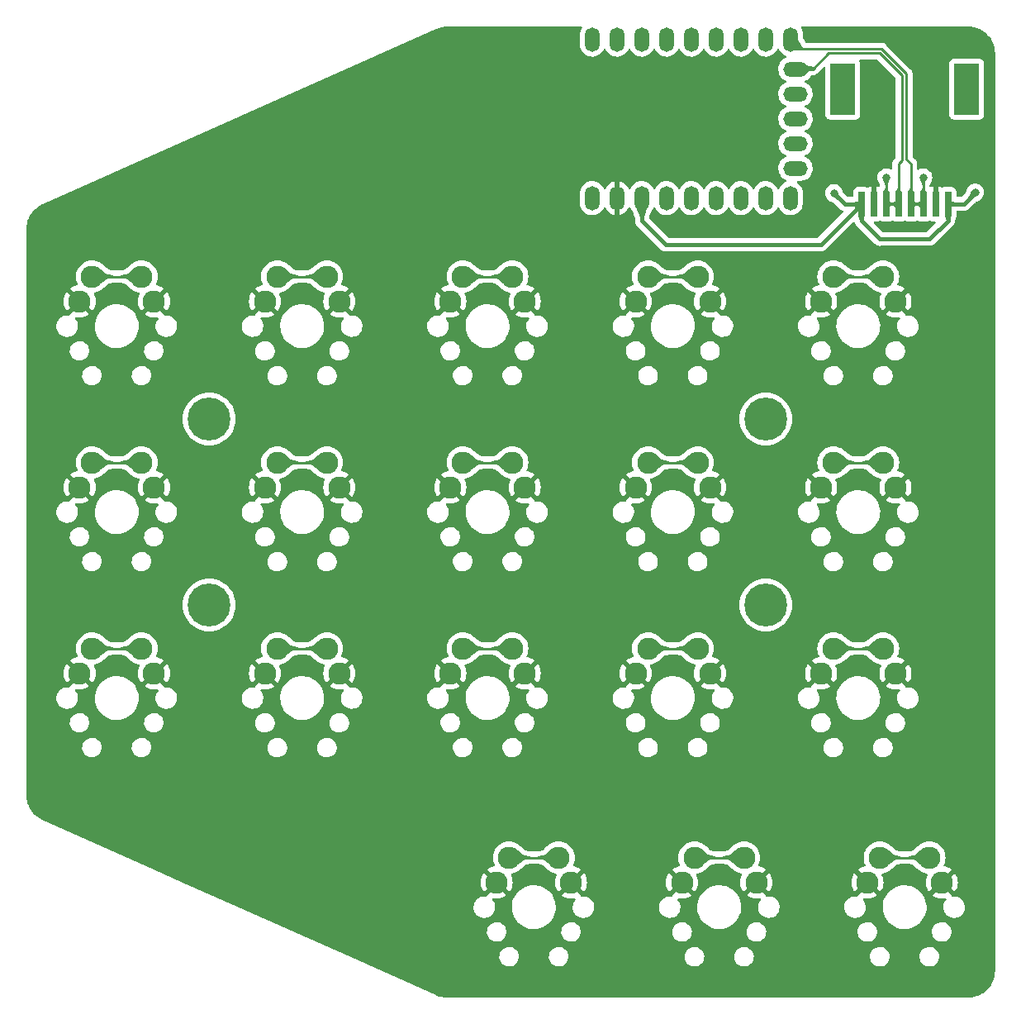
<source format=gbl>
%TF.GenerationSoftware,KiCad,Pcbnew,7.0.1*%
%TF.CreationDate,2023-04-24T02:46:48-04:00*%
%TF.ProjectId,quadrate_pcb_routed,71756164-7261-4746-955f-7063625f726f,v1.0.0*%
%TF.SameCoordinates,Original*%
%TF.FileFunction,Copper,L2,Bot*%
%TF.FilePolarity,Positive*%
%FSLAX46Y46*%
G04 Gerber Fmt 4.6, Leading zero omitted, Abs format (unit mm)*
G04 Created by KiCad (PCBNEW 7.0.1) date 2023-04-24 02:46:48*
%MOMM*%
%LPD*%
G01*
G04 APERTURE LIST*
%TA.AperFunction,ComponentPad*%
%ADD10C,2.286000*%
%TD*%
%TA.AperFunction,SMDPad,CuDef*%
%ADD11R,0.640000X2.540000*%
%TD*%
%TA.AperFunction,SMDPad,CuDef*%
%ADD12R,2.540000X5.210000*%
%TD*%
%TA.AperFunction,ComponentPad*%
%ADD13C,0.700000*%
%TD*%
%TA.AperFunction,ComponentPad*%
%ADD14C,4.400000*%
%TD*%
%TA.AperFunction,ComponentPad*%
%ADD15O,1.500000X2.500000*%
%TD*%
%TA.AperFunction,ComponentPad*%
%ADD16O,2.500000X1.500000*%
%TD*%
%TA.AperFunction,ViaPad*%
%ADD17C,0.800000*%
%TD*%
%TA.AperFunction,Conductor*%
%ADD18C,0.250000*%
%TD*%
%TA.AperFunction,Conductor*%
%ADD19C,0.400000*%
%TD*%
G04 APERTURE END LIST*
D10*
%TO.P,S11,1*%
%TO.N,matrix_index_home*%
X206860000Y-128270000D03*
X211940000Y-128270000D03*
%TO.P,S11,2*%
%TO.N,GND*%
X205590000Y-130810000D03*
X213210000Y-130810000D03*
%TD*%
%TO.P,S10,1*%
%TO.N,matrix_index_bottom*%
X206860000Y-147320000D03*
X211940000Y-147320000D03*
%TO.P,S10,2*%
%TO.N,GND*%
X205590000Y-149860000D03*
X213210000Y-149860000D03*
%TD*%
D11*
%TO.P,,1*%
%TO.N,3V3*%
X237607500Y-101795000D03*
%TO.P,,2*%
%TO.N,GND*%
X236337500Y-101795000D03*
%TO.P,,3*%
%TO.N,GP8*%
X235067500Y-101795000D03*
%TO.P,,4*%
X233797500Y-101795000D03*
%TO.P,,5*%
%TO.N,GP9*%
X232527500Y-101795000D03*
%TO.P,,6*%
X231257500Y-101795000D03*
%TO.P,,7*%
%TO.N,GND*%
X229987500Y-101795000D03*
%TO.P,,8*%
%TO.N,3V3*%
X228717500Y-101795000D03*
D12*
%TO.P,,9*%
%TO.N,N/C*%
X239512500Y-90020000D03*
%TO.P,,10*%
X226812500Y-90020000D03*
%TD*%
D13*
%TO.P,_6,1*%
%TO.N,N/C*%
X217275000Y-142875000D03*
X217758274Y-141708274D03*
X217758274Y-144041726D03*
X218925000Y-141225000D03*
D14*
X218925000Y-142875000D03*
D13*
X218925000Y-144525000D03*
X220091726Y-141708274D03*
X220091726Y-144041726D03*
X220575000Y-142875000D03*
%TD*%
%TO.P,_5,1*%
%TO.N,N/C*%
X217275000Y-123825000D03*
X217758274Y-122658274D03*
X217758274Y-124991726D03*
X218925000Y-122175000D03*
D14*
X218925000Y-123825000D03*
D13*
X218925000Y-125475000D03*
X220091726Y-122658274D03*
X220091726Y-124991726D03*
X220575000Y-123825000D03*
%TD*%
D10*
%TO.P,S15,1*%
%TO.N,matrix_inner_top*%
X225860000Y-109220000D03*
X230940000Y-109220000D03*
%TO.P,S15,2*%
%TO.N,GND*%
X224590000Y-111760000D03*
X232210000Y-111760000D03*
%TD*%
%TO.P,S14,1*%
%TO.N,matrix_inner_home*%
X225860000Y-128270000D03*
X230940000Y-128270000D03*
%TO.P,S14,2*%
%TO.N,GND*%
X224590000Y-130810000D03*
X232210000Y-130810000D03*
%TD*%
%TO.P,S17,1*%
%TO.N,thumbfan_home_home*%
X211610000Y-168745000D03*
X216690000Y-168745000D03*
%TO.P,S17,2*%
%TO.N,GND*%
X210340000Y-171285000D03*
X217960000Y-171285000D03*
%TD*%
%TO.P,S6,1*%
%TO.N,matrix_ring_top*%
X168860000Y-109220000D03*
X173940000Y-109220000D03*
%TO.P,S6,2*%
%TO.N,GND*%
X167590000Y-111760000D03*
X175210000Y-111760000D03*
%TD*%
%TO.P,S5,1*%
%TO.N,matrix_ring_home*%
X168860000Y-128270000D03*
X173940000Y-128270000D03*
%TO.P,S5,2*%
%TO.N,GND*%
X167590000Y-130810000D03*
X175210000Y-130810000D03*
%TD*%
%TO.P,S2,1*%
%TO.N,matrix_pinky_home*%
X149860000Y-128270000D03*
X154940000Y-128270000D03*
%TO.P,S2,2*%
%TO.N,GND*%
X148590000Y-130810000D03*
X156210000Y-130810000D03*
%TD*%
%TO.P,S16,1*%
%TO.N,thumbfan_near_home*%
X192610000Y-168745000D03*
X197690000Y-168745000D03*
%TO.P,S16,2*%
%TO.N,GND*%
X191340000Y-171285000D03*
X198960000Y-171285000D03*
%TD*%
%TO.P,S9,1*%
%TO.N,matrix_middle_top*%
X187860000Y-109220000D03*
X192940000Y-109220000D03*
%TO.P,S9,2*%
%TO.N,GND*%
X186590000Y-111760000D03*
X194210000Y-111760000D03*
%TD*%
%TO.P,S7,1*%
%TO.N,matrix_middle_bottom*%
X187860000Y-147320000D03*
X192940000Y-147320000D03*
%TO.P,S7,2*%
%TO.N,GND*%
X186590000Y-149860000D03*
X194210000Y-149860000D03*
%TD*%
%TO.P,S3,1*%
%TO.N,matrix_pinky_top*%
X149860000Y-109220000D03*
X154940000Y-109220000D03*
%TO.P,S3,2*%
%TO.N,GND*%
X148590000Y-111760000D03*
X156210000Y-111760000D03*
%TD*%
%TO.P,S8,1*%
%TO.N,matrix_middle_home*%
X187860000Y-128270000D03*
X192940000Y-128270000D03*
%TO.P,S8,2*%
%TO.N,GND*%
X186590000Y-130810000D03*
X194210000Y-130810000D03*
%TD*%
%TO.P,S4,1*%
%TO.N,matrix_ring_bottom*%
X168860000Y-147320000D03*
X173940000Y-147320000D03*
%TO.P,S4,2*%
%TO.N,GND*%
X167590000Y-149860000D03*
X175210000Y-149860000D03*
%TD*%
D13*
%TO.P,_4,1*%
%TO.N,N/C*%
X160225000Y-142875000D03*
X160708274Y-141708274D03*
X160708274Y-144041726D03*
X161875000Y-141225000D03*
D14*
X161875000Y-142875000D03*
D13*
X161875000Y-144525000D03*
X163041726Y-141708274D03*
X163041726Y-144041726D03*
X163525000Y-142875000D03*
%TD*%
D10*
%TO.P,S1,1*%
%TO.N,matrix_pinky_bottom*%
X149860000Y-147320000D03*
X154940000Y-147320000D03*
%TO.P,S1,2*%
%TO.N,GND*%
X148590000Y-149860000D03*
X156210000Y-149860000D03*
%TD*%
%TO.P,S12,1*%
%TO.N,matrix_index_top*%
X206860000Y-109220000D03*
X211940000Y-109220000D03*
%TO.P,S12,2*%
%TO.N,GND*%
X205590000Y-111760000D03*
X213210000Y-111760000D03*
%TD*%
%TO.P,S13,1*%
%TO.N,matrix_inner_bottom*%
X225860000Y-147320000D03*
X230940000Y-147320000D03*
%TO.P,S13,2*%
%TO.N,GND*%
X224590000Y-149860000D03*
X232210000Y-149860000D03*
%TD*%
D13*
%TO.P,_3,1*%
%TO.N,N/C*%
X160225000Y-123825000D03*
X160708274Y-122658274D03*
X160708274Y-124991726D03*
X161875000Y-122175000D03*
D14*
X161875000Y-123825000D03*
D13*
X161875000Y-125475000D03*
X163041726Y-122658274D03*
X163041726Y-124991726D03*
X163525000Y-123825000D03*
%TD*%
D15*
%TO.P,,1*%
%TO.N,matrix_pinky_bottom*%
X201145000Y-84942500D03*
%TO.P,,2*%
%TO.N,matrix_pinky_home*%
X203685000Y-84942500D03*
%TO.P,,3*%
%TO.N,matrix_pinky_top*%
X206225000Y-84942500D03*
%TO.P,,4*%
%TO.N,matrix_ring_top*%
X208765000Y-84942500D03*
%TO.P,,5*%
%TO.N,matrix_ring_home*%
X211305000Y-84942500D03*
%TO.P,,6*%
%TO.N,matrix_ring_bottom*%
X213845000Y-84942500D03*
%TO.P,,7*%
%TO.N,matrix_middle_bottom*%
X216385000Y-84942500D03*
%TO.P,,8*%
%TO.N,matrix_middle_home*%
X218925000Y-84942500D03*
%TO.P,,9*%
%TO.N,GP8*%
X221465000Y-84942500D03*
D16*
%TO.P,,10*%
%TO.N,GP9*%
X221965000Y-87982500D03*
%TO.P,,11*%
%TO.N,matrix_middle_top*%
X221965000Y-90522500D03*
%TO.P,,12*%
%TO.N,matrix_inner_bottom*%
X221965000Y-93062500D03*
%TO.P,,13*%
%TO.N,matrix_inner_home*%
X221965000Y-95602500D03*
%TO.P,,14*%
%TO.N,matrix_inner_top*%
X221965000Y-98142500D03*
D15*
%TO.P,,15*%
%TO.N,matrix_index_top*%
X221465000Y-101182500D03*
%TO.P,,16*%
%TO.N,matrix_index_home*%
X218925000Y-101182500D03*
%TO.P,,17*%
%TO.N,matrix_index_bottom*%
X216385000Y-101182500D03*
%TO.P,,18*%
%TO.N,thumbfan_far_home*%
X213845000Y-101182500D03*
%TO.P,,19*%
%TO.N,thumbfan_home_home*%
X211305000Y-101182500D03*
%TO.P,,20*%
%TO.N,thumbfan_near_home*%
X208765000Y-101182500D03*
%TO.P,,21*%
%TO.N,3V3*%
X206225000Y-101182500D03*
%TO.P,,22*%
%TO.N,GND*%
X203685000Y-101182500D03*
%TO.P,,23*%
%TO.N,5V*%
X201145000Y-101182500D03*
%TD*%
D10*
%TO.P,S18,1*%
%TO.N,thumbfan_far_home*%
X230610000Y-168745000D03*
X235690000Y-168745000D03*
%TO.P,S18,2*%
%TO.N,GND*%
X229340000Y-171285000D03*
X236960000Y-171285000D03*
%TD*%
D17*
%TO.N,GND*%
X230000000Y-97550000D03*
X236350000Y-97550000D03*
X233175000Y-103900000D03*
%TO.N,GP8*%
X235075000Y-99075000D03*
%TO.N,GP9*%
X231275000Y-99075000D03*
%TO.N,3V3*%
X225907600Y-100685600D03*
X240385600Y-100609400D03*
%TD*%
D18*
%TO.N,matrix_pinky_bottom*%
X149860000Y-147320000D02*
X154940000Y-147320000D01*
D19*
%TO.N,GND*%
X229987500Y-101795000D02*
X229987500Y-97562500D01*
X236350000Y-97550000D02*
X236337500Y-97562500D01*
X229987500Y-97562500D02*
X230000000Y-97550000D01*
X236337500Y-97562500D02*
X236337500Y-101795000D01*
D18*
%TO.N,matrix_pinky_home*%
X149860000Y-128270000D02*
X154940000Y-128270000D01*
%TO.N,matrix_pinky_top*%
X149860000Y-109220000D02*
X154940000Y-109220000D01*
%TO.N,matrix_ring_bottom*%
X173940000Y-147320000D02*
X168860000Y-147320000D01*
%TO.N,matrix_ring_home*%
X168860000Y-128270000D02*
X173940000Y-128270000D01*
%TO.N,matrix_ring_top*%
X168860000Y-109220000D02*
X173940000Y-109220000D01*
%TO.N,matrix_middle_bottom*%
X187860000Y-147320000D02*
X192940000Y-147320000D01*
%TO.N,matrix_middle_home*%
X187860000Y-128270000D02*
X192940000Y-128270000D01*
%TO.N,matrix_middle_top*%
X187860000Y-109220000D02*
X192940000Y-109220000D01*
%TO.N,matrix_index_bottom*%
X206860000Y-147320000D02*
X211940000Y-147320000D01*
%TO.N,matrix_index_home*%
X206860000Y-128270000D02*
X211940000Y-128270000D01*
%TO.N,matrix_index_top*%
X206860000Y-109220000D02*
X211940000Y-109220000D01*
%TO.N,matrix_inner_bottom*%
X225860000Y-147320000D02*
X230940000Y-147320000D01*
%TO.N,matrix_inner_home*%
X225860000Y-128270000D02*
X230940000Y-128270000D01*
%TO.N,matrix_inner_top*%
X225860000Y-109220000D02*
X230940000Y-109220000D01*
%TO.N,thumbfan_near_home*%
X192610000Y-168745000D02*
X197690000Y-168745000D01*
%TO.N,thumbfan_home_home*%
X211610000Y-168745000D02*
X216690000Y-168745000D01*
%TO.N,thumbfan_far_home*%
X230610000Y-168745000D02*
X235690000Y-168745000D01*
%TO.N,GP8*%
X235067500Y-101795000D02*
X235067500Y-99082500D01*
X221465000Y-85442500D02*
X221922500Y-85900000D01*
X230786396Y-85900000D02*
X233325000Y-88438604D01*
X233325000Y-97202500D02*
X233797500Y-97675000D01*
X233325000Y-88438604D02*
X233325000Y-97202500D01*
X235067500Y-99067500D02*
X235067500Y-99057500D01*
X221922500Y-85900000D02*
X230786396Y-85900000D01*
X235067500Y-99082500D02*
X235075000Y-99075000D01*
X233797500Y-97675000D02*
X233797500Y-101795000D01*
X235075000Y-99075000D02*
X235067500Y-99067500D01*
X235067500Y-101795000D02*
X233797500Y-101795000D01*
%TO.N,GP9*%
X231257500Y-99092500D02*
X231257500Y-101795000D01*
X231257500Y-101795000D02*
X232527500Y-101795000D01*
X232875000Y-97325000D02*
X232875000Y-88625000D01*
X223717500Y-87982500D02*
X221465000Y-87982500D01*
X230600000Y-86350000D02*
X225350000Y-86350000D01*
X232527500Y-97672500D02*
X232875000Y-97325000D01*
X232875000Y-88625000D02*
X230600000Y-86350000D01*
X225350000Y-86350000D02*
X223717500Y-87982500D01*
X231275000Y-99075000D02*
X231257500Y-99092500D01*
X232527500Y-101795000D02*
X232527500Y-97672500D01*
D19*
%TO.N,3V3*%
X206225000Y-103507400D02*
X206225000Y-100682500D01*
X225907600Y-100685600D02*
X227025200Y-101803200D01*
X208667600Y-105950000D02*
X206225000Y-103507400D01*
X235697500Y-105375000D02*
X237607500Y-103465000D01*
X230627500Y-105375000D02*
X235697500Y-105375000D01*
X239200000Y-101795000D02*
X240385600Y-100609400D01*
X228717500Y-101795000D02*
X228717500Y-103465000D01*
X227033400Y-101795000D02*
X228717500Y-101795000D01*
X228717500Y-101795000D02*
X224562500Y-105950000D01*
X224562500Y-105950000D02*
X208667600Y-105950000D01*
X227025200Y-101803200D02*
X227033400Y-101795000D01*
X228717500Y-103465000D02*
X230627500Y-105375000D01*
X237607500Y-101795000D02*
X239200000Y-101795000D01*
X237607500Y-103465000D02*
X237607500Y-101795000D01*
%TD*%
%TA.AperFunction,Conductor*%
%TO.N,GND*%
G36*
X200025923Y-83617346D02*
G01*
X200071370Y-83663305D01*
X200087514Y-83725892D01*
X200069969Y-83788100D01*
X200006546Y-83894250D01*
X199926948Y-84106338D01*
X199906889Y-84216878D01*
X199886500Y-84329233D01*
X199886500Y-85499022D01*
X199891607Y-85555767D01*
X199901719Y-85668124D01*
X199961986Y-85886494D01*
X200060272Y-86090590D01*
X200112444Y-86162397D01*
X200193429Y-86273863D01*
X200247255Y-86325326D01*
X200357165Y-86430412D01*
X200481961Y-86512788D01*
X200546226Y-86555209D01*
X200754530Y-86644243D01*
X200975385Y-86694651D01*
X201182234Y-86703941D01*
X201201689Y-86704815D01*
X201201689Y-86704814D01*
X201201691Y-86704815D01*
X201426175Y-86674406D01*
X201641621Y-86604403D01*
X201841106Y-86497056D01*
X202018218Y-86355814D01*
X202167263Y-86185218D01*
X202283453Y-85990750D01*
X202299221Y-85948737D01*
X202331245Y-85901157D01*
X202381254Y-85873077D01*
X202438549Y-85870503D01*
X202490874Y-85893988D01*
X202527034Y-85938506D01*
X202600273Y-86090590D01*
X202600274Y-86090592D01*
X202600275Y-86090593D01*
X202733429Y-86273863D01*
X202787255Y-86325326D01*
X202897165Y-86430412D01*
X203021961Y-86512788D01*
X203086226Y-86555209D01*
X203294530Y-86644243D01*
X203515385Y-86694651D01*
X203722234Y-86703941D01*
X203741689Y-86704815D01*
X203741689Y-86704814D01*
X203741691Y-86704815D01*
X203966175Y-86674406D01*
X204181621Y-86604403D01*
X204381106Y-86497056D01*
X204558218Y-86355814D01*
X204707263Y-86185218D01*
X204823453Y-85990750D01*
X204839221Y-85948737D01*
X204871245Y-85901157D01*
X204921254Y-85873077D01*
X204978549Y-85870503D01*
X205030874Y-85893988D01*
X205067034Y-85938506D01*
X205140273Y-86090590D01*
X205140274Y-86090592D01*
X205140275Y-86090593D01*
X205273429Y-86273863D01*
X205327255Y-86325326D01*
X205437165Y-86430412D01*
X205561961Y-86512788D01*
X205626226Y-86555209D01*
X205834530Y-86644243D01*
X206055385Y-86694651D01*
X206262234Y-86703941D01*
X206281689Y-86704815D01*
X206281689Y-86704814D01*
X206281691Y-86704815D01*
X206506175Y-86674406D01*
X206721621Y-86604403D01*
X206921106Y-86497056D01*
X207098218Y-86355814D01*
X207247263Y-86185218D01*
X207363453Y-85990750D01*
X207379221Y-85948737D01*
X207411245Y-85901157D01*
X207461254Y-85873077D01*
X207518549Y-85870503D01*
X207570874Y-85893988D01*
X207607034Y-85938506D01*
X207680273Y-86090590D01*
X207680274Y-86090592D01*
X207680275Y-86090593D01*
X207813429Y-86273863D01*
X207867255Y-86325326D01*
X207977165Y-86430412D01*
X208101961Y-86512788D01*
X208166226Y-86555209D01*
X208374530Y-86644243D01*
X208595385Y-86694651D01*
X208802234Y-86703941D01*
X208821689Y-86704815D01*
X208821689Y-86704814D01*
X208821691Y-86704815D01*
X209046175Y-86674406D01*
X209261621Y-86604403D01*
X209461106Y-86497056D01*
X209638218Y-86355814D01*
X209787263Y-86185218D01*
X209903453Y-85990750D01*
X209919221Y-85948737D01*
X209951245Y-85901157D01*
X210001254Y-85873077D01*
X210058549Y-85870503D01*
X210110874Y-85893988D01*
X210147034Y-85938506D01*
X210220273Y-86090590D01*
X210220274Y-86090592D01*
X210220275Y-86090593D01*
X210353429Y-86273863D01*
X210407255Y-86325326D01*
X210517165Y-86430412D01*
X210641961Y-86512788D01*
X210706226Y-86555209D01*
X210914530Y-86644243D01*
X211135385Y-86694651D01*
X211342234Y-86703941D01*
X211361689Y-86704815D01*
X211361689Y-86704814D01*
X211361691Y-86704815D01*
X211586175Y-86674406D01*
X211801621Y-86604403D01*
X212001106Y-86497056D01*
X212178218Y-86355814D01*
X212327263Y-86185218D01*
X212443453Y-85990750D01*
X212459221Y-85948737D01*
X212491245Y-85901157D01*
X212541254Y-85873077D01*
X212598549Y-85870503D01*
X212650874Y-85893988D01*
X212687034Y-85938506D01*
X212760273Y-86090590D01*
X212760274Y-86090592D01*
X212760275Y-86090593D01*
X212893429Y-86273863D01*
X212947255Y-86325326D01*
X213057165Y-86430412D01*
X213181961Y-86512788D01*
X213246226Y-86555209D01*
X213454530Y-86644243D01*
X213675385Y-86694651D01*
X213882234Y-86703941D01*
X213901689Y-86704815D01*
X213901689Y-86704814D01*
X213901691Y-86704815D01*
X214126175Y-86674406D01*
X214341621Y-86604403D01*
X214541106Y-86497056D01*
X214718218Y-86355814D01*
X214867263Y-86185218D01*
X214983453Y-85990750D01*
X214999221Y-85948737D01*
X215031245Y-85901157D01*
X215081254Y-85873077D01*
X215138549Y-85870503D01*
X215190874Y-85893988D01*
X215227034Y-85938506D01*
X215300273Y-86090590D01*
X215300274Y-86090592D01*
X215300275Y-86090593D01*
X215433429Y-86273863D01*
X215487255Y-86325326D01*
X215597165Y-86430412D01*
X215721961Y-86512788D01*
X215786226Y-86555209D01*
X215994530Y-86644243D01*
X216215385Y-86694651D01*
X216422234Y-86703941D01*
X216441689Y-86704815D01*
X216441689Y-86704814D01*
X216441691Y-86704815D01*
X216666175Y-86674406D01*
X216881621Y-86604403D01*
X217081106Y-86497056D01*
X217258218Y-86355814D01*
X217407263Y-86185218D01*
X217523453Y-85990750D01*
X217539221Y-85948737D01*
X217571245Y-85901157D01*
X217621254Y-85873077D01*
X217678549Y-85870503D01*
X217730874Y-85893988D01*
X217767034Y-85938506D01*
X217840273Y-86090590D01*
X217840274Y-86090592D01*
X217840275Y-86090593D01*
X217973429Y-86273863D01*
X218027255Y-86325326D01*
X218137165Y-86430412D01*
X218261961Y-86512788D01*
X218326226Y-86555209D01*
X218534530Y-86644243D01*
X218755385Y-86694651D01*
X218962234Y-86703941D01*
X218981689Y-86704815D01*
X218981689Y-86704814D01*
X218981691Y-86704815D01*
X219206175Y-86674406D01*
X219421621Y-86604403D01*
X219621106Y-86497056D01*
X219798218Y-86355814D01*
X219947263Y-86185218D01*
X220063453Y-85990750D01*
X220079221Y-85948737D01*
X220111245Y-85901157D01*
X220161254Y-85873077D01*
X220218549Y-85870503D01*
X220270874Y-85893988D01*
X220307034Y-85938506D01*
X220380273Y-86090590D01*
X220380274Y-86090592D01*
X220380275Y-86090593D01*
X220513429Y-86273863D01*
X220567255Y-86325326D01*
X220677165Y-86430412D01*
X220771695Y-86492810D01*
X220866226Y-86555209D01*
X220965933Y-86597826D01*
X221011307Y-86631104D01*
X221037302Y-86681009D01*
X221038565Y-86737265D01*
X221014835Y-86788286D01*
X220971000Y-86823567D01*
X220816908Y-86897774D01*
X220755817Y-86942159D01*
X220633637Y-87030929D01*
X220633635Y-87030930D01*
X220633635Y-87030931D01*
X220477087Y-87194665D01*
X220352291Y-87383725D01*
X220263256Y-87592030D01*
X220212849Y-87812884D01*
X220202684Y-88039189D01*
X220233093Y-88263674D01*
X220276982Y-88398748D01*
X220303097Y-88479121D01*
X220410444Y-88678606D01*
X220410446Y-88678609D01*
X220483594Y-88770334D01*
X220551686Y-88855718D01*
X220722282Y-89004763D01*
X220916750Y-89120953D01*
X220935042Y-89127818D01*
X220958763Y-89136721D01*
X221006342Y-89168745D01*
X221034423Y-89218754D01*
X221036996Y-89276050D01*
X221013511Y-89328374D01*
X220968993Y-89364534D01*
X220816909Y-89437772D01*
X220681506Y-89536149D01*
X220633637Y-89570929D01*
X220633635Y-89570930D01*
X220633635Y-89570931D01*
X220477087Y-89734665D01*
X220352291Y-89923725D01*
X220263256Y-90132030D01*
X220212849Y-90352884D01*
X220202684Y-90579189D01*
X220233093Y-90803674D01*
X220268606Y-90912969D01*
X220303097Y-91019121D01*
X220358068Y-91121274D01*
X220410446Y-91218609D01*
X220483594Y-91310334D01*
X220551686Y-91395718D01*
X220722282Y-91544763D01*
X220916750Y-91660953D01*
X220935042Y-91667818D01*
X220958763Y-91676721D01*
X221006342Y-91708745D01*
X221034423Y-91758754D01*
X221036996Y-91816050D01*
X221013511Y-91868374D01*
X220968993Y-91904534D01*
X220816909Y-91977772D01*
X220681506Y-92076149D01*
X220633637Y-92110929D01*
X220633635Y-92110930D01*
X220633635Y-92110931D01*
X220477087Y-92274665D01*
X220352291Y-92463725D01*
X220263256Y-92672030D01*
X220212849Y-92892884D01*
X220202684Y-93119189D01*
X220233093Y-93343674D01*
X220268606Y-93452969D01*
X220303097Y-93559121D01*
X220358068Y-93661274D01*
X220410446Y-93758609D01*
X220483594Y-93850334D01*
X220551686Y-93935718D01*
X220722282Y-94084763D01*
X220916750Y-94200953D01*
X220935042Y-94207818D01*
X220958763Y-94216721D01*
X221006342Y-94248745D01*
X221034423Y-94298754D01*
X221036996Y-94356050D01*
X221013511Y-94408374D01*
X220968993Y-94444534D01*
X220816909Y-94517772D01*
X220681506Y-94616149D01*
X220633637Y-94650929D01*
X220633635Y-94650930D01*
X220633635Y-94650931D01*
X220477087Y-94814665D01*
X220352291Y-95003725D01*
X220263256Y-95212030D01*
X220212849Y-95432884D01*
X220202684Y-95659189D01*
X220233093Y-95883674D01*
X220268606Y-95992969D01*
X220303097Y-96099121D01*
X220358068Y-96201274D01*
X220410446Y-96298609D01*
X220483594Y-96390334D01*
X220551686Y-96475718D01*
X220722282Y-96624763D01*
X220916750Y-96740953D01*
X220935042Y-96747818D01*
X220958763Y-96756721D01*
X221006342Y-96788745D01*
X221034423Y-96838754D01*
X221036996Y-96896050D01*
X221013511Y-96948374D01*
X220968993Y-96984534D01*
X220816909Y-97057772D01*
X220681506Y-97156149D01*
X220633637Y-97190929D01*
X220633635Y-97190930D01*
X220633635Y-97190931D01*
X220477087Y-97354665D01*
X220352291Y-97543725D01*
X220263256Y-97752030D01*
X220212849Y-97972884D01*
X220202684Y-98199189D01*
X220233093Y-98423674D01*
X220235962Y-98432503D01*
X220303097Y-98639121D01*
X220337710Y-98703443D01*
X220410446Y-98838609D01*
X220483594Y-98930334D01*
X220551686Y-99015718D01*
X220722282Y-99164763D01*
X220889930Y-99264929D01*
X220916750Y-99280953D01*
X220933800Y-99287352D01*
X220953935Y-99294909D01*
X221000756Y-99326118D01*
X221028964Y-99374807D01*
X221032749Y-99430949D01*
X221011332Y-99482984D01*
X220969124Y-99520196D01*
X220768890Y-99627946D01*
X220591783Y-99769184D01*
X220442736Y-99939782D01*
X220326546Y-100134250D01*
X220310777Y-100176265D01*
X220278753Y-100223844D01*
X220228744Y-100251923D01*
X220171448Y-100254495D01*
X220119124Y-100231011D01*
X220082967Y-100186497D01*
X220009725Y-100034407D01*
X219876571Y-99851137D01*
X219783830Y-99762467D01*
X219712834Y-99694587D01*
X219523774Y-99569791D01*
X219315469Y-99480756D01*
X219094615Y-99430349D01*
X218868310Y-99420184D01*
X218643825Y-99450593D01*
X218428379Y-99520597D01*
X218228890Y-99627946D01*
X218051783Y-99769184D01*
X217902736Y-99939782D01*
X217786546Y-100134250D01*
X217770777Y-100176265D01*
X217738753Y-100223844D01*
X217688744Y-100251923D01*
X217631448Y-100254495D01*
X217579124Y-100231011D01*
X217542967Y-100186497D01*
X217469725Y-100034407D01*
X217336571Y-99851137D01*
X217243830Y-99762467D01*
X217172834Y-99694587D01*
X216983774Y-99569791D01*
X216775469Y-99480756D01*
X216554615Y-99430349D01*
X216328310Y-99420184D01*
X216103825Y-99450593D01*
X215888379Y-99520597D01*
X215688890Y-99627946D01*
X215511783Y-99769184D01*
X215362736Y-99939782D01*
X215246546Y-100134250D01*
X215230777Y-100176265D01*
X215198753Y-100223844D01*
X215148744Y-100251923D01*
X215091448Y-100254495D01*
X215039124Y-100231011D01*
X215002967Y-100186497D01*
X214929725Y-100034407D01*
X214796571Y-99851137D01*
X214703830Y-99762467D01*
X214632834Y-99694587D01*
X214443774Y-99569791D01*
X214235469Y-99480756D01*
X214014615Y-99430349D01*
X213788310Y-99420184D01*
X213563825Y-99450593D01*
X213348379Y-99520597D01*
X213148890Y-99627946D01*
X212971783Y-99769184D01*
X212822736Y-99939782D01*
X212706546Y-100134250D01*
X212690777Y-100176265D01*
X212658753Y-100223844D01*
X212608744Y-100251923D01*
X212551448Y-100254495D01*
X212499124Y-100231011D01*
X212462967Y-100186497D01*
X212389725Y-100034407D01*
X212256571Y-99851137D01*
X212163830Y-99762467D01*
X212092834Y-99694587D01*
X211903774Y-99569791D01*
X211695469Y-99480756D01*
X211474615Y-99430349D01*
X211248310Y-99420184D01*
X211023825Y-99450593D01*
X210808379Y-99520597D01*
X210608890Y-99627946D01*
X210431783Y-99769184D01*
X210282736Y-99939782D01*
X210166546Y-100134250D01*
X210150777Y-100176265D01*
X210118753Y-100223844D01*
X210068744Y-100251923D01*
X210011448Y-100254495D01*
X209959124Y-100231011D01*
X209922967Y-100186497D01*
X209849725Y-100034407D01*
X209716571Y-99851137D01*
X209623830Y-99762467D01*
X209552834Y-99694587D01*
X209363774Y-99569791D01*
X209155469Y-99480756D01*
X208934615Y-99430349D01*
X208708310Y-99420184D01*
X208483825Y-99450593D01*
X208268379Y-99520597D01*
X208068890Y-99627946D01*
X207891783Y-99769184D01*
X207742736Y-99939782D01*
X207626546Y-100134250D01*
X207610777Y-100176265D01*
X207578753Y-100223844D01*
X207528744Y-100251923D01*
X207471448Y-100254495D01*
X207419124Y-100231011D01*
X207382967Y-100186497D01*
X207309725Y-100034407D01*
X207176571Y-99851137D01*
X207083830Y-99762467D01*
X207012834Y-99694587D01*
X206823774Y-99569791D01*
X206615469Y-99480756D01*
X206394615Y-99430349D01*
X206168310Y-99420184D01*
X205943825Y-99450593D01*
X205728379Y-99520597D01*
X205528890Y-99627946D01*
X205351783Y-99769184D01*
X205202736Y-99939782D01*
X205086547Y-100134248D01*
X205066646Y-100187274D01*
X205034621Y-100234854D01*
X204984612Y-100262934D01*
X204927317Y-100265506D01*
X204874993Y-100242022D01*
X204838833Y-100197504D01*
X204762399Y-100038787D01*
X204630144Y-99856754D01*
X204467508Y-99701258D01*
X204279728Y-99577306D01*
X204072833Y-99488874D01*
X203935000Y-99457415D01*
X203935000Y-102910050D01*
X203935001Y-102910051D01*
X203964272Y-102906085D01*
X204178265Y-102836555D01*
X204376407Y-102729930D01*
X204552318Y-102589646D01*
X204700359Y-102420200D01*
X204815761Y-102227050D01*
X204834116Y-102178143D01*
X204866140Y-102130563D01*
X204916149Y-102102482D01*
X204973444Y-102099908D01*
X205025769Y-102123392D01*
X205061930Y-102167910D01*
X205070690Y-102186100D01*
X205073949Y-102193471D01*
X205086844Y-102225403D01*
X205105225Y-102258331D01*
X205108672Y-102264970D01*
X205140272Y-102330589D01*
X205158756Y-102356030D01*
X205166710Y-102368475D01*
X205171504Y-102377063D01*
X205175439Y-102384727D01*
X205257298Y-102558769D01*
X205259967Y-102564863D01*
X205347012Y-102779069D01*
X205348890Y-102783987D01*
X205439239Y-103036567D01*
X205440603Y-103040597D01*
X205510619Y-103259769D01*
X205516500Y-103297503D01*
X205516500Y-103482237D01*
X205516274Y-103489724D01*
X205512597Y-103550495D01*
X205523569Y-103610370D01*
X205524696Y-103617769D01*
X205532035Y-103678202D01*
X205535713Y-103687900D01*
X205541738Y-103709511D01*
X205543611Y-103719729D01*
X205568597Y-103775248D01*
X205571463Y-103782166D01*
X205593047Y-103839077D01*
X205598941Y-103847616D01*
X205609964Y-103867160D01*
X205614224Y-103876625D01*
X205651761Y-103924537D01*
X205656200Y-103930570D01*
X205690782Y-103980670D01*
X205690784Y-103980672D01*
X205690785Y-103980673D01*
X205736370Y-104021058D01*
X205741805Y-104026175D01*
X208148823Y-106433193D01*
X208153957Y-106438647D01*
X208194325Y-106484214D01*
X208244422Y-106518793D01*
X208250456Y-106523233D01*
X208298374Y-106560775D01*
X208307836Y-106565034D01*
X208327381Y-106576057D01*
X208332401Y-106579522D01*
X208335925Y-106581954D01*
X208392181Y-106603289D01*
X208392833Y-106603536D01*
X208399755Y-106606403D01*
X208455271Y-106631389D01*
X208465481Y-106633260D01*
X208487100Y-106639286D01*
X208496799Y-106642965D01*
X208557238Y-106650303D01*
X208564600Y-106651423D01*
X208624507Y-106662402D01*
X208685275Y-106658726D01*
X208692763Y-106658500D01*
X224537337Y-106658500D01*
X224544824Y-106658726D01*
X224605593Y-106662402D01*
X224665494Y-106651424D01*
X224672864Y-106650303D01*
X224733301Y-106642965D01*
X224742998Y-106639287D01*
X224764624Y-106633259D01*
X224774829Y-106631389D01*
X224830350Y-106606400D01*
X224837252Y-106603542D01*
X224877689Y-106588205D01*
X224894175Y-106581954D01*
X224902719Y-106576055D01*
X224922254Y-106565037D01*
X224931726Y-106560775D01*
X224979662Y-106523217D01*
X224985643Y-106518816D01*
X225035773Y-106484215D01*
X225076173Y-106438611D01*
X225081260Y-106433208D01*
X227847329Y-103667140D01*
X227898118Y-103636437D01*
X227957361Y-103632854D01*
X228011482Y-103657213D01*
X228048084Y-103703934D01*
X228061097Y-103732849D01*
X228063963Y-103739766D01*
X228080151Y-103782451D01*
X228085547Y-103796677D01*
X228091441Y-103805216D01*
X228102464Y-103824760D01*
X228106724Y-103834225D01*
X228144261Y-103882137D01*
X228148700Y-103888170D01*
X228183282Y-103938270D01*
X228183284Y-103938272D01*
X228183285Y-103938273D01*
X228228870Y-103978658D01*
X228234305Y-103983775D01*
X230108723Y-105858193D01*
X230113857Y-105863647D01*
X230154225Y-105909214D01*
X230204322Y-105943793D01*
X230210356Y-105948233D01*
X230258274Y-105985775D01*
X230267736Y-105990034D01*
X230287281Y-106001057D01*
X230292301Y-106004522D01*
X230295825Y-106006954D01*
X230352081Y-106028289D01*
X230352733Y-106028536D01*
X230359655Y-106031403D01*
X230415171Y-106056389D01*
X230425381Y-106058260D01*
X230447000Y-106064286D01*
X230456699Y-106067965D01*
X230517131Y-106075302D01*
X230524511Y-106076425D01*
X230584408Y-106087402D01*
X230645181Y-106083726D01*
X230652669Y-106083500D01*
X235672337Y-106083500D01*
X235679824Y-106083726D01*
X235740593Y-106087402D01*
X235800494Y-106076424D01*
X235807864Y-106075303D01*
X235868301Y-106067965D01*
X235877998Y-106064287D01*
X235899624Y-106058259D01*
X235909829Y-106056389D01*
X235965350Y-106031400D01*
X235972252Y-106028542D01*
X236012689Y-106013205D01*
X236029175Y-106006954D01*
X236037719Y-106001055D01*
X236057254Y-105990037D01*
X236066726Y-105985775D01*
X236114662Y-105948217D01*
X236120643Y-105943816D01*
X236170773Y-105909215D01*
X236211173Y-105863611D01*
X236216260Y-105858208D01*
X238090708Y-103983760D01*
X238096111Y-103978673D01*
X238141715Y-103938273D01*
X238176316Y-103888143D01*
X238180722Y-103882157D01*
X238180738Y-103882137D01*
X238218275Y-103834226D01*
X238222537Y-103824754D01*
X238233558Y-103805216D01*
X238239454Y-103796675D01*
X238246286Y-103778659D01*
X238261042Y-103739752D01*
X238263901Y-103732849D01*
X238288889Y-103677329D01*
X238290760Y-103667113D01*
X238296787Y-103645498D01*
X238300465Y-103635801D01*
X238307801Y-103575377D01*
X238308928Y-103567974D01*
X238309473Y-103565000D01*
X238319902Y-103508092D01*
X238319167Y-103495946D01*
X238325436Y-103448849D01*
X238338689Y-103409534D01*
X238340058Y-103405688D01*
X238355725Y-103363909D01*
X238357583Y-103359247D01*
X238370208Y-103329368D01*
X238372773Y-103323703D01*
X238387879Y-103292487D01*
X238419667Y-103208923D01*
X238421005Y-103201927D01*
X238426610Y-103181918D01*
X238429489Y-103174201D01*
X238433011Y-103141434D01*
X238434514Y-103131371D01*
X238436477Y-103121119D01*
X238436478Y-103121112D01*
X238437292Y-103113159D01*
X238438619Y-103023769D01*
X238437574Y-103017271D01*
X238436000Y-102997579D01*
X238436000Y-102627500D01*
X238452613Y-102565500D01*
X238498000Y-102520113D01*
X238560000Y-102503500D01*
X239174837Y-102503500D01*
X239182324Y-102503726D01*
X239243093Y-102507402D01*
X239302994Y-102496424D01*
X239310364Y-102495303D01*
X239370801Y-102487965D01*
X239379283Y-102484747D01*
X239380499Y-102484287D01*
X239402124Y-102478259D01*
X239412329Y-102476389D01*
X239467850Y-102451400D01*
X239474752Y-102448542D01*
X239527295Y-102428615D01*
X239531675Y-102426954D01*
X239540219Y-102421055D01*
X239559754Y-102410037D01*
X239569226Y-102405775D01*
X239617162Y-102368217D01*
X239623143Y-102363816D01*
X239673273Y-102329215D01*
X239713673Y-102283611D01*
X239718760Y-102278208D01*
X240283658Y-101713310D01*
X240295598Y-101702813D01*
X240320814Y-101683363D01*
X240320817Y-101683361D01*
X240406772Y-101602770D01*
X240417781Y-101593587D01*
X240441492Y-101576032D01*
X240458603Y-101565400D01*
X240476769Y-101556069D01*
X240487871Y-101551040D01*
X240571258Y-101518122D01*
X240571171Y-101518157D01*
X240716103Y-101460970D01*
X240749402Y-101442436D01*
X240759241Y-101437520D01*
X240842352Y-101400518D01*
X240996853Y-101288266D01*
X241124640Y-101146344D01*
X241220127Y-100980956D01*
X241279142Y-100799328D01*
X241299104Y-100609400D01*
X241279142Y-100419472D01*
X241233464Y-100278891D01*
X241220127Y-100237843D01*
X241124642Y-100072458D01*
X241090382Y-100034409D01*
X240996853Y-99930534D01*
X240842352Y-99818282D01*
X240842351Y-99818281D01*
X240667885Y-99740604D01*
X240481089Y-99700900D01*
X240481087Y-99700900D01*
X240290113Y-99700900D01*
X240290111Y-99700900D01*
X240103314Y-99740604D01*
X239928848Y-99818281D01*
X239774348Y-99930533D01*
X239646557Y-100072458D01*
X239551072Y-100237844D01*
X239546655Y-100251440D01*
X239537076Y-100273420D01*
X239534030Y-100278891D01*
X239476843Y-100423822D01*
X239476834Y-100423845D01*
X239443957Y-100507116D01*
X239438921Y-100518236D01*
X239429598Y-100536386D01*
X239418959Y-100553511D01*
X239401411Y-100577214D01*
X239392209Y-100588244D01*
X239311638Y-100674179D01*
X239292172Y-100699414D01*
X239281671Y-100711357D01*
X238942849Y-101050181D01*
X238902621Y-101077061D01*
X238855168Y-101086500D01*
X238560000Y-101086500D01*
X238498000Y-101069887D01*
X238452613Y-101024500D01*
X238436000Y-100962500D01*
X238436000Y-100476366D01*
X238430354Y-100423845D01*
X238429489Y-100415799D01*
X238429488Y-100415797D01*
X238429488Y-100415794D01*
X238378389Y-100278796D01*
X238290761Y-100161738D01*
X238173703Y-100074110D01*
X238036705Y-100023011D01*
X238006419Y-100019755D01*
X237976138Y-100016500D01*
X237238862Y-100016500D01*
X237211945Y-100019393D01*
X237178294Y-100023011D01*
X237041296Y-100074110D01*
X237039714Y-100075295D01*
X236991761Y-100097191D01*
X236939044Y-100097189D01*
X236916637Y-100086955D01*
X236916293Y-100087878D01*
X236764875Y-100031402D01*
X236705324Y-100025000D01*
X236587500Y-100025000D01*
X236587500Y-101921000D01*
X236570887Y-101983000D01*
X236525500Y-102028387D01*
X236463500Y-102045000D01*
X236211500Y-102045000D01*
X236149500Y-102028387D01*
X236104113Y-101983000D01*
X236087500Y-101921000D01*
X236087500Y-100025000D01*
X235969676Y-100025000D01*
X235910122Y-100031402D01*
X235869769Y-100046453D01*
X235805687Y-100052523D01*
X235747197Y-100025650D01*
X235710058Y-99973076D01*
X235704280Y-99908968D01*
X235704445Y-99908022D01*
X235705238Y-99903476D01*
X235711085Y-99829997D01*
X235727610Y-99777313D01*
X235736316Y-99762404D01*
X235738536Y-99758754D01*
X235801098Y-99659824D01*
X235815175Y-99636184D01*
X235815784Y-99635096D01*
X235828467Y-99610956D01*
X235899819Y-99465915D01*
X235899818Y-99465915D01*
X235903549Y-99458333D01*
X235903854Y-99458483D01*
X235908119Y-99448994D01*
X235909276Y-99446990D01*
X235909527Y-99446556D01*
X235968542Y-99264928D01*
X235988504Y-99075000D01*
X235968542Y-98885072D01*
X235909527Y-98703444D01*
X235909527Y-98703443D01*
X235814042Y-98538058D01*
X235794442Y-98516291D01*
X235686253Y-98396134D01*
X235554184Y-98300180D01*
X235531751Y-98283881D01*
X235357285Y-98206204D01*
X235170489Y-98166500D01*
X235170487Y-98166500D01*
X234979513Y-98166500D01*
X234979511Y-98166500D01*
X234792714Y-98206204D01*
X234606341Y-98289183D01*
X234604676Y-98285443D01*
X234564712Y-98300180D01*
X234498695Y-98287041D01*
X234449270Y-98241346D01*
X234431000Y-98176561D01*
X234431000Y-97758633D01*
X234433289Y-97737890D01*
X234433201Y-97735094D01*
X234433202Y-97735091D01*
X234431060Y-97666968D01*
X234431000Y-97663074D01*
X234431000Y-97635147D01*
X234430638Y-97632283D01*
X234430482Y-97631047D01*
X234429565Y-97619398D01*
X234428174Y-97575111D01*
X234422474Y-97555494D01*
X234418533Y-97536464D01*
X234415974Y-97516203D01*
X234399663Y-97475007D01*
X234395881Y-97463960D01*
X234383518Y-97421408D01*
X234383518Y-97421407D01*
X234373122Y-97403829D01*
X234364569Y-97386371D01*
X234357052Y-97367383D01*
X234331003Y-97331530D01*
X234324599Y-97321780D01*
X234302042Y-97283638D01*
X234287607Y-97269203D01*
X234274969Y-97254406D01*
X234273751Y-97252730D01*
X234262972Y-97237893D01*
X234257010Y-97232961D01*
X234228824Y-97209643D01*
X234220185Y-97201781D01*
X233994819Y-96976414D01*
X233967939Y-96936186D01*
X233958500Y-96888733D01*
X233958500Y-92673634D01*
X237734000Y-92673634D01*
X237740511Y-92734205D01*
X237791610Y-92871203D01*
X237879238Y-92988261D01*
X237996296Y-93075889D01*
X238133294Y-93126988D01*
X238133297Y-93126988D01*
X238133299Y-93126989D01*
X238193862Y-93133500D01*
X240831134Y-93133500D01*
X240831138Y-93133500D01*
X240891701Y-93126989D01*
X240891703Y-93126988D01*
X240891705Y-93126988D01*
X240969624Y-93097924D01*
X241028704Y-93075889D01*
X241145761Y-92988261D01*
X241233389Y-92871204D01*
X241255424Y-92812124D01*
X241284488Y-92734205D01*
X241284488Y-92734203D01*
X241284489Y-92734201D01*
X241291000Y-92673638D01*
X241291000Y-87366362D01*
X241284489Y-87305799D01*
X241284488Y-87305797D01*
X241284488Y-87305794D01*
X241233389Y-87168796D01*
X241145761Y-87051738D01*
X241028703Y-86964110D01*
X240891705Y-86913011D01*
X240861419Y-86909755D01*
X240831138Y-86906500D01*
X238193862Y-86906500D01*
X238166945Y-86909393D01*
X238133294Y-86913011D01*
X237996296Y-86964110D01*
X237879238Y-87051738D01*
X237791610Y-87168796D01*
X237740511Y-87305794D01*
X237734000Y-87366366D01*
X237734000Y-92673634D01*
X233958500Y-92673634D01*
X233958500Y-88522237D01*
X233960789Y-88501495D01*
X233960701Y-88498698D01*
X233960702Y-88498695D01*
X233958560Y-88430586D01*
X233958500Y-88426691D01*
X233958500Y-88398750D01*
X233957982Y-88394653D01*
X233957064Y-88382994D01*
X233955673Y-88338714D01*
X233949978Y-88319115D01*
X233946033Y-88300066D01*
X233943474Y-88279807D01*
X233927162Y-88238608D01*
X233923377Y-88227554D01*
X233911018Y-88185011D01*
X233908007Y-88179920D01*
X233900624Y-88167435D01*
X233892064Y-88149961D01*
X233884552Y-88130988D01*
X233884552Y-88130987D01*
X233858510Y-88095144D01*
X233852095Y-88085377D01*
X233829544Y-88047243D01*
X233829542Y-88047241D01*
X233815101Y-88032800D01*
X233802469Y-88018009D01*
X233790474Y-88001499D01*
X233790472Y-88001497D01*
X233756324Y-87973247D01*
X233747696Y-87965395D01*
X231293484Y-85511183D01*
X231280440Y-85494901D01*
X231228744Y-85446356D01*
X231225947Y-85443645D01*
X231206169Y-85423867D01*
X231202891Y-85421324D01*
X231194018Y-85413745D01*
X231161717Y-85383414D01*
X231143829Y-85373580D01*
X231127565Y-85362896D01*
X231111436Y-85350385D01*
X231070773Y-85332789D01*
X231060279Y-85327648D01*
X231021458Y-85306305D01*
X231009782Y-85303307D01*
X231001680Y-85301227D01*
X230983275Y-85294926D01*
X230964541Y-85286819D01*
X230964539Y-85286818D01*
X230964538Y-85286818D01*
X230920779Y-85279887D01*
X230909339Y-85277518D01*
X230866427Y-85266500D01*
X230866426Y-85266500D01*
X230846012Y-85266500D01*
X230826613Y-85264973D01*
X230806454Y-85261780D01*
X230806453Y-85261780D01*
X230773714Y-85264874D01*
X230762339Y-85265950D01*
X230750670Y-85266500D01*
X223075598Y-85266500D01*
X223017123Y-85251846D01*
X222972468Y-85211349D01*
X222886764Y-85082971D01*
X222881961Y-85075167D01*
X222786960Y-84907197D01*
X222783569Y-84900769D01*
X222769591Y-84872279D01*
X222736176Y-84804169D01*
X222723500Y-84749552D01*
X222723500Y-84385980D01*
X222718393Y-84329233D01*
X222708281Y-84216878D01*
X222648014Y-83998507D01*
X222640953Y-83983844D01*
X222544883Y-83784351D01*
X222546749Y-83783452D01*
X222528590Y-83734233D01*
X222541721Y-83668208D01*
X222587416Y-83618773D01*
X222652207Y-83600500D01*
X239630830Y-83600500D01*
X239671519Y-83600500D01*
X239678471Y-83600695D01*
X239719188Y-83602981D01*
X239975900Y-83617397D01*
X239989703Y-83618953D01*
X240279594Y-83668208D01*
X240279953Y-83668269D01*
X240293510Y-83671363D01*
X240576413Y-83752866D01*
X240589537Y-83757459D01*
X240785348Y-83838566D01*
X240854670Y-83867280D01*
X240861527Y-83870120D01*
X240874049Y-83876149D01*
X241001326Y-83946493D01*
X241131726Y-84018563D01*
X241143500Y-84025961D01*
X241383604Y-84196323D01*
X241394476Y-84204993D01*
X241597000Y-84385980D01*
X241613997Y-84401169D01*
X241623830Y-84411002D01*
X241820006Y-84630523D01*
X241828676Y-84641395D01*
X241999038Y-84881499D01*
X242006436Y-84893273D01*
X242148846Y-85150943D01*
X242154879Y-85163472D01*
X242267540Y-85435462D01*
X242272133Y-85448586D01*
X242353636Y-85731489D01*
X242356730Y-85745046D01*
X242406045Y-86035288D01*
X242407602Y-86049106D01*
X242424305Y-86346528D01*
X242424500Y-86353481D01*
X242424500Y-180346519D01*
X242424305Y-180353472D01*
X242407602Y-180650893D01*
X242406045Y-180664711D01*
X242356730Y-180954953D01*
X242353636Y-180968510D01*
X242272133Y-181251413D01*
X242267540Y-181264537D01*
X242154879Y-181536527D01*
X242148846Y-181549056D01*
X242006436Y-181806726D01*
X241999038Y-181818500D01*
X241828676Y-182058604D01*
X241820006Y-182069476D01*
X241623830Y-182288997D01*
X241613997Y-182298830D01*
X241394476Y-182495006D01*
X241383604Y-182503676D01*
X241143500Y-182674038D01*
X241131726Y-182681436D01*
X240874056Y-182823846D01*
X240861527Y-182829879D01*
X240589537Y-182942540D01*
X240576413Y-182947133D01*
X240293510Y-183028636D01*
X240279953Y-183031730D01*
X239989711Y-183081045D01*
X239975893Y-183082602D01*
X239678472Y-183099305D01*
X239671519Y-183099500D01*
X186266431Y-183099500D01*
X186259935Y-183099330D01*
X186259458Y-183099305D01*
X186252528Y-183098941D01*
X185982049Y-183084752D01*
X185969131Y-183083393D01*
X185697513Y-183040337D01*
X185684809Y-183037634D01*
X185419186Y-182966402D01*
X185406836Y-182962386D01*
X185191305Y-182879580D01*
X185146919Y-182862527D01*
X185140920Y-182860040D01*
X185103702Y-182843456D01*
X185103700Y-182843455D01*
X176379742Y-178955937D01*
X191605630Y-178955937D01*
X191636443Y-179157071D01*
X191707113Y-179347886D01*
X191814745Y-179520568D01*
X191814748Y-179520571D01*
X191954941Y-179668053D01*
X192121951Y-179784295D01*
X192308942Y-179864540D01*
X192508259Y-179905500D01*
X192660740Y-179905500D01*
X192660742Y-179905500D01*
X192812438Y-179890074D01*
X193006588Y-179829159D01*
X193184502Y-179730409D01*
X193338895Y-179597866D01*
X193463448Y-179436958D01*
X193553060Y-179254271D01*
X193604063Y-179057285D01*
X193609203Y-178955937D01*
X196685630Y-178955937D01*
X196716443Y-179157071D01*
X196787113Y-179347886D01*
X196894745Y-179520568D01*
X196894748Y-179520571D01*
X197034941Y-179668053D01*
X197201951Y-179784295D01*
X197388942Y-179864540D01*
X197588259Y-179905500D01*
X197740740Y-179905500D01*
X197740742Y-179905500D01*
X197892438Y-179890074D01*
X198086588Y-179829159D01*
X198264502Y-179730409D01*
X198418895Y-179597866D01*
X198543448Y-179436958D01*
X198633060Y-179254271D01*
X198684063Y-179057285D01*
X198689203Y-178955937D01*
X210605630Y-178955937D01*
X210636443Y-179157071D01*
X210707113Y-179347886D01*
X210814745Y-179520568D01*
X210814748Y-179520571D01*
X210954941Y-179668053D01*
X211121951Y-179784295D01*
X211308942Y-179864540D01*
X211508259Y-179905500D01*
X211660740Y-179905500D01*
X211660742Y-179905500D01*
X211812438Y-179890074D01*
X212006588Y-179829159D01*
X212184502Y-179730409D01*
X212338895Y-179597866D01*
X212463448Y-179436958D01*
X212553060Y-179254271D01*
X212604063Y-179057285D01*
X212609203Y-178955937D01*
X215685630Y-178955937D01*
X215716443Y-179157071D01*
X215787113Y-179347886D01*
X215894745Y-179520568D01*
X215894748Y-179520571D01*
X216034941Y-179668053D01*
X216201951Y-179784295D01*
X216388942Y-179864540D01*
X216588259Y-179905500D01*
X216740740Y-179905500D01*
X216740742Y-179905500D01*
X216892438Y-179890074D01*
X217086588Y-179829159D01*
X217264502Y-179730409D01*
X217418895Y-179597866D01*
X217543448Y-179436958D01*
X217633060Y-179254271D01*
X217684063Y-179057285D01*
X217689203Y-178955937D01*
X229605630Y-178955937D01*
X229636443Y-179157071D01*
X229707113Y-179347886D01*
X229814745Y-179520568D01*
X229814748Y-179520571D01*
X229954941Y-179668053D01*
X230121951Y-179784295D01*
X230308942Y-179864540D01*
X230508259Y-179905500D01*
X230660740Y-179905500D01*
X230660742Y-179905500D01*
X230812438Y-179890074D01*
X231006588Y-179829159D01*
X231184502Y-179730409D01*
X231338895Y-179597866D01*
X231463448Y-179436958D01*
X231553060Y-179254271D01*
X231604063Y-179057285D01*
X231609203Y-178955937D01*
X234685630Y-178955937D01*
X234716443Y-179157071D01*
X234787113Y-179347886D01*
X234894745Y-179520568D01*
X234894748Y-179520571D01*
X235034941Y-179668053D01*
X235201951Y-179784295D01*
X235388942Y-179864540D01*
X235588259Y-179905500D01*
X235740740Y-179905500D01*
X235740742Y-179905500D01*
X235892438Y-179890074D01*
X236086588Y-179829159D01*
X236264502Y-179730409D01*
X236418895Y-179597866D01*
X236543448Y-179436958D01*
X236633060Y-179254271D01*
X236684063Y-179057285D01*
X236694369Y-178854064D01*
X236663556Y-178652929D01*
X236627557Y-178555729D01*
X236592886Y-178462113D01*
X236485254Y-178289431D01*
X236478803Y-178282644D01*
X236345059Y-178141947D01*
X236178049Y-178025705D01*
X235991058Y-177945460D01*
X235791741Y-177904500D01*
X235639258Y-177904500D01*
X235578579Y-177910670D01*
X235487559Y-177919926D01*
X235293412Y-177980841D01*
X235115500Y-178079589D01*
X234961104Y-178212135D01*
X234836551Y-178373042D01*
X234746940Y-178555727D01*
X234695937Y-178752716D01*
X234685630Y-178955937D01*
X231609203Y-178955937D01*
X231614369Y-178854064D01*
X231583556Y-178652929D01*
X231547557Y-178555729D01*
X231512886Y-178462113D01*
X231405254Y-178289431D01*
X231398803Y-178282644D01*
X231265059Y-178141947D01*
X231098049Y-178025705D01*
X230911058Y-177945460D01*
X230711741Y-177904500D01*
X230559258Y-177904500D01*
X230498579Y-177910670D01*
X230407559Y-177919926D01*
X230213412Y-177980841D01*
X230035500Y-178079589D01*
X229881104Y-178212135D01*
X229756551Y-178373042D01*
X229666940Y-178555727D01*
X229615937Y-178752716D01*
X229605630Y-178955937D01*
X217689203Y-178955937D01*
X217694369Y-178854064D01*
X217663556Y-178652929D01*
X217627557Y-178555729D01*
X217592886Y-178462113D01*
X217485254Y-178289431D01*
X217478803Y-178282644D01*
X217345059Y-178141947D01*
X217178049Y-178025705D01*
X216991058Y-177945460D01*
X216791741Y-177904500D01*
X216639258Y-177904500D01*
X216578579Y-177910670D01*
X216487559Y-177919926D01*
X216293412Y-177980841D01*
X216115500Y-178079589D01*
X215961104Y-178212135D01*
X215836551Y-178373042D01*
X215746940Y-178555727D01*
X215695937Y-178752716D01*
X215685630Y-178955937D01*
X212609203Y-178955937D01*
X212614369Y-178854064D01*
X212583556Y-178652929D01*
X212547557Y-178555729D01*
X212512886Y-178462113D01*
X212405254Y-178289431D01*
X212398803Y-178282644D01*
X212265059Y-178141947D01*
X212098049Y-178025705D01*
X211911058Y-177945460D01*
X211711741Y-177904500D01*
X211559258Y-177904500D01*
X211498579Y-177910670D01*
X211407559Y-177919926D01*
X211213412Y-177980841D01*
X211035500Y-178079589D01*
X210881104Y-178212135D01*
X210756551Y-178373042D01*
X210666940Y-178555727D01*
X210615937Y-178752716D01*
X210605630Y-178955937D01*
X198689203Y-178955937D01*
X198694369Y-178854064D01*
X198663556Y-178652929D01*
X198627557Y-178555729D01*
X198592886Y-178462113D01*
X198485254Y-178289431D01*
X198478803Y-178282644D01*
X198345059Y-178141947D01*
X198178049Y-178025705D01*
X197991058Y-177945460D01*
X197791741Y-177904500D01*
X197639258Y-177904500D01*
X197578579Y-177910670D01*
X197487559Y-177919926D01*
X197293412Y-177980841D01*
X197115500Y-178079589D01*
X196961104Y-178212135D01*
X196836551Y-178373042D01*
X196746940Y-178555727D01*
X196695937Y-178752716D01*
X196685630Y-178955937D01*
X193609203Y-178955937D01*
X193614369Y-178854064D01*
X193583556Y-178652929D01*
X193547557Y-178555729D01*
X193512886Y-178462113D01*
X193405254Y-178289431D01*
X193398803Y-178282644D01*
X193265059Y-178141947D01*
X193098049Y-178025705D01*
X192911058Y-177945460D01*
X192711741Y-177904500D01*
X192559258Y-177904500D01*
X192498579Y-177910670D01*
X192407559Y-177919926D01*
X192213412Y-177980841D01*
X192035500Y-178079589D01*
X191881104Y-178212135D01*
X191756551Y-178373042D01*
X191666940Y-178555727D01*
X191615937Y-178752716D01*
X191605630Y-178955937D01*
X176379742Y-178955937D01*
X170679742Y-176415937D01*
X190335630Y-176415937D01*
X190366443Y-176617071D01*
X190437113Y-176807886D01*
X190544745Y-176980568D01*
X190544748Y-176980571D01*
X190684941Y-177128053D01*
X190851951Y-177244295D01*
X191038942Y-177324540D01*
X191238259Y-177365500D01*
X191390740Y-177365500D01*
X191390742Y-177365500D01*
X191542438Y-177350074D01*
X191736588Y-177289159D01*
X191914502Y-177190409D01*
X192068895Y-177057866D01*
X192193448Y-176896958D01*
X192283060Y-176714271D01*
X192334063Y-176517285D01*
X192339203Y-176415937D01*
X197955630Y-176415937D01*
X197986443Y-176617071D01*
X198057113Y-176807886D01*
X198164745Y-176980568D01*
X198164748Y-176980571D01*
X198304941Y-177128053D01*
X198471951Y-177244295D01*
X198658942Y-177324540D01*
X198858259Y-177365500D01*
X199010740Y-177365500D01*
X199010742Y-177365500D01*
X199162438Y-177350074D01*
X199356588Y-177289159D01*
X199534502Y-177190409D01*
X199688895Y-177057866D01*
X199813448Y-176896958D01*
X199903060Y-176714271D01*
X199954063Y-176517285D01*
X199959203Y-176415937D01*
X209335630Y-176415937D01*
X209366443Y-176617071D01*
X209437113Y-176807886D01*
X209544745Y-176980568D01*
X209544748Y-176980571D01*
X209684941Y-177128053D01*
X209851951Y-177244295D01*
X210038942Y-177324540D01*
X210238259Y-177365500D01*
X210390740Y-177365500D01*
X210390742Y-177365500D01*
X210542438Y-177350074D01*
X210736588Y-177289159D01*
X210914502Y-177190409D01*
X211068895Y-177057866D01*
X211193448Y-176896958D01*
X211283060Y-176714271D01*
X211334063Y-176517285D01*
X211339203Y-176415937D01*
X216955630Y-176415937D01*
X216986443Y-176617071D01*
X217057113Y-176807886D01*
X217164745Y-176980568D01*
X217164748Y-176980571D01*
X217304941Y-177128053D01*
X217471951Y-177244295D01*
X217658942Y-177324540D01*
X217858259Y-177365500D01*
X218010740Y-177365500D01*
X218010742Y-177365500D01*
X218162438Y-177350074D01*
X218356588Y-177289159D01*
X218534502Y-177190409D01*
X218688895Y-177057866D01*
X218813448Y-176896958D01*
X218903060Y-176714271D01*
X218954063Y-176517285D01*
X218959203Y-176415937D01*
X228335630Y-176415937D01*
X228366443Y-176617071D01*
X228437113Y-176807886D01*
X228544745Y-176980568D01*
X228544748Y-176980571D01*
X228684941Y-177128053D01*
X228851951Y-177244295D01*
X229038942Y-177324540D01*
X229238259Y-177365500D01*
X229390740Y-177365500D01*
X229390742Y-177365500D01*
X229542438Y-177350074D01*
X229736588Y-177289159D01*
X229914502Y-177190409D01*
X230068895Y-177057866D01*
X230193448Y-176896958D01*
X230283060Y-176714271D01*
X230334063Y-176517285D01*
X230339203Y-176415937D01*
X235955630Y-176415937D01*
X235986443Y-176617071D01*
X236057113Y-176807886D01*
X236164745Y-176980568D01*
X236164748Y-176980571D01*
X236304941Y-177128053D01*
X236471951Y-177244295D01*
X236658942Y-177324540D01*
X236858259Y-177365500D01*
X237010740Y-177365500D01*
X237010742Y-177365500D01*
X237162438Y-177350074D01*
X237356588Y-177289159D01*
X237534502Y-177190409D01*
X237688895Y-177057866D01*
X237813448Y-176896958D01*
X237903060Y-176714271D01*
X237954063Y-176517285D01*
X237964369Y-176314064D01*
X237933556Y-176112929D01*
X237902600Y-176029346D01*
X237862886Y-175922113D01*
X237755254Y-175749431D01*
X237748803Y-175742644D01*
X237615059Y-175601947D01*
X237448049Y-175485705D01*
X237261058Y-175405460D01*
X237061741Y-175364500D01*
X236909258Y-175364500D01*
X236848579Y-175370670D01*
X236757559Y-175379926D01*
X236563412Y-175440841D01*
X236385500Y-175539589D01*
X236231104Y-175672135D01*
X236106551Y-175833042D01*
X236016940Y-176015727D01*
X235965937Y-176212716D01*
X235955630Y-176415937D01*
X230339203Y-176415937D01*
X230344369Y-176314064D01*
X230313556Y-176112929D01*
X230282600Y-176029346D01*
X230242886Y-175922113D01*
X230135254Y-175749431D01*
X230128803Y-175742644D01*
X229995059Y-175601947D01*
X229828049Y-175485705D01*
X229641058Y-175405460D01*
X229441741Y-175364500D01*
X229289258Y-175364500D01*
X229228579Y-175370670D01*
X229137559Y-175379926D01*
X228943412Y-175440841D01*
X228765500Y-175539589D01*
X228611104Y-175672135D01*
X228486551Y-175833042D01*
X228396940Y-176015727D01*
X228345937Y-176212716D01*
X228335630Y-176415937D01*
X218959203Y-176415937D01*
X218964369Y-176314064D01*
X218933556Y-176112929D01*
X218902600Y-176029346D01*
X218862886Y-175922113D01*
X218755254Y-175749431D01*
X218748803Y-175742644D01*
X218615059Y-175601947D01*
X218448049Y-175485705D01*
X218261058Y-175405460D01*
X218061741Y-175364500D01*
X217909258Y-175364500D01*
X217848579Y-175370670D01*
X217757559Y-175379926D01*
X217563412Y-175440841D01*
X217385500Y-175539589D01*
X217231104Y-175672135D01*
X217106551Y-175833042D01*
X217016940Y-176015727D01*
X216965937Y-176212716D01*
X216955630Y-176415937D01*
X211339203Y-176415937D01*
X211344369Y-176314064D01*
X211313556Y-176112929D01*
X211282600Y-176029346D01*
X211242886Y-175922113D01*
X211135254Y-175749431D01*
X211128803Y-175742644D01*
X210995059Y-175601947D01*
X210828049Y-175485705D01*
X210641058Y-175405460D01*
X210441741Y-175364500D01*
X210289258Y-175364500D01*
X210228579Y-175370670D01*
X210137559Y-175379926D01*
X209943412Y-175440841D01*
X209765500Y-175539589D01*
X209611104Y-175672135D01*
X209486551Y-175833042D01*
X209396940Y-176015727D01*
X209345937Y-176212716D01*
X209335630Y-176415937D01*
X199959203Y-176415937D01*
X199964369Y-176314064D01*
X199933556Y-176112929D01*
X199902600Y-176029346D01*
X199862886Y-175922113D01*
X199755254Y-175749431D01*
X199748803Y-175742644D01*
X199615059Y-175601947D01*
X199448049Y-175485705D01*
X199261058Y-175405460D01*
X199061741Y-175364500D01*
X198909258Y-175364500D01*
X198848579Y-175370670D01*
X198757559Y-175379926D01*
X198563412Y-175440841D01*
X198385500Y-175539589D01*
X198231104Y-175672135D01*
X198106551Y-175833042D01*
X198016940Y-176015727D01*
X197965937Y-176212716D01*
X197955630Y-176415937D01*
X192339203Y-176415937D01*
X192344369Y-176314064D01*
X192313556Y-176112929D01*
X192282600Y-176029346D01*
X192242886Y-175922113D01*
X192135254Y-175749431D01*
X192128803Y-175742644D01*
X191995059Y-175601947D01*
X191828049Y-175485705D01*
X191641058Y-175405460D01*
X191441741Y-175364500D01*
X191289258Y-175364500D01*
X191228579Y-175370670D01*
X191137559Y-175379926D01*
X190943412Y-175440841D01*
X190765500Y-175539589D01*
X190611104Y-175672135D01*
X190486551Y-175833042D01*
X190396940Y-176015727D01*
X190345937Y-176212716D01*
X190335630Y-176415937D01*
X170679742Y-176415937D01*
X164747294Y-173772355D01*
X188964843Y-173772355D01*
X188974852Y-173982459D01*
X189024442Y-174186871D01*
X189069082Y-174284619D01*
X189111822Y-174378208D01*
X189220762Y-174531191D01*
X189233831Y-174549544D01*
X189386063Y-174694697D01*
X189386065Y-174694698D01*
X189386066Y-174694699D01*
X189563009Y-174808414D01*
X189563014Y-174808416D01*
X189758288Y-174886593D01*
X189887084Y-174911416D01*
X189964828Y-174926400D01*
X189964829Y-174926400D01*
X190122463Y-174926400D01*
X190122468Y-174926400D01*
X190279389Y-174911416D01*
X190481211Y-174852156D01*
X190668170Y-174755771D01*
X190833510Y-174625747D01*
X190971255Y-174466781D01*
X191076426Y-174284619D01*
X191145222Y-174085846D01*
X191171919Y-173900167D01*
X192901833Y-173900167D01*
X192931911Y-174199145D01*
X193001569Y-174491448D01*
X193109567Y-174771857D01*
X193186047Y-174911416D01*
X193253979Y-175035375D01*
X193432223Y-175277290D01*
X193641121Y-175493289D01*
X193876946Y-175679518D01*
X194135487Y-175832652D01*
X194412133Y-175949960D01*
X194412134Y-175949960D01*
X194412136Y-175949961D01*
X194476010Y-175967457D01*
X194701946Y-176029348D01*
X194999755Y-176069400D01*
X195225033Y-176069400D01*
X195225035Y-176069400D01*
X195449820Y-176054352D01*
X195523435Y-176039388D01*
X195744287Y-175994499D01*
X196028151Y-175895931D01*
X196162246Y-175828169D01*
X196296340Y-175760409D01*
X196414178Y-175679518D01*
X196544080Y-175590346D01*
X196766939Y-175388782D01*
X196960943Y-175159312D01*
X197122631Y-174906032D01*
X197249118Y-174633460D01*
X197338146Y-174346462D01*
X197388126Y-174050158D01*
X197398167Y-173749836D01*
X197368089Y-173450855D01*
X197298430Y-173158551D01*
X197273163Y-173092948D01*
X197190432Y-172878142D01*
X197046021Y-172614625D01*
X197044994Y-172613231D01*
X197985320Y-172613231D01*
X197991284Y-172618325D01*
X198211785Y-172753448D01*
X198450714Y-172852417D01*
X198702181Y-172912788D01*
X198960000Y-172933079D01*
X199217818Y-172912788D01*
X199278118Y-172898312D01*
X199339956Y-172899328D01*
X199393612Y-172930085D01*
X199425738Y-172982933D01*
X199428343Y-173044725D01*
X199400778Y-173100089D01*
X199328743Y-173183220D01*
X199223574Y-173365379D01*
X199154777Y-173564154D01*
X199124843Y-173772352D01*
X199124843Y-173772355D01*
X199134852Y-173982459D01*
X199184442Y-174186871D01*
X199229082Y-174284619D01*
X199271822Y-174378208D01*
X199380762Y-174531191D01*
X199393831Y-174549544D01*
X199546063Y-174694697D01*
X199546065Y-174694698D01*
X199546066Y-174694699D01*
X199723009Y-174808414D01*
X199723014Y-174808416D01*
X199918288Y-174886593D01*
X200047084Y-174911416D01*
X200124828Y-174926400D01*
X200124829Y-174926400D01*
X200282463Y-174926400D01*
X200282468Y-174926400D01*
X200439389Y-174911416D01*
X200641211Y-174852156D01*
X200828170Y-174755771D01*
X200993510Y-174625747D01*
X201131255Y-174466781D01*
X201236426Y-174284619D01*
X201305222Y-174085846D01*
X201335157Y-173877645D01*
X201330141Y-173772355D01*
X207964843Y-173772355D01*
X207974852Y-173982459D01*
X208024442Y-174186871D01*
X208069082Y-174284619D01*
X208111822Y-174378208D01*
X208220762Y-174531191D01*
X208233831Y-174549544D01*
X208386063Y-174694697D01*
X208386065Y-174694698D01*
X208386066Y-174694699D01*
X208563009Y-174808414D01*
X208563014Y-174808416D01*
X208758288Y-174886593D01*
X208887084Y-174911416D01*
X208964828Y-174926400D01*
X208964829Y-174926400D01*
X209122463Y-174926400D01*
X209122468Y-174926400D01*
X209279389Y-174911416D01*
X209481211Y-174852156D01*
X209668170Y-174755771D01*
X209833510Y-174625747D01*
X209971255Y-174466781D01*
X210076426Y-174284619D01*
X210145222Y-174085846D01*
X210171919Y-173900167D01*
X211901833Y-173900167D01*
X211931911Y-174199145D01*
X212001569Y-174491448D01*
X212109567Y-174771857D01*
X212186047Y-174911416D01*
X212253979Y-175035375D01*
X212432223Y-175277290D01*
X212641121Y-175493289D01*
X212876946Y-175679518D01*
X213135487Y-175832652D01*
X213412133Y-175949960D01*
X213412134Y-175949960D01*
X213412136Y-175949961D01*
X213476010Y-175967457D01*
X213701946Y-176029348D01*
X213999755Y-176069400D01*
X214225033Y-176069400D01*
X214225035Y-176069400D01*
X214449820Y-176054352D01*
X214523435Y-176039388D01*
X214744287Y-175994499D01*
X215028151Y-175895931D01*
X215162246Y-175828169D01*
X215296340Y-175760409D01*
X215414178Y-175679518D01*
X215544080Y-175590346D01*
X215766939Y-175388782D01*
X215960943Y-175159312D01*
X216122631Y-174906032D01*
X216249118Y-174633460D01*
X216338146Y-174346462D01*
X216388126Y-174050158D01*
X216398167Y-173749836D01*
X216368089Y-173450855D01*
X216298430Y-173158551D01*
X216273163Y-173092948D01*
X216190432Y-172878142D01*
X216046021Y-172614625D01*
X216044994Y-172613231D01*
X216985320Y-172613231D01*
X216991284Y-172618325D01*
X217211785Y-172753448D01*
X217450714Y-172852417D01*
X217702181Y-172912788D01*
X217960000Y-172933079D01*
X218217818Y-172912788D01*
X218278118Y-172898312D01*
X218339956Y-172899328D01*
X218393612Y-172930085D01*
X218425738Y-172982933D01*
X218428343Y-173044725D01*
X218400778Y-173100089D01*
X218328743Y-173183220D01*
X218223574Y-173365379D01*
X218154777Y-173564154D01*
X218124843Y-173772352D01*
X218124843Y-173772355D01*
X218134852Y-173982459D01*
X218184442Y-174186871D01*
X218229082Y-174284619D01*
X218271822Y-174378208D01*
X218380762Y-174531191D01*
X218393831Y-174549544D01*
X218546063Y-174694697D01*
X218546065Y-174694698D01*
X218546066Y-174694699D01*
X218723009Y-174808414D01*
X218723014Y-174808416D01*
X218918288Y-174886593D01*
X219047084Y-174911416D01*
X219124828Y-174926400D01*
X219124829Y-174926400D01*
X219282463Y-174926400D01*
X219282468Y-174926400D01*
X219439389Y-174911416D01*
X219641211Y-174852156D01*
X219828170Y-174755771D01*
X219993510Y-174625747D01*
X220131255Y-174466781D01*
X220236426Y-174284619D01*
X220305222Y-174085846D01*
X220335157Y-173877645D01*
X220330141Y-173772355D01*
X226964843Y-173772355D01*
X226974852Y-173982459D01*
X227024442Y-174186871D01*
X227069082Y-174284619D01*
X227111822Y-174378208D01*
X227220762Y-174531191D01*
X227233831Y-174549544D01*
X227386063Y-174694697D01*
X227386065Y-174694698D01*
X227386066Y-174694699D01*
X227563009Y-174808414D01*
X227563014Y-174808416D01*
X227758288Y-174886593D01*
X227887084Y-174911416D01*
X227964828Y-174926400D01*
X227964829Y-174926400D01*
X228122463Y-174926400D01*
X228122468Y-174926400D01*
X228279389Y-174911416D01*
X228481211Y-174852156D01*
X228668170Y-174755771D01*
X228833510Y-174625747D01*
X228971255Y-174466781D01*
X229076426Y-174284619D01*
X229145222Y-174085846D01*
X229171919Y-173900167D01*
X230901833Y-173900167D01*
X230931911Y-174199145D01*
X231001569Y-174491448D01*
X231109567Y-174771857D01*
X231186047Y-174911416D01*
X231253979Y-175035375D01*
X231432223Y-175277290D01*
X231641121Y-175493289D01*
X231876946Y-175679518D01*
X232135487Y-175832652D01*
X232412133Y-175949960D01*
X232412134Y-175949960D01*
X232412136Y-175949961D01*
X232476010Y-175967457D01*
X232701946Y-176029348D01*
X232999755Y-176069400D01*
X233225033Y-176069400D01*
X233225035Y-176069400D01*
X233449820Y-176054352D01*
X233523435Y-176039388D01*
X233744287Y-175994499D01*
X234028151Y-175895931D01*
X234162246Y-175828169D01*
X234296340Y-175760409D01*
X234414178Y-175679518D01*
X234544080Y-175590346D01*
X234766939Y-175388782D01*
X234960943Y-175159312D01*
X235122631Y-174906032D01*
X235249118Y-174633460D01*
X235338146Y-174346462D01*
X235388126Y-174050158D01*
X235398167Y-173749836D01*
X235368089Y-173450855D01*
X235298430Y-173158551D01*
X235273163Y-173092948D01*
X235190432Y-172878142D01*
X235046021Y-172614625D01*
X235044994Y-172613231D01*
X235985320Y-172613231D01*
X235991284Y-172618325D01*
X236211785Y-172753448D01*
X236450714Y-172852417D01*
X236702181Y-172912788D01*
X236960000Y-172933079D01*
X237217818Y-172912788D01*
X237278118Y-172898312D01*
X237339956Y-172899328D01*
X237393612Y-172930085D01*
X237425738Y-172982933D01*
X237428343Y-173044725D01*
X237400778Y-173100089D01*
X237328743Y-173183220D01*
X237223574Y-173365379D01*
X237154777Y-173564154D01*
X237124843Y-173772352D01*
X237124843Y-173772355D01*
X237134852Y-173982459D01*
X237184442Y-174186871D01*
X237229082Y-174284619D01*
X237271822Y-174378208D01*
X237380762Y-174531191D01*
X237393831Y-174549544D01*
X237546063Y-174694697D01*
X237546065Y-174694698D01*
X237546066Y-174694699D01*
X237723009Y-174808414D01*
X237723014Y-174808416D01*
X237918288Y-174886593D01*
X238047084Y-174911416D01*
X238124828Y-174926400D01*
X238124829Y-174926400D01*
X238282463Y-174926400D01*
X238282468Y-174926400D01*
X238439389Y-174911416D01*
X238641211Y-174852156D01*
X238828170Y-174755771D01*
X238993510Y-174625747D01*
X239131255Y-174466781D01*
X239236426Y-174284619D01*
X239305222Y-174085846D01*
X239335157Y-173877645D01*
X239325148Y-173667541D01*
X239275558Y-173463129D01*
X239188179Y-173271795D01*
X239188178Y-173271794D01*
X239188177Y-173271791D01*
X239066170Y-173100458D01*
X239066169Y-173100456D01*
X238913937Y-172955303D01*
X238913934Y-172955301D01*
X238913933Y-172955300D01*
X238736990Y-172841585D01*
X238590634Y-172782992D01*
X238541712Y-172763407D01*
X238541711Y-172763406D01*
X238541709Y-172763406D01*
X238335172Y-172723600D01*
X238335171Y-172723600D01*
X238177532Y-172723600D01*
X238070671Y-172733803D01*
X238002373Y-172720738D01*
X237951846Y-172672963D01*
X237937658Y-172616211D01*
X236960000Y-171638553D01*
X235985320Y-172613231D01*
X235044994Y-172613231D01*
X234867776Y-172372709D01*
X234658878Y-172156710D01*
X234423053Y-171970481D01*
X234293783Y-171893914D01*
X234164513Y-171817348D01*
X233983407Y-171740552D01*
X233887863Y-171700038D01*
X233598058Y-171620653D01*
X233598057Y-171620652D01*
X233598054Y-171620652D01*
X233300245Y-171580600D01*
X233074967Y-171580600D01*
X233074965Y-171580600D01*
X232850179Y-171595647D01*
X232555715Y-171655500D01*
X232271845Y-171754070D01*
X232003659Y-171889590D01*
X231755919Y-172059654D01*
X231533062Y-172261216D01*
X231339057Y-172490687D01*
X231177367Y-172743970D01*
X231050883Y-173016537D01*
X230961854Y-173303537D01*
X230911874Y-173599841D01*
X230901833Y-173900167D01*
X229171919Y-173900167D01*
X229175157Y-173877645D01*
X229165148Y-173667541D01*
X229115558Y-173463129D01*
X229028179Y-173271795D01*
X229028178Y-173271794D01*
X229028177Y-173271791D01*
X228900823Y-173092948D01*
X228878938Y-173037557D01*
X228885403Y-172978352D01*
X228918727Y-172928989D01*
X228971222Y-172900858D01*
X229030778Y-172900447D01*
X229082183Y-172912788D01*
X229340000Y-172933079D01*
X229597818Y-172912788D01*
X229849285Y-172852417D01*
X230088214Y-172753448D01*
X230308716Y-172618325D01*
X230314678Y-172613232D01*
X230314678Y-172613231D01*
X229340000Y-171638553D01*
X228363060Y-172615491D01*
X228354778Y-172659550D01*
X228321909Y-172704075D01*
X228272942Y-172729865D01*
X228217632Y-172731783D01*
X228175173Y-172723600D01*
X228175171Y-172723600D01*
X228017532Y-172723600D01*
X227931835Y-172731783D01*
X227860607Y-172738584D01*
X227658786Y-172797844D01*
X227471832Y-172894227D01*
X227306491Y-173024252D01*
X227168743Y-173183220D01*
X227063574Y-173365379D01*
X226994777Y-173564154D01*
X226964843Y-173772352D01*
X226964843Y-173772355D01*
X220330141Y-173772355D01*
X220325148Y-173667541D01*
X220275558Y-173463129D01*
X220188179Y-173271795D01*
X220188178Y-173271794D01*
X220188177Y-173271791D01*
X220066170Y-173100458D01*
X220066169Y-173100456D01*
X219913937Y-172955303D01*
X219913934Y-172955301D01*
X219913933Y-172955300D01*
X219736990Y-172841585D01*
X219590634Y-172782992D01*
X219541712Y-172763407D01*
X219541711Y-172763406D01*
X219541709Y-172763406D01*
X219335172Y-172723600D01*
X219335171Y-172723600D01*
X219177532Y-172723600D01*
X219070671Y-172733803D01*
X219002373Y-172720738D01*
X218951846Y-172672963D01*
X218937658Y-172616211D01*
X217960000Y-171638553D01*
X216985320Y-172613231D01*
X216044994Y-172613231D01*
X215867776Y-172372709D01*
X215658878Y-172156710D01*
X215423053Y-171970481D01*
X215293783Y-171893914D01*
X215164513Y-171817348D01*
X214983407Y-171740552D01*
X214887863Y-171700038D01*
X214598058Y-171620653D01*
X214598057Y-171620652D01*
X214598054Y-171620652D01*
X214300245Y-171580600D01*
X214074967Y-171580600D01*
X214074965Y-171580600D01*
X213850179Y-171595647D01*
X213555715Y-171655500D01*
X213271845Y-171754070D01*
X213003659Y-171889590D01*
X212755919Y-172059654D01*
X212533062Y-172261216D01*
X212339057Y-172490687D01*
X212177367Y-172743970D01*
X212050883Y-173016537D01*
X211961854Y-173303537D01*
X211911874Y-173599841D01*
X211901833Y-173900167D01*
X210171919Y-173900167D01*
X210175157Y-173877645D01*
X210165148Y-173667541D01*
X210115558Y-173463129D01*
X210028179Y-173271795D01*
X210028178Y-173271794D01*
X210028177Y-173271791D01*
X209900823Y-173092948D01*
X209878938Y-173037557D01*
X209885403Y-172978352D01*
X209918727Y-172928989D01*
X209971222Y-172900858D01*
X210030778Y-172900447D01*
X210082183Y-172912788D01*
X210340000Y-172933079D01*
X210597818Y-172912788D01*
X210849285Y-172852417D01*
X211088214Y-172753448D01*
X211308716Y-172618325D01*
X211314678Y-172613232D01*
X211314678Y-172613231D01*
X210340000Y-171638553D01*
X209363060Y-172615491D01*
X209354778Y-172659550D01*
X209321909Y-172704075D01*
X209272942Y-172729865D01*
X209217632Y-172731783D01*
X209175173Y-172723600D01*
X209175171Y-172723600D01*
X209017532Y-172723600D01*
X208931835Y-172731783D01*
X208860607Y-172738584D01*
X208658786Y-172797844D01*
X208471832Y-172894227D01*
X208306491Y-173024252D01*
X208168743Y-173183220D01*
X208063574Y-173365379D01*
X207994777Y-173564154D01*
X207964843Y-173772352D01*
X207964843Y-173772355D01*
X201330141Y-173772355D01*
X201325148Y-173667541D01*
X201275558Y-173463129D01*
X201188179Y-173271795D01*
X201188178Y-173271794D01*
X201188177Y-173271791D01*
X201066170Y-173100458D01*
X201066169Y-173100456D01*
X200913937Y-172955303D01*
X200913934Y-172955301D01*
X200913933Y-172955300D01*
X200736990Y-172841585D01*
X200590634Y-172782992D01*
X200541712Y-172763407D01*
X200541711Y-172763406D01*
X200541709Y-172763406D01*
X200335172Y-172723600D01*
X200335171Y-172723600D01*
X200177532Y-172723600D01*
X200070671Y-172733803D01*
X200002373Y-172720738D01*
X199951846Y-172672963D01*
X199937658Y-172616211D01*
X198960000Y-171638553D01*
X197985320Y-172613231D01*
X197044994Y-172613231D01*
X196867776Y-172372709D01*
X196658878Y-172156710D01*
X196423053Y-171970481D01*
X196293783Y-171893914D01*
X196164513Y-171817348D01*
X195983407Y-171740552D01*
X195887863Y-171700038D01*
X195598058Y-171620653D01*
X195598057Y-171620652D01*
X195598054Y-171620652D01*
X195300245Y-171580600D01*
X195074967Y-171580600D01*
X195074965Y-171580600D01*
X194850179Y-171595647D01*
X194555715Y-171655500D01*
X194271845Y-171754070D01*
X194003659Y-171889590D01*
X193755919Y-172059654D01*
X193533062Y-172261216D01*
X193339057Y-172490687D01*
X193177367Y-172743970D01*
X193050883Y-173016537D01*
X192961854Y-173303537D01*
X192911874Y-173599841D01*
X192901833Y-173900167D01*
X191171919Y-173900167D01*
X191175157Y-173877645D01*
X191165148Y-173667541D01*
X191115558Y-173463129D01*
X191028179Y-173271795D01*
X191028178Y-173271794D01*
X191028177Y-173271791D01*
X190900823Y-173092948D01*
X190878938Y-173037557D01*
X190885403Y-172978352D01*
X190918727Y-172928989D01*
X190971222Y-172900858D01*
X191030778Y-172900447D01*
X191082183Y-172912788D01*
X191340000Y-172933079D01*
X191597818Y-172912788D01*
X191849285Y-172852417D01*
X192088214Y-172753448D01*
X192308716Y-172618325D01*
X192314678Y-172613232D01*
X192314678Y-172613231D01*
X191340000Y-171638553D01*
X190363060Y-172615491D01*
X190354778Y-172659550D01*
X190321909Y-172704075D01*
X190272942Y-172729865D01*
X190217632Y-172731783D01*
X190175173Y-172723600D01*
X190175171Y-172723600D01*
X190017532Y-172723600D01*
X189931835Y-172731783D01*
X189860607Y-172738584D01*
X189658786Y-172797844D01*
X189471832Y-172894227D01*
X189306491Y-173024252D01*
X189168743Y-173183220D01*
X189063574Y-173365379D01*
X188994777Y-173564154D01*
X188964843Y-173772352D01*
X188964843Y-173772355D01*
X164747294Y-173772355D01*
X159165434Y-171285000D01*
X189691920Y-171285000D01*
X189712211Y-171542818D01*
X189772582Y-171794285D01*
X189871551Y-172033214D01*
X190006674Y-172253716D01*
X190011767Y-172259679D01*
X190986447Y-171285001D01*
X190986447Y-171285000D01*
X190011767Y-170310320D01*
X190006673Y-170316285D01*
X189871551Y-170536785D01*
X189772582Y-170775714D01*
X189712211Y-171027181D01*
X189691920Y-171285000D01*
X159165434Y-171285000D01*
X156184754Y-169956767D01*
X190365320Y-169956767D01*
X192668231Y-172259678D01*
X192668232Y-172259678D01*
X192673325Y-172253716D01*
X192808448Y-172033214D01*
X192907417Y-171794285D01*
X192967788Y-171542818D01*
X192988079Y-171285000D01*
X192967788Y-171027181D01*
X192907417Y-170775714D01*
X192810887Y-170542671D01*
X192801544Y-170490350D01*
X192814963Y-170438923D01*
X192848681Y-170397838D01*
X192896498Y-170374645D01*
X193121920Y-170320527D01*
X193362084Y-170221048D01*
X193454829Y-170164212D01*
X193462258Y-170160006D01*
X193490115Y-170145482D01*
X193515444Y-170127419D01*
X193522617Y-170122672D01*
X193583729Y-170085223D01*
X193625689Y-170049384D01*
X193634226Y-170042716D01*
X193812710Y-169915440D01*
X193839650Y-169894854D01*
X193840841Y-169893880D01*
X193866176Y-169871737D01*
X194102433Y-169651180D01*
X194107486Y-169646716D01*
X194268998Y-169511719D01*
X194296580Y-169494265D01*
X194432851Y-169431417D01*
X194470086Y-169420894D01*
X194803520Y-169381114D01*
X194803520Y-169381113D01*
X194809110Y-169380447D01*
X194809125Y-169380574D01*
X194828851Y-169378500D01*
X195471147Y-169378500D01*
X195490871Y-169380574D01*
X195490887Y-169380447D01*
X195627363Y-169396729D01*
X195829908Y-169420894D01*
X195867146Y-169431418D01*
X196003412Y-169494263D01*
X196031003Y-169511723D01*
X196192489Y-169646698D01*
X196197584Y-169651199D01*
X196433825Y-169871741D01*
X196459157Y-169893881D01*
X196460344Y-169894852D01*
X196460347Y-169894854D01*
X196487289Y-169915441D01*
X196665773Y-170042716D01*
X196665777Y-170042719D01*
X196674311Y-170049386D01*
X196716271Y-170085223D01*
X196777361Y-170122659D01*
X196784564Y-170127426D01*
X196809885Y-170145482D01*
X196809887Y-170145483D01*
X196837739Y-170160006D01*
X196845192Y-170164226D01*
X196937916Y-170221048D01*
X197178080Y-170320527D01*
X197403499Y-170374644D01*
X197451318Y-170397838D01*
X197485036Y-170438923D01*
X197498455Y-170490349D01*
X197489112Y-170542671D01*
X197392582Y-170775714D01*
X197332211Y-171027181D01*
X197311920Y-171285000D01*
X197332211Y-171542818D01*
X197392582Y-171794285D01*
X197491551Y-172033214D01*
X197626674Y-172253716D01*
X197631767Y-172259679D01*
X198606446Y-171285000D01*
X199313553Y-171285000D01*
X200288231Y-172259678D01*
X200288232Y-172259678D01*
X200293325Y-172253716D01*
X200428448Y-172033214D01*
X200527417Y-171794285D01*
X200587788Y-171542818D01*
X200608079Y-171285000D01*
X208691920Y-171285000D01*
X208712211Y-171542818D01*
X208772582Y-171794285D01*
X208871551Y-172033214D01*
X209006674Y-172253716D01*
X209011767Y-172259679D01*
X209986447Y-171285001D01*
X209986447Y-171285000D01*
X209011767Y-170310320D01*
X209006673Y-170316285D01*
X208871551Y-170536785D01*
X208772582Y-170775714D01*
X208712211Y-171027181D01*
X208691920Y-171285000D01*
X200608079Y-171285000D01*
X200587788Y-171027181D01*
X200527417Y-170775714D01*
X200428448Y-170536785D01*
X200293325Y-170316284D01*
X200288231Y-170310320D01*
X199313553Y-171285000D01*
X198606446Y-171285000D01*
X199934679Y-169956767D01*
X209365320Y-169956767D01*
X211668231Y-172259678D01*
X211668232Y-172259678D01*
X211673325Y-172253716D01*
X211808448Y-172033214D01*
X211907417Y-171794285D01*
X211967788Y-171542818D01*
X211988079Y-171285000D01*
X211967788Y-171027181D01*
X211907417Y-170775714D01*
X211810887Y-170542671D01*
X211801544Y-170490350D01*
X211814963Y-170438923D01*
X211848681Y-170397838D01*
X211896498Y-170374645D01*
X212121920Y-170320527D01*
X212362084Y-170221048D01*
X212454829Y-170164212D01*
X212462258Y-170160006D01*
X212490115Y-170145482D01*
X212515444Y-170127419D01*
X212522617Y-170122672D01*
X212583729Y-170085223D01*
X212625689Y-170049384D01*
X212634226Y-170042716D01*
X212812710Y-169915440D01*
X212839650Y-169894854D01*
X212840841Y-169893880D01*
X212866176Y-169871737D01*
X213102433Y-169651180D01*
X213107486Y-169646716D01*
X213268998Y-169511719D01*
X213296580Y-169494265D01*
X213432851Y-169431417D01*
X213470086Y-169420894D01*
X213803520Y-169381114D01*
X213803520Y-169381113D01*
X213809110Y-169380447D01*
X213809125Y-169380574D01*
X213828851Y-169378500D01*
X214471147Y-169378500D01*
X214490871Y-169380574D01*
X214490887Y-169380447D01*
X214627363Y-169396729D01*
X214829908Y-169420894D01*
X214867146Y-169431418D01*
X215003412Y-169494263D01*
X215031003Y-169511723D01*
X215192489Y-169646698D01*
X215197584Y-169651199D01*
X215433825Y-169871741D01*
X215459157Y-169893881D01*
X215460344Y-169894852D01*
X215460347Y-169894854D01*
X215487289Y-169915441D01*
X215665773Y-170042716D01*
X215665777Y-170042719D01*
X215674311Y-170049386D01*
X215716271Y-170085223D01*
X215777361Y-170122659D01*
X215784564Y-170127426D01*
X215809885Y-170145482D01*
X215809887Y-170145483D01*
X215837739Y-170160006D01*
X215845192Y-170164226D01*
X215937916Y-170221048D01*
X216178080Y-170320527D01*
X216403499Y-170374644D01*
X216451318Y-170397838D01*
X216485036Y-170438923D01*
X216498455Y-170490349D01*
X216489112Y-170542671D01*
X216392582Y-170775714D01*
X216332211Y-171027181D01*
X216311920Y-171285000D01*
X216332211Y-171542818D01*
X216392582Y-171794285D01*
X216491551Y-172033214D01*
X216626674Y-172253716D01*
X216631767Y-172259679D01*
X217606445Y-171285001D01*
X218313553Y-171285001D01*
X219288231Y-172259678D01*
X219288232Y-172259678D01*
X219293325Y-172253716D01*
X219428448Y-172033214D01*
X219527417Y-171794285D01*
X219587788Y-171542818D01*
X219608079Y-171285000D01*
X227691920Y-171285000D01*
X227712211Y-171542818D01*
X227772582Y-171794285D01*
X227871551Y-172033214D01*
X228006674Y-172253716D01*
X228011767Y-172259679D01*
X228986447Y-171285001D01*
X228986447Y-171284999D01*
X228011767Y-170310320D01*
X228006673Y-170316285D01*
X227871551Y-170536785D01*
X227772582Y-170775714D01*
X227712211Y-171027181D01*
X227691920Y-171285000D01*
X219608079Y-171285000D01*
X219587788Y-171027181D01*
X219527417Y-170775714D01*
X219428448Y-170536785D01*
X219293325Y-170316284D01*
X219288231Y-170310320D01*
X218313553Y-171285000D01*
X218313553Y-171285001D01*
X217606445Y-171285001D01*
X218934679Y-169956767D01*
X228365320Y-169956767D01*
X230668231Y-172259678D01*
X230668232Y-172259678D01*
X230673325Y-172253716D01*
X230808448Y-172033214D01*
X230907417Y-171794285D01*
X230967788Y-171542818D01*
X230988079Y-171285000D01*
X230967788Y-171027181D01*
X230907417Y-170775714D01*
X230810887Y-170542671D01*
X230801544Y-170490350D01*
X230814963Y-170438923D01*
X230848681Y-170397838D01*
X230896498Y-170374645D01*
X231121920Y-170320527D01*
X231362084Y-170221048D01*
X231454829Y-170164212D01*
X231462258Y-170160006D01*
X231490115Y-170145482D01*
X231515444Y-170127419D01*
X231522617Y-170122672D01*
X231583729Y-170085223D01*
X231625689Y-170049384D01*
X231634226Y-170042716D01*
X231812710Y-169915440D01*
X231839650Y-169894854D01*
X231840841Y-169893880D01*
X231866176Y-169871737D01*
X232102433Y-169651180D01*
X232107486Y-169646716D01*
X232268998Y-169511719D01*
X232296580Y-169494265D01*
X232432851Y-169431417D01*
X232470086Y-169420894D01*
X232803520Y-169381114D01*
X232803520Y-169381113D01*
X232809110Y-169380447D01*
X232809125Y-169380574D01*
X232828851Y-169378500D01*
X233471147Y-169378500D01*
X233490871Y-169380574D01*
X233490887Y-169380447D01*
X233627363Y-169396729D01*
X233829908Y-169420894D01*
X233867146Y-169431418D01*
X234003412Y-169494263D01*
X234031003Y-169511723D01*
X234192489Y-169646698D01*
X234197584Y-169651199D01*
X234433825Y-169871741D01*
X234459157Y-169893881D01*
X234460344Y-169894852D01*
X234460347Y-169894854D01*
X234487289Y-169915441D01*
X234665773Y-170042716D01*
X234665777Y-170042719D01*
X234674311Y-170049386D01*
X234716271Y-170085223D01*
X234777361Y-170122659D01*
X234784564Y-170127426D01*
X234809885Y-170145482D01*
X234809887Y-170145483D01*
X234837739Y-170160006D01*
X234845192Y-170164226D01*
X234937916Y-170221048D01*
X235178080Y-170320527D01*
X235403499Y-170374644D01*
X235451318Y-170397838D01*
X235485036Y-170438923D01*
X235498455Y-170490349D01*
X235489112Y-170542671D01*
X235392582Y-170775714D01*
X235332211Y-171027181D01*
X235311920Y-171285000D01*
X235332211Y-171542818D01*
X235392582Y-171794285D01*
X235491551Y-172033214D01*
X235626674Y-172253716D01*
X235631767Y-172259679D01*
X236606446Y-171285000D01*
X237313553Y-171285000D01*
X238288231Y-172259678D01*
X238288232Y-172259678D01*
X238293325Y-172253716D01*
X238428448Y-172033214D01*
X238527417Y-171794285D01*
X238587788Y-171542818D01*
X238608079Y-171285000D01*
X238587788Y-171027181D01*
X238527417Y-170775714D01*
X238428448Y-170536785D01*
X238293325Y-170316284D01*
X238288231Y-170310320D01*
X237313553Y-171285000D01*
X236606446Y-171285000D01*
X237934679Y-169956767D01*
X237928716Y-169951674D01*
X237708214Y-169816551D01*
X237469285Y-169717582D01*
X237251576Y-169665315D01*
X237203755Y-169642120D01*
X237170038Y-169601035D01*
X237156619Y-169549609D01*
X237165962Y-169497288D01*
X237166043Y-169497091D01*
X237166048Y-169497084D01*
X237265527Y-169256920D01*
X237326211Y-169004150D01*
X237346607Y-168745000D01*
X237326211Y-168485850D01*
X237265527Y-168233080D01*
X237166048Y-167992916D01*
X237030223Y-167771271D01*
X236861398Y-167573602D01*
X236663729Y-167404777D01*
X236442084Y-167268952D01*
X236322002Y-167219212D01*
X236201919Y-167169472D01*
X235949151Y-167108789D01*
X235819574Y-167098590D01*
X235690000Y-167088393D01*
X235689999Y-167088393D01*
X235430848Y-167108789D01*
X235178077Y-167169473D01*
X234937917Y-167268950D01*
X234845194Y-167325771D01*
X234837734Y-167329995D01*
X234809887Y-167344513D01*
X234784550Y-167362582D01*
X234777347Y-167367349D01*
X234716269Y-167404777D01*
X234674322Y-167440602D01*
X234665787Y-167447270D01*
X234487275Y-167574566D01*
X234460459Y-167595051D01*
X234459277Y-167596017D01*
X234433821Y-167618259D01*
X234197581Y-167838799D01*
X234192487Y-167843299D01*
X234031000Y-167978275D01*
X234003408Y-167995735D01*
X233867151Y-168058576D01*
X233829911Y-168069101D01*
X233628783Y-168093099D01*
X233496477Y-168108885D01*
X233496469Y-168108886D01*
X233490884Y-168109553D01*
X233490868Y-168109425D01*
X233471143Y-168111500D01*
X232828855Y-168111500D01*
X232809128Y-168109425D01*
X232809113Y-168109553D01*
X232803529Y-168108886D01*
X232803521Y-168108885D01*
X232629587Y-168088132D01*
X232470088Y-168069102D01*
X232432848Y-168058577D01*
X232296592Y-167995737D01*
X232269000Y-167978277D01*
X232107498Y-167843288D01*
X232102404Y-167838788D01*
X231866180Y-167618265D01*
X231866175Y-167618260D01*
X231840841Y-167596118D01*
X231840834Y-167596112D01*
X231840820Y-167596100D01*
X231839670Y-167595159D01*
X231812704Y-167574554D01*
X231634222Y-167447280D01*
X231625685Y-167440610D01*
X231583731Y-167404778D01*
X231522635Y-167367338D01*
X231515432Y-167362572D01*
X231490106Y-167344512D01*
X231462255Y-167329990D01*
X231454797Y-167325767D01*
X231415593Y-167301743D01*
X231362084Y-167268952D01*
X231242002Y-167219212D01*
X231121919Y-167169472D01*
X230869151Y-167108789D01*
X230739574Y-167098590D01*
X230610000Y-167088393D01*
X230609999Y-167088393D01*
X230350848Y-167108789D01*
X230098080Y-167169472D01*
X229857914Y-167268953D01*
X229636272Y-167404776D01*
X229438602Y-167573602D01*
X229269776Y-167771272D01*
X229133953Y-167992914D01*
X229034472Y-168233080D01*
X228973789Y-168485848D01*
X228953393Y-168745000D01*
X228973789Y-169004151D01*
X229034472Y-169256919D01*
X229134037Y-169497288D01*
X229143380Y-169549609D01*
X229129961Y-169601036D01*
X229096244Y-169642120D01*
X229048424Y-169665315D01*
X228830713Y-169717583D01*
X228591785Y-169816551D01*
X228371285Y-169951673D01*
X228365320Y-169956767D01*
X218934679Y-169956767D01*
X218928716Y-169951674D01*
X218708214Y-169816551D01*
X218469285Y-169717582D01*
X218251576Y-169665315D01*
X218203755Y-169642120D01*
X218170038Y-169601035D01*
X218156619Y-169549609D01*
X218165962Y-169497288D01*
X218166043Y-169497091D01*
X218166048Y-169497084D01*
X218265527Y-169256920D01*
X218326211Y-169004150D01*
X218346607Y-168745000D01*
X218326211Y-168485850D01*
X218265527Y-168233080D01*
X218166048Y-167992916D01*
X218030223Y-167771271D01*
X217861398Y-167573602D01*
X217663729Y-167404777D01*
X217442084Y-167268952D01*
X217322002Y-167219212D01*
X217201919Y-167169472D01*
X216949151Y-167108789D01*
X216819574Y-167098590D01*
X216690000Y-167088393D01*
X216689999Y-167088393D01*
X216430848Y-167108789D01*
X216178077Y-167169473D01*
X215937917Y-167268950D01*
X215845194Y-167325771D01*
X215837734Y-167329995D01*
X215809887Y-167344513D01*
X215784550Y-167362582D01*
X215777347Y-167367349D01*
X215716269Y-167404777D01*
X215674322Y-167440602D01*
X215665787Y-167447270D01*
X215487275Y-167574566D01*
X215460459Y-167595051D01*
X215459277Y-167596017D01*
X215433821Y-167618259D01*
X215197581Y-167838799D01*
X215192487Y-167843299D01*
X215031000Y-167978275D01*
X215003408Y-167995735D01*
X214867151Y-168058576D01*
X214829911Y-168069101D01*
X214628783Y-168093099D01*
X214496477Y-168108885D01*
X214496469Y-168108886D01*
X214490884Y-168109553D01*
X214490868Y-168109425D01*
X214471143Y-168111500D01*
X213828855Y-168111500D01*
X213809128Y-168109425D01*
X213809113Y-168109553D01*
X213803529Y-168108886D01*
X213803521Y-168108885D01*
X213629587Y-168088132D01*
X213470088Y-168069102D01*
X213432848Y-168058577D01*
X213296592Y-167995737D01*
X213269000Y-167978277D01*
X213107498Y-167843288D01*
X213102404Y-167838788D01*
X212866180Y-167618265D01*
X212866175Y-167618260D01*
X212840841Y-167596118D01*
X212840834Y-167596112D01*
X212840820Y-167596100D01*
X212839670Y-167595159D01*
X212812704Y-167574554D01*
X212634222Y-167447280D01*
X212625685Y-167440610D01*
X212583731Y-167404778D01*
X212522635Y-167367338D01*
X212515432Y-167362572D01*
X212490106Y-167344512D01*
X212462255Y-167329990D01*
X212454797Y-167325767D01*
X212415593Y-167301743D01*
X212362084Y-167268952D01*
X212242002Y-167219212D01*
X212121919Y-167169472D01*
X211869151Y-167108789D01*
X211739574Y-167098590D01*
X211610000Y-167088393D01*
X211609999Y-167088393D01*
X211350848Y-167108789D01*
X211098080Y-167169472D01*
X210857914Y-167268953D01*
X210636272Y-167404776D01*
X210438602Y-167573602D01*
X210269776Y-167771272D01*
X210133953Y-167992914D01*
X210034472Y-168233080D01*
X209973789Y-168485848D01*
X209953393Y-168745000D01*
X209973789Y-169004151D01*
X210034472Y-169256919D01*
X210134037Y-169497288D01*
X210143380Y-169549609D01*
X210129961Y-169601036D01*
X210096244Y-169642120D01*
X210048424Y-169665315D01*
X209830713Y-169717583D01*
X209591785Y-169816551D01*
X209371285Y-169951673D01*
X209365320Y-169956767D01*
X199934679Y-169956767D01*
X199928716Y-169951674D01*
X199708214Y-169816551D01*
X199469285Y-169717582D01*
X199251576Y-169665315D01*
X199203755Y-169642120D01*
X199170038Y-169601035D01*
X199156619Y-169549609D01*
X199165962Y-169497288D01*
X199166043Y-169497091D01*
X199166048Y-169497084D01*
X199265527Y-169256920D01*
X199326211Y-169004150D01*
X199346607Y-168745000D01*
X199326211Y-168485850D01*
X199265527Y-168233080D01*
X199166048Y-167992916D01*
X199030223Y-167771271D01*
X198861398Y-167573602D01*
X198663729Y-167404777D01*
X198442084Y-167268952D01*
X198322002Y-167219212D01*
X198201919Y-167169472D01*
X197949151Y-167108789D01*
X197819574Y-167098590D01*
X197690000Y-167088393D01*
X197689999Y-167088393D01*
X197430848Y-167108789D01*
X197178077Y-167169473D01*
X196937917Y-167268950D01*
X196845194Y-167325771D01*
X196837734Y-167329995D01*
X196809887Y-167344513D01*
X196784550Y-167362582D01*
X196777347Y-167367349D01*
X196716269Y-167404777D01*
X196674322Y-167440602D01*
X196665787Y-167447270D01*
X196487275Y-167574566D01*
X196460459Y-167595051D01*
X196459277Y-167596017D01*
X196433821Y-167618259D01*
X196197581Y-167838799D01*
X196192487Y-167843299D01*
X196031000Y-167978275D01*
X196003408Y-167995735D01*
X195867151Y-168058576D01*
X195829911Y-168069101D01*
X195628783Y-168093099D01*
X195496477Y-168108885D01*
X195496469Y-168108886D01*
X195490884Y-168109553D01*
X195490868Y-168109425D01*
X195471143Y-168111500D01*
X194828855Y-168111500D01*
X194809128Y-168109425D01*
X194809113Y-168109553D01*
X194803529Y-168108886D01*
X194803521Y-168108885D01*
X194629587Y-168088132D01*
X194470088Y-168069102D01*
X194432848Y-168058577D01*
X194296592Y-167995737D01*
X194269000Y-167978277D01*
X194107498Y-167843288D01*
X194102404Y-167838788D01*
X193866180Y-167618265D01*
X193866175Y-167618260D01*
X193840841Y-167596118D01*
X193840834Y-167596112D01*
X193840820Y-167596100D01*
X193839670Y-167595159D01*
X193812704Y-167574554D01*
X193634222Y-167447280D01*
X193625685Y-167440610D01*
X193583731Y-167404778D01*
X193522635Y-167367338D01*
X193515432Y-167362572D01*
X193490106Y-167344512D01*
X193462255Y-167329990D01*
X193454797Y-167325767D01*
X193415593Y-167301743D01*
X193362084Y-167268952D01*
X193242002Y-167219212D01*
X193121919Y-167169472D01*
X192869151Y-167108789D01*
X192739574Y-167098590D01*
X192610000Y-167088393D01*
X192609999Y-167088393D01*
X192350848Y-167108789D01*
X192098080Y-167169472D01*
X191857914Y-167268953D01*
X191636272Y-167404776D01*
X191438602Y-167573602D01*
X191269776Y-167771272D01*
X191133953Y-167992914D01*
X191034472Y-168233080D01*
X190973789Y-168485848D01*
X190953393Y-168745000D01*
X190973789Y-169004151D01*
X191034472Y-169256919D01*
X191134037Y-169497288D01*
X191143380Y-169549609D01*
X191129961Y-169601036D01*
X191096244Y-169642120D01*
X191048424Y-169665315D01*
X190830713Y-169717583D01*
X190591785Y-169816551D01*
X190371285Y-169951673D01*
X190365320Y-169956767D01*
X156184754Y-169956767D01*
X144770180Y-164870273D01*
X144770178Y-164870272D01*
X144758832Y-164865216D01*
X144752975Y-164862420D01*
X144505350Y-164736151D01*
X144494114Y-164729660D01*
X144263748Y-164579966D01*
X144253263Y-164572344D01*
X144039803Y-164399397D01*
X144030163Y-164390713D01*
X143835942Y-164196404D01*
X143827271Y-164186769D01*
X143654430Y-163973242D01*
X143646804Y-163962743D01*
X143497214Y-163732309D01*
X143490728Y-163721070D01*
X143366043Y-163476277D01*
X143360767Y-163464422D01*
X143262348Y-163207944D01*
X143258340Y-163195604D01*
X143187256Y-162930227D01*
X143184561Y-162917547D01*
X143141599Y-162646201D01*
X143140244Y-162633299D01*
X143125670Y-162355065D01*
X143125500Y-162348579D01*
X143125500Y-157530937D01*
X148855630Y-157530937D01*
X148886443Y-157732071D01*
X148957113Y-157922886D01*
X149064745Y-158095568D01*
X149064748Y-158095571D01*
X149204941Y-158243053D01*
X149371951Y-158359295D01*
X149558942Y-158439540D01*
X149758259Y-158480500D01*
X149910740Y-158480500D01*
X149910742Y-158480500D01*
X150062438Y-158465074D01*
X150256588Y-158404159D01*
X150434502Y-158305409D01*
X150588895Y-158172866D01*
X150713448Y-158011958D01*
X150803060Y-157829271D01*
X150854063Y-157632285D01*
X150859203Y-157530937D01*
X153935630Y-157530937D01*
X153966443Y-157732071D01*
X154037113Y-157922886D01*
X154144745Y-158095568D01*
X154144748Y-158095571D01*
X154284941Y-158243053D01*
X154451951Y-158359295D01*
X154638942Y-158439540D01*
X154838259Y-158480500D01*
X154990740Y-158480500D01*
X154990742Y-158480500D01*
X155142438Y-158465074D01*
X155336588Y-158404159D01*
X155514502Y-158305409D01*
X155668895Y-158172866D01*
X155793448Y-158011958D01*
X155883060Y-157829271D01*
X155934063Y-157632285D01*
X155939203Y-157530937D01*
X167855630Y-157530937D01*
X167886443Y-157732071D01*
X167957113Y-157922886D01*
X168064745Y-158095568D01*
X168064748Y-158095571D01*
X168204941Y-158243053D01*
X168371951Y-158359295D01*
X168558942Y-158439540D01*
X168758259Y-158480500D01*
X168910740Y-158480500D01*
X168910742Y-158480500D01*
X169062438Y-158465074D01*
X169256588Y-158404159D01*
X169434502Y-158305409D01*
X169588895Y-158172866D01*
X169713448Y-158011958D01*
X169803060Y-157829271D01*
X169854063Y-157632285D01*
X169859203Y-157530937D01*
X172935630Y-157530937D01*
X172966443Y-157732071D01*
X173037113Y-157922886D01*
X173144745Y-158095568D01*
X173144748Y-158095571D01*
X173284941Y-158243053D01*
X173451951Y-158359295D01*
X173638942Y-158439540D01*
X173838259Y-158480500D01*
X173990740Y-158480500D01*
X173990742Y-158480500D01*
X174142438Y-158465074D01*
X174336588Y-158404159D01*
X174514502Y-158305409D01*
X174668895Y-158172866D01*
X174793448Y-158011958D01*
X174883060Y-157829271D01*
X174934063Y-157632285D01*
X174939203Y-157530937D01*
X186855630Y-157530937D01*
X186886443Y-157732071D01*
X186957113Y-157922886D01*
X187064745Y-158095568D01*
X187064748Y-158095571D01*
X187204941Y-158243053D01*
X187371951Y-158359295D01*
X187558942Y-158439540D01*
X187758259Y-158480500D01*
X187910740Y-158480500D01*
X187910742Y-158480500D01*
X188062438Y-158465074D01*
X188256588Y-158404159D01*
X188434502Y-158305409D01*
X188588895Y-158172866D01*
X188713448Y-158011958D01*
X188803060Y-157829271D01*
X188854063Y-157632285D01*
X188859203Y-157530937D01*
X191935630Y-157530937D01*
X191966443Y-157732071D01*
X192037113Y-157922886D01*
X192144745Y-158095568D01*
X192144748Y-158095571D01*
X192284941Y-158243053D01*
X192451951Y-158359295D01*
X192638942Y-158439540D01*
X192838259Y-158480500D01*
X192990740Y-158480500D01*
X192990742Y-158480500D01*
X193142438Y-158465074D01*
X193336588Y-158404159D01*
X193514502Y-158305409D01*
X193668895Y-158172866D01*
X193793448Y-158011958D01*
X193883060Y-157829271D01*
X193934063Y-157632285D01*
X193939203Y-157530937D01*
X205855630Y-157530937D01*
X205886443Y-157732071D01*
X205957113Y-157922886D01*
X206064745Y-158095568D01*
X206064748Y-158095571D01*
X206204941Y-158243053D01*
X206371951Y-158359295D01*
X206558942Y-158439540D01*
X206758259Y-158480500D01*
X206910740Y-158480500D01*
X206910742Y-158480500D01*
X207062438Y-158465074D01*
X207256588Y-158404159D01*
X207434502Y-158305409D01*
X207588895Y-158172866D01*
X207713448Y-158011958D01*
X207803060Y-157829271D01*
X207854063Y-157632285D01*
X207859203Y-157530937D01*
X210935630Y-157530937D01*
X210966443Y-157732071D01*
X211037113Y-157922886D01*
X211144745Y-158095568D01*
X211144748Y-158095571D01*
X211284941Y-158243053D01*
X211451951Y-158359295D01*
X211638942Y-158439540D01*
X211838259Y-158480500D01*
X211990740Y-158480500D01*
X211990742Y-158480500D01*
X212142438Y-158465074D01*
X212336588Y-158404159D01*
X212514502Y-158305409D01*
X212668895Y-158172866D01*
X212793448Y-158011958D01*
X212883060Y-157829271D01*
X212934063Y-157632285D01*
X212939203Y-157530937D01*
X224855630Y-157530937D01*
X224886443Y-157732071D01*
X224957113Y-157922886D01*
X225064745Y-158095568D01*
X225064748Y-158095571D01*
X225204941Y-158243053D01*
X225371951Y-158359295D01*
X225558942Y-158439540D01*
X225758259Y-158480500D01*
X225910740Y-158480500D01*
X225910742Y-158480500D01*
X226062438Y-158465074D01*
X226256588Y-158404159D01*
X226434502Y-158305409D01*
X226588895Y-158172866D01*
X226713448Y-158011958D01*
X226803060Y-157829271D01*
X226854063Y-157632285D01*
X226859203Y-157530937D01*
X229935630Y-157530937D01*
X229966443Y-157732071D01*
X230037113Y-157922886D01*
X230144745Y-158095568D01*
X230144748Y-158095571D01*
X230284941Y-158243053D01*
X230451951Y-158359295D01*
X230638942Y-158439540D01*
X230838259Y-158480500D01*
X230990740Y-158480500D01*
X230990742Y-158480500D01*
X231142438Y-158465074D01*
X231336588Y-158404159D01*
X231514502Y-158305409D01*
X231668895Y-158172866D01*
X231793448Y-158011958D01*
X231883060Y-157829271D01*
X231934063Y-157632285D01*
X231944369Y-157429064D01*
X231913556Y-157227929D01*
X231877557Y-157130729D01*
X231842886Y-157037113D01*
X231735254Y-156864431D01*
X231728803Y-156857644D01*
X231595059Y-156716947D01*
X231428049Y-156600705D01*
X231241058Y-156520460D01*
X231041741Y-156479500D01*
X230889258Y-156479500D01*
X230828579Y-156485670D01*
X230737559Y-156494926D01*
X230543412Y-156555841D01*
X230365500Y-156654589D01*
X230211104Y-156787135D01*
X230086551Y-156948042D01*
X229996940Y-157130727D01*
X229945937Y-157327716D01*
X229935630Y-157530937D01*
X226859203Y-157530937D01*
X226864369Y-157429064D01*
X226833556Y-157227929D01*
X226797557Y-157130729D01*
X226762886Y-157037113D01*
X226655254Y-156864431D01*
X226648803Y-156857644D01*
X226515059Y-156716947D01*
X226348049Y-156600705D01*
X226161058Y-156520460D01*
X225961741Y-156479500D01*
X225809258Y-156479500D01*
X225748579Y-156485670D01*
X225657559Y-156494926D01*
X225463412Y-156555841D01*
X225285500Y-156654589D01*
X225131104Y-156787135D01*
X225006551Y-156948042D01*
X224916940Y-157130727D01*
X224865937Y-157327716D01*
X224855630Y-157530937D01*
X212939203Y-157530937D01*
X212944369Y-157429064D01*
X212913556Y-157227929D01*
X212877557Y-157130729D01*
X212842886Y-157037113D01*
X212735254Y-156864431D01*
X212728803Y-156857644D01*
X212595059Y-156716947D01*
X212428049Y-156600705D01*
X212241058Y-156520460D01*
X212041741Y-156479500D01*
X211889258Y-156479500D01*
X211828579Y-156485670D01*
X211737559Y-156494926D01*
X211543412Y-156555841D01*
X211365500Y-156654589D01*
X211211104Y-156787135D01*
X211086551Y-156948042D01*
X210996940Y-157130727D01*
X210945937Y-157327716D01*
X210935630Y-157530937D01*
X207859203Y-157530937D01*
X207864369Y-157429064D01*
X207833556Y-157227929D01*
X207797557Y-157130729D01*
X207762886Y-157037113D01*
X207655254Y-156864431D01*
X207648803Y-156857644D01*
X207515059Y-156716947D01*
X207348049Y-156600705D01*
X207161058Y-156520460D01*
X206961741Y-156479500D01*
X206809258Y-156479500D01*
X206748579Y-156485670D01*
X206657559Y-156494926D01*
X206463412Y-156555841D01*
X206285500Y-156654589D01*
X206131104Y-156787135D01*
X206006551Y-156948042D01*
X205916940Y-157130727D01*
X205865937Y-157327716D01*
X205855630Y-157530937D01*
X193939203Y-157530937D01*
X193944369Y-157429064D01*
X193913556Y-157227929D01*
X193877557Y-157130729D01*
X193842886Y-157037113D01*
X193735254Y-156864431D01*
X193728803Y-156857644D01*
X193595059Y-156716947D01*
X193428049Y-156600705D01*
X193241058Y-156520460D01*
X193041741Y-156479500D01*
X192889258Y-156479500D01*
X192828579Y-156485670D01*
X192737559Y-156494926D01*
X192543412Y-156555841D01*
X192365500Y-156654589D01*
X192211104Y-156787135D01*
X192086551Y-156948042D01*
X191996940Y-157130727D01*
X191945937Y-157327716D01*
X191935630Y-157530937D01*
X188859203Y-157530937D01*
X188864369Y-157429064D01*
X188833556Y-157227929D01*
X188797557Y-157130729D01*
X188762886Y-157037113D01*
X188655254Y-156864431D01*
X188648803Y-156857644D01*
X188515059Y-156716947D01*
X188348049Y-156600705D01*
X188161058Y-156520460D01*
X187961741Y-156479500D01*
X187809258Y-156479500D01*
X187748579Y-156485670D01*
X187657559Y-156494926D01*
X187463412Y-156555841D01*
X187285500Y-156654589D01*
X187131104Y-156787135D01*
X187006551Y-156948042D01*
X186916940Y-157130727D01*
X186865937Y-157327716D01*
X186855630Y-157530937D01*
X174939203Y-157530937D01*
X174944369Y-157429064D01*
X174913556Y-157227929D01*
X174877557Y-157130729D01*
X174842886Y-157037113D01*
X174735254Y-156864431D01*
X174728803Y-156857644D01*
X174595059Y-156716947D01*
X174428049Y-156600705D01*
X174241058Y-156520460D01*
X174041741Y-156479500D01*
X173889258Y-156479500D01*
X173828579Y-156485670D01*
X173737559Y-156494926D01*
X173543412Y-156555841D01*
X173365500Y-156654589D01*
X173211104Y-156787135D01*
X173086551Y-156948042D01*
X172996940Y-157130727D01*
X172945937Y-157327716D01*
X172935630Y-157530937D01*
X169859203Y-157530937D01*
X169864369Y-157429064D01*
X169833556Y-157227929D01*
X169797557Y-157130729D01*
X169762886Y-157037113D01*
X169655254Y-156864431D01*
X169648803Y-156857644D01*
X169515059Y-156716947D01*
X169348049Y-156600705D01*
X169161058Y-156520460D01*
X168961741Y-156479500D01*
X168809258Y-156479500D01*
X168748579Y-156485670D01*
X168657559Y-156494926D01*
X168463412Y-156555841D01*
X168285500Y-156654589D01*
X168131104Y-156787135D01*
X168006551Y-156948042D01*
X167916940Y-157130727D01*
X167865937Y-157327716D01*
X167855630Y-157530937D01*
X155939203Y-157530937D01*
X155944369Y-157429064D01*
X155913556Y-157227929D01*
X155877557Y-157130729D01*
X155842886Y-157037113D01*
X155735254Y-156864431D01*
X155728803Y-156857644D01*
X155595059Y-156716947D01*
X155428049Y-156600705D01*
X155241058Y-156520460D01*
X155041741Y-156479500D01*
X154889258Y-156479500D01*
X154828579Y-156485670D01*
X154737559Y-156494926D01*
X154543412Y-156555841D01*
X154365500Y-156654589D01*
X154211104Y-156787135D01*
X154086551Y-156948042D01*
X153996940Y-157130727D01*
X153945937Y-157327716D01*
X153935630Y-157530937D01*
X150859203Y-157530937D01*
X150864369Y-157429064D01*
X150833556Y-157227929D01*
X150797557Y-157130729D01*
X150762886Y-157037113D01*
X150655254Y-156864431D01*
X150648803Y-156857644D01*
X150515059Y-156716947D01*
X150348049Y-156600705D01*
X150161058Y-156520460D01*
X149961741Y-156479500D01*
X149809258Y-156479500D01*
X149748579Y-156485670D01*
X149657559Y-156494926D01*
X149463412Y-156555841D01*
X149285500Y-156654589D01*
X149131104Y-156787135D01*
X149006551Y-156948042D01*
X148916940Y-157130727D01*
X148865937Y-157327716D01*
X148855630Y-157530937D01*
X143125500Y-157530937D01*
X143125500Y-154990937D01*
X147585630Y-154990937D01*
X147616443Y-155192071D01*
X147687113Y-155382886D01*
X147794745Y-155555568D01*
X147794748Y-155555571D01*
X147934941Y-155703053D01*
X148101951Y-155819295D01*
X148288942Y-155899540D01*
X148488259Y-155940500D01*
X148640740Y-155940500D01*
X148640742Y-155940500D01*
X148792438Y-155925074D01*
X148986588Y-155864159D01*
X149164502Y-155765409D01*
X149318895Y-155632866D01*
X149443448Y-155471958D01*
X149533060Y-155289271D01*
X149584063Y-155092285D01*
X149589203Y-154990937D01*
X155205630Y-154990937D01*
X155236443Y-155192071D01*
X155307113Y-155382886D01*
X155414745Y-155555568D01*
X155414748Y-155555571D01*
X155554941Y-155703053D01*
X155721951Y-155819295D01*
X155908942Y-155899540D01*
X156108259Y-155940500D01*
X156260740Y-155940500D01*
X156260742Y-155940500D01*
X156412438Y-155925074D01*
X156606588Y-155864159D01*
X156784502Y-155765409D01*
X156938895Y-155632866D01*
X157063448Y-155471958D01*
X157153060Y-155289271D01*
X157204063Y-155092285D01*
X157209203Y-154990937D01*
X166585630Y-154990937D01*
X166616443Y-155192071D01*
X166687113Y-155382886D01*
X166794745Y-155555568D01*
X166794748Y-155555571D01*
X166934941Y-155703053D01*
X167101951Y-155819295D01*
X167288942Y-155899540D01*
X167488259Y-155940500D01*
X167640740Y-155940500D01*
X167640742Y-155940500D01*
X167792438Y-155925074D01*
X167986588Y-155864159D01*
X168164502Y-155765409D01*
X168318895Y-155632866D01*
X168443448Y-155471958D01*
X168533060Y-155289271D01*
X168584063Y-155092285D01*
X168589203Y-154990937D01*
X174205630Y-154990937D01*
X174236443Y-155192071D01*
X174307113Y-155382886D01*
X174414745Y-155555568D01*
X174414748Y-155555571D01*
X174554941Y-155703053D01*
X174721951Y-155819295D01*
X174908942Y-155899540D01*
X175108259Y-155940500D01*
X175260740Y-155940500D01*
X175260742Y-155940500D01*
X175412438Y-155925074D01*
X175606588Y-155864159D01*
X175784502Y-155765409D01*
X175938895Y-155632866D01*
X176063448Y-155471958D01*
X176153060Y-155289271D01*
X176204063Y-155092285D01*
X176209203Y-154990937D01*
X185585630Y-154990937D01*
X185616443Y-155192071D01*
X185687113Y-155382886D01*
X185794745Y-155555568D01*
X185794748Y-155555571D01*
X185934941Y-155703053D01*
X186101951Y-155819295D01*
X186288942Y-155899540D01*
X186488259Y-155940500D01*
X186640740Y-155940500D01*
X186640742Y-155940500D01*
X186792438Y-155925074D01*
X186986588Y-155864159D01*
X187164502Y-155765409D01*
X187318895Y-155632866D01*
X187443448Y-155471958D01*
X187533060Y-155289271D01*
X187584063Y-155092285D01*
X187589203Y-154990937D01*
X193205630Y-154990937D01*
X193236443Y-155192071D01*
X193307113Y-155382886D01*
X193414745Y-155555568D01*
X193414748Y-155555571D01*
X193554941Y-155703053D01*
X193721951Y-155819295D01*
X193908942Y-155899540D01*
X194108259Y-155940500D01*
X194260740Y-155940500D01*
X194260742Y-155940500D01*
X194412438Y-155925074D01*
X194606588Y-155864159D01*
X194784502Y-155765409D01*
X194938895Y-155632866D01*
X195063448Y-155471958D01*
X195153060Y-155289271D01*
X195204063Y-155092285D01*
X195209203Y-154990937D01*
X204585630Y-154990937D01*
X204616443Y-155192071D01*
X204687113Y-155382886D01*
X204794745Y-155555568D01*
X204794748Y-155555571D01*
X204934941Y-155703053D01*
X205101951Y-155819295D01*
X205288942Y-155899540D01*
X205488259Y-155940500D01*
X205640740Y-155940500D01*
X205640742Y-155940500D01*
X205792438Y-155925074D01*
X205986588Y-155864159D01*
X206164502Y-155765409D01*
X206318895Y-155632866D01*
X206443448Y-155471958D01*
X206533060Y-155289271D01*
X206584063Y-155092285D01*
X206589203Y-154990937D01*
X212205630Y-154990937D01*
X212236443Y-155192071D01*
X212307113Y-155382886D01*
X212414745Y-155555568D01*
X212414748Y-155555571D01*
X212554941Y-155703053D01*
X212721951Y-155819295D01*
X212908942Y-155899540D01*
X213108259Y-155940500D01*
X213260740Y-155940500D01*
X213260742Y-155940500D01*
X213412438Y-155925074D01*
X213606588Y-155864159D01*
X213784502Y-155765409D01*
X213938895Y-155632866D01*
X214063448Y-155471958D01*
X214153060Y-155289271D01*
X214204063Y-155092285D01*
X214209203Y-154990937D01*
X223585630Y-154990937D01*
X223616443Y-155192071D01*
X223687113Y-155382886D01*
X223794745Y-155555568D01*
X223794748Y-155555571D01*
X223934941Y-155703053D01*
X224101951Y-155819295D01*
X224288942Y-155899540D01*
X224488259Y-155940500D01*
X224640740Y-155940500D01*
X224640742Y-155940500D01*
X224792438Y-155925074D01*
X224986588Y-155864159D01*
X225164502Y-155765409D01*
X225318895Y-155632866D01*
X225443448Y-155471958D01*
X225533060Y-155289271D01*
X225584063Y-155092285D01*
X225589203Y-154990937D01*
X231205630Y-154990937D01*
X231236443Y-155192071D01*
X231307113Y-155382886D01*
X231414745Y-155555568D01*
X231414748Y-155555571D01*
X231554941Y-155703053D01*
X231721951Y-155819295D01*
X231908942Y-155899540D01*
X232108259Y-155940500D01*
X232260740Y-155940500D01*
X232260742Y-155940500D01*
X232412438Y-155925074D01*
X232606588Y-155864159D01*
X232784502Y-155765409D01*
X232938895Y-155632866D01*
X233063448Y-155471958D01*
X233153060Y-155289271D01*
X233204063Y-155092285D01*
X233214369Y-154889064D01*
X233183556Y-154687929D01*
X233152600Y-154604346D01*
X233112886Y-154497113D01*
X233005254Y-154324431D01*
X232998803Y-154317644D01*
X232865059Y-154176947D01*
X232698049Y-154060705D01*
X232511058Y-153980460D01*
X232311741Y-153939500D01*
X232159258Y-153939500D01*
X232098579Y-153945670D01*
X232007559Y-153954926D01*
X231813412Y-154015841D01*
X231635500Y-154114589D01*
X231481104Y-154247135D01*
X231356551Y-154408042D01*
X231266940Y-154590727D01*
X231215937Y-154787716D01*
X231205630Y-154990937D01*
X225589203Y-154990937D01*
X225594369Y-154889064D01*
X225563556Y-154687929D01*
X225532600Y-154604346D01*
X225492886Y-154497113D01*
X225385254Y-154324431D01*
X225378803Y-154317644D01*
X225245059Y-154176947D01*
X225078049Y-154060705D01*
X224891058Y-153980460D01*
X224691741Y-153939500D01*
X224539258Y-153939500D01*
X224478579Y-153945670D01*
X224387559Y-153954926D01*
X224193412Y-154015841D01*
X224015500Y-154114589D01*
X223861104Y-154247135D01*
X223736551Y-154408042D01*
X223646940Y-154590727D01*
X223595937Y-154787716D01*
X223585630Y-154990937D01*
X214209203Y-154990937D01*
X214214369Y-154889064D01*
X214183556Y-154687929D01*
X214152600Y-154604346D01*
X214112886Y-154497113D01*
X214005254Y-154324431D01*
X213998803Y-154317644D01*
X213865059Y-154176947D01*
X213698049Y-154060705D01*
X213511058Y-153980460D01*
X213311741Y-153939500D01*
X213159258Y-153939500D01*
X213098579Y-153945670D01*
X213007559Y-153954926D01*
X212813412Y-154015841D01*
X212635500Y-154114589D01*
X212481104Y-154247135D01*
X212356551Y-154408042D01*
X212266940Y-154590727D01*
X212215937Y-154787716D01*
X212205630Y-154990937D01*
X206589203Y-154990937D01*
X206594369Y-154889064D01*
X206563556Y-154687929D01*
X206532600Y-154604346D01*
X206492886Y-154497113D01*
X206385254Y-154324431D01*
X206378803Y-154317644D01*
X206245059Y-154176947D01*
X206078049Y-154060705D01*
X205891058Y-153980460D01*
X205691741Y-153939500D01*
X205539258Y-153939500D01*
X205478579Y-153945670D01*
X205387559Y-153954926D01*
X205193412Y-154015841D01*
X205015500Y-154114589D01*
X204861104Y-154247135D01*
X204736551Y-154408042D01*
X204646940Y-154590727D01*
X204595937Y-154787716D01*
X204585630Y-154990937D01*
X195209203Y-154990937D01*
X195214369Y-154889064D01*
X195183556Y-154687929D01*
X195152600Y-154604346D01*
X195112886Y-154497113D01*
X195005254Y-154324431D01*
X194998803Y-154317644D01*
X194865059Y-154176947D01*
X194698049Y-154060705D01*
X194511058Y-153980460D01*
X194311741Y-153939500D01*
X194159258Y-153939500D01*
X194098579Y-153945670D01*
X194007559Y-153954926D01*
X193813412Y-154015841D01*
X193635500Y-154114589D01*
X193481104Y-154247135D01*
X193356551Y-154408042D01*
X193266940Y-154590727D01*
X193215937Y-154787716D01*
X193205630Y-154990937D01*
X187589203Y-154990937D01*
X187594369Y-154889064D01*
X187563556Y-154687929D01*
X187532600Y-154604346D01*
X187492886Y-154497113D01*
X187385254Y-154324431D01*
X187378803Y-154317644D01*
X187245059Y-154176947D01*
X187078049Y-154060705D01*
X186891058Y-153980460D01*
X186691741Y-153939500D01*
X186539258Y-153939500D01*
X186478579Y-153945670D01*
X186387559Y-153954926D01*
X186193412Y-154015841D01*
X186015500Y-154114589D01*
X185861104Y-154247135D01*
X185736551Y-154408042D01*
X185646940Y-154590727D01*
X185595937Y-154787716D01*
X185585630Y-154990937D01*
X176209203Y-154990937D01*
X176214369Y-154889064D01*
X176183556Y-154687929D01*
X176152600Y-154604346D01*
X176112886Y-154497113D01*
X176005254Y-154324431D01*
X175998803Y-154317644D01*
X175865059Y-154176947D01*
X175698049Y-154060705D01*
X175511058Y-153980460D01*
X175311741Y-153939500D01*
X175159258Y-153939500D01*
X175098579Y-153945670D01*
X175007559Y-153954926D01*
X174813412Y-154015841D01*
X174635500Y-154114589D01*
X174481104Y-154247135D01*
X174356551Y-154408042D01*
X174266940Y-154590727D01*
X174215937Y-154787716D01*
X174205630Y-154990937D01*
X168589203Y-154990937D01*
X168594369Y-154889064D01*
X168563556Y-154687929D01*
X168532600Y-154604346D01*
X168492886Y-154497113D01*
X168385254Y-154324431D01*
X168378803Y-154317644D01*
X168245059Y-154176947D01*
X168078049Y-154060705D01*
X167891058Y-153980460D01*
X167691741Y-153939500D01*
X167539258Y-153939500D01*
X167478579Y-153945670D01*
X167387559Y-153954926D01*
X167193412Y-154015841D01*
X167015500Y-154114589D01*
X166861104Y-154247135D01*
X166736551Y-154408042D01*
X166646940Y-154590727D01*
X166595937Y-154787716D01*
X166585630Y-154990937D01*
X157209203Y-154990937D01*
X157214369Y-154889064D01*
X157183556Y-154687929D01*
X157152600Y-154604346D01*
X157112886Y-154497113D01*
X157005254Y-154324431D01*
X156998803Y-154317644D01*
X156865059Y-154176947D01*
X156698049Y-154060705D01*
X156511058Y-153980460D01*
X156311741Y-153939500D01*
X156159258Y-153939500D01*
X156098579Y-153945670D01*
X156007559Y-153954926D01*
X155813412Y-154015841D01*
X155635500Y-154114589D01*
X155481104Y-154247135D01*
X155356551Y-154408042D01*
X155266940Y-154590727D01*
X155215937Y-154787716D01*
X155205630Y-154990937D01*
X149589203Y-154990937D01*
X149594369Y-154889064D01*
X149563556Y-154687929D01*
X149532600Y-154604346D01*
X149492886Y-154497113D01*
X149385254Y-154324431D01*
X149378803Y-154317644D01*
X149245059Y-154176947D01*
X149078049Y-154060705D01*
X148891058Y-153980460D01*
X148691741Y-153939500D01*
X148539258Y-153939500D01*
X148478579Y-153945670D01*
X148387559Y-153954926D01*
X148193412Y-154015841D01*
X148015500Y-154114589D01*
X147861104Y-154247135D01*
X147736551Y-154408042D01*
X147646940Y-154590727D01*
X147595937Y-154787716D01*
X147585630Y-154990937D01*
X143125500Y-154990937D01*
X143125500Y-152347355D01*
X146214843Y-152347355D01*
X146224852Y-152557459D01*
X146274442Y-152761871D01*
X146319082Y-152859619D01*
X146361822Y-152953208D01*
X146470762Y-153106191D01*
X146483831Y-153124544D01*
X146636063Y-153269697D01*
X146636065Y-153269698D01*
X146636066Y-153269699D01*
X146813009Y-153383414D01*
X146813014Y-153383416D01*
X147008288Y-153461593D01*
X147137084Y-153486416D01*
X147214828Y-153501400D01*
X147214829Y-153501400D01*
X147372463Y-153501400D01*
X147372468Y-153501400D01*
X147529389Y-153486416D01*
X147731211Y-153427156D01*
X147918170Y-153330771D01*
X148083510Y-153200747D01*
X148221255Y-153041781D01*
X148326426Y-152859619D01*
X148395222Y-152660846D01*
X148421919Y-152475167D01*
X150151833Y-152475167D01*
X150181911Y-152774145D01*
X150251569Y-153066448D01*
X150359567Y-153346857D01*
X150436047Y-153486416D01*
X150503979Y-153610375D01*
X150682223Y-153852290D01*
X150891121Y-154068289D01*
X151126946Y-154254518D01*
X151385487Y-154407652D01*
X151662133Y-154524960D01*
X151662134Y-154524960D01*
X151662136Y-154524961D01*
X151726010Y-154542457D01*
X151951946Y-154604348D01*
X152249755Y-154644400D01*
X152475033Y-154644400D01*
X152475035Y-154644400D01*
X152699820Y-154629352D01*
X152773436Y-154614388D01*
X152994287Y-154569499D01*
X153278151Y-154470931D01*
X153412247Y-154403168D01*
X153546340Y-154335409D01*
X153664178Y-154254518D01*
X153794080Y-154165346D01*
X154016939Y-153963782D01*
X154210943Y-153734312D01*
X154372631Y-153481032D01*
X154499118Y-153208460D01*
X154588146Y-152921462D01*
X154638126Y-152625158D01*
X154648167Y-152324836D01*
X154618089Y-152025855D01*
X154548430Y-151733551D01*
X154523163Y-151667948D01*
X154440432Y-151453142D01*
X154296021Y-151189625D01*
X154294994Y-151188231D01*
X155235320Y-151188231D01*
X155241284Y-151193325D01*
X155461785Y-151328448D01*
X155700714Y-151427417D01*
X155952181Y-151487788D01*
X156210000Y-151508079D01*
X156467818Y-151487788D01*
X156528118Y-151473312D01*
X156589956Y-151474328D01*
X156643612Y-151505085D01*
X156675738Y-151557933D01*
X156678343Y-151619725D01*
X156650778Y-151675089D01*
X156578743Y-151758220D01*
X156473574Y-151940379D01*
X156404777Y-152139154D01*
X156374843Y-152347352D01*
X156374843Y-152347355D01*
X156384852Y-152557459D01*
X156434442Y-152761871D01*
X156479082Y-152859619D01*
X156521822Y-152953208D01*
X156630762Y-153106191D01*
X156643831Y-153124544D01*
X156796063Y-153269697D01*
X156796065Y-153269698D01*
X156796066Y-153269699D01*
X156973009Y-153383414D01*
X156973014Y-153383416D01*
X157168288Y-153461593D01*
X157297084Y-153486416D01*
X157374828Y-153501400D01*
X157374829Y-153501400D01*
X157532463Y-153501400D01*
X157532468Y-153501400D01*
X157689389Y-153486416D01*
X157891211Y-153427156D01*
X158078170Y-153330771D01*
X158243510Y-153200747D01*
X158381255Y-153041781D01*
X158486426Y-152859619D01*
X158555222Y-152660846D01*
X158585157Y-152452645D01*
X158580141Y-152347355D01*
X165214843Y-152347355D01*
X165224852Y-152557459D01*
X165274442Y-152761871D01*
X165319082Y-152859619D01*
X165361822Y-152953208D01*
X165470762Y-153106191D01*
X165483831Y-153124544D01*
X165636063Y-153269697D01*
X165636065Y-153269698D01*
X165636066Y-153269699D01*
X165813009Y-153383414D01*
X165813014Y-153383416D01*
X166008288Y-153461593D01*
X166137084Y-153486416D01*
X166214828Y-153501400D01*
X166214829Y-153501400D01*
X166372463Y-153501400D01*
X166372468Y-153501400D01*
X166529389Y-153486416D01*
X166731211Y-153427156D01*
X166918170Y-153330771D01*
X167083510Y-153200747D01*
X167221255Y-153041781D01*
X167326426Y-152859619D01*
X167395222Y-152660846D01*
X167421919Y-152475167D01*
X169151833Y-152475167D01*
X169181911Y-152774145D01*
X169251569Y-153066448D01*
X169359567Y-153346857D01*
X169436047Y-153486416D01*
X169503979Y-153610375D01*
X169682223Y-153852290D01*
X169891121Y-154068289D01*
X170126946Y-154254518D01*
X170385487Y-154407652D01*
X170662133Y-154524960D01*
X170662134Y-154524960D01*
X170662136Y-154524961D01*
X170726010Y-154542457D01*
X170951946Y-154604348D01*
X171249755Y-154644400D01*
X171475033Y-154644400D01*
X171475035Y-154644400D01*
X171699820Y-154629352D01*
X171773436Y-154614388D01*
X171994287Y-154569499D01*
X172278151Y-154470931D01*
X172412247Y-154403168D01*
X172546340Y-154335409D01*
X172664178Y-154254518D01*
X172794080Y-154165346D01*
X173016939Y-153963782D01*
X173210943Y-153734312D01*
X173372631Y-153481032D01*
X173499118Y-153208460D01*
X173588146Y-152921462D01*
X173638126Y-152625158D01*
X173648167Y-152324836D01*
X173618089Y-152025855D01*
X173548430Y-151733551D01*
X173523163Y-151667948D01*
X173440432Y-151453142D01*
X173296021Y-151189625D01*
X173294994Y-151188231D01*
X174235320Y-151188231D01*
X174241284Y-151193325D01*
X174461785Y-151328448D01*
X174700714Y-151427417D01*
X174952181Y-151487788D01*
X175210000Y-151508079D01*
X175467818Y-151487788D01*
X175528118Y-151473312D01*
X175589956Y-151474328D01*
X175643612Y-151505085D01*
X175675738Y-151557933D01*
X175678343Y-151619725D01*
X175650778Y-151675089D01*
X175578743Y-151758220D01*
X175473574Y-151940379D01*
X175404777Y-152139154D01*
X175374843Y-152347352D01*
X175374843Y-152347355D01*
X175384852Y-152557459D01*
X175434442Y-152761871D01*
X175479082Y-152859619D01*
X175521822Y-152953208D01*
X175630762Y-153106191D01*
X175643831Y-153124544D01*
X175796063Y-153269697D01*
X175796065Y-153269698D01*
X175796066Y-153269699D01*
X175973009Y-153383414D01*
X175973014Y-153383416D01*
X176168288Y-153461593D01*
X176297084Y-153486416D01*
X176374828Y-153501400D01*
X176374829Y-153501400D01*
X176532463Y-153501400D01*
X176532468Y-153501400D01*
X176689389Y-153486416D01*
X176891211Y-153427156D01*
X177078170Y-153330771D01*
X177243510Y-153200747D01*
X177381255Y-153041781D01*
X177486426Y-152859619D01*
X177555222Y-152660846D01*
X177585157Y-152452645D01*
X177580141Y-152347355D01*
X184214843Y-152347355D01*
X184224852Y-152557459D01*
X184274442Y-152761871D01*
X184319082Y-152859619D01*
X184361822Y-152953208D01*
X184470762Y-153106191D01*
X184483831Y-153124544D01*
X184636063Y-153269697D01*
X184636065Y-153269698D01*
X184636066Y-153269699D01*
X184813009Y-153383414D01*
X184813014Y-153383416D01*
X185008288Y-153461593D01*
X185137084Y-153486416D01*
X185214828Y-153501400D01*
X185214829Y-153501400D01*
X185372463Y-153501400D01*
X185372468Y-153501400D01*
X185529389Y-153486416D01*
X185731211Y-153427156D01*
X185918170Y-153330771D01*
X186083510Y-153200747D01*
X186221255Y-153041781D01*
X186326426Y-152859619D01*
X186395222Y-152660846D01*
X186421919Y-152475167D01*
X188151833Y-152475167D01*
X188181911Y-152774145D01*
X188251569Y-153066448D01*
X188359567Y-153346857D01*
X188436047Y-153486416D01*
X188503979Y-153610375D01*
X188682223Y-153852290D01*
X188891121Y-154068289D01*
X189126946Y-154254518D01*
X189385487Y-154407652D01*
X189662133Y-154524960D01*
X189662134Y-154524960D01*
X189662136Y-154524961D01*
X189726010Y-154542457D01*
X189951946Y-154604348D01*
X190249755Y-154644400D01*
X190475033Y-154644400D01*
X190475035Y-154644400D01*
X190699820Y-154629352D01*
X190773436Y-154614388D01*
X190994287Y-154569499D01*
X191278151Y-154470931D01*
X191412247Y-154403168D01*
X191546340Y-154335409D01*
X191664178Y-154254518D01*
X191794080Y-154165346D01*
X192016939Y-153963782D01*
X192210943Y-153734312D01*
X192372631Y-153481032D01*
X192499118Y-153208460D01*
X192588146Y-152921462D01*
X192638126Y-152625158D01*
X192648167Y-152324836D01*
X192618089Y-152025855D01*
X192548430Y-151733551D01*
X192523163Y-151667948D01*
X192440432Y-151453142D01*
X192296021Y-151189625D01*
X192294994Y-151188231D01*
X193235320Y-151188231D01*
X193241284Y-151193325D01*
X193461785Y-151328448D01*
X193700714Y-151427417D01*
X193952181Y-151487788D01*
X194210000Y-151508079D01*
X194467818Y-151487788D01*
X194528118Y-151473312D01*
X194589956Y-151474328D01*
X194643612Y-151505085D01*
X194675738Y-151557933D01*
X194678343Y-151619725D01*
X194650778Y-151675089D01*
X194578743Y-151758220D01*
X194473574Y-151940379D01*
X194404777Y-152139154D01*
X194374843Y-152347352D01*
X194374843Y-152347355D01*
X194384852Y-152557459D01*
X194434442Y-152761871D01*
X194479082Y-152859619D01*
X194521822Y-152953208D01*
X194630762Y-153106191D01*
X194643831Y-153124544D01*
X194796063Y-153269697D01*
X194796065Y-153269698D01*
X194796066Y-153269699D01*
X194973009Y-153383414D01*
X194973014Y-153383416D01*
X195168288Y-153461593D01*
X195297084Y-153486416D01*
X195374828Y-153501400D01*
X195374829Y-153501400D01*
X195532463Y-153501400D01*
X195532468Y-153501400D01*
X195689389Y-153486416D01*
X195891211Y-153427156D01*
X196078170Y-153330771D01*
X196243510Y-153200747D01*
X196381255Y-153041781D01*
X196486426Y-152859619D01*
X196555222Y-152660846D01*
X196585157Y-152452645D01*
X196580141Y-152347355D01*
X203214843Y-152347355D01*
X203224852Y-152557459D01*
X203274442Y-152761871D01*
X203319082Y-152859619D01*
X203361822Y-152953208D01*
X203470762Y-153106191D01*
X203483831Y-153124544D01*
X203636063Y-153269697D01*
X203636065Y-153269698D01*
X203636066Y-153269699D01*
X203813009Y-153383414D01*
X203813014Y-153383416D01*
X204008288Y-153461593D01*
X204137084Y-153486416D01*
X204214828Y-153501400D01*
X204214829Y-153501400D01*
X204372463Y-153501400D01*
X204372468Y-153501400D01*
X204529389Y-153486416D01*
X204731211Y-153427156D01*
X204918170Y-153330771D01*
X205083510Y-153200747D01*
X205221255Y-153041781D01*
X205326426Y-152859619D01*
X205395222Y-152660846D01*
X205421919Y-152475167D01*
X207151833Y-152475167D01*
X207181911Y-152774145D01*
X207251569Y-153066448D01*
X207359567Y-153346857D01*
X207436047Y-153486416D01*
X207503979Y-153610375D01*
X207682223Y-153852290D01*
X207891121Y-154068289D01*
X208126946Y-154254518D01*
X208385487Y-154407652D01*
X208662133Y-154524960D01*
X208662134Y-154524960D01*
X208662136Y-154524961D01*
X208726010Y-154542457D01*
X208951946Y-154604348D01*
X209249755Y-154644400D01*
X209475033Y-154644400D01*
X209475035Y-154644400D01*
X209699820Y-154629352D01*
X209773436Y-154614388D01*
X209994287Y-154569499D01*
X210278151Y-154470931D01*
X210412247Y-154403168D01*
X210546340Y-154335409D01*
X210664178Y-154254518D01*
X210794080Y-154165346D01*
X211016939Y-153963782D01*
X211210943Y-153734312D01*
X211372631Y-153481032D01*
X211499118Y-153208460D01*
X211588146Y-152921462D01*
X211638126Y-152625158D01*
X211648167Y-152324836D01*
X211618089Y-152025855D01*
X211548430Y-151733551D01*
X211523163Y-151667948D01*
X211440432Y-151453142D01*
X211296021Y-151189625D01*
X211294994Y-151188231D01*
X212235320Y-151188231D01*
X212241284Y-151193325D01*
X212461785Y-151328448D01*
X212700714Y-151427417D01*
X212952181Y-151487788D01*
X213210000Y-151508079D01*
X213467818Y-151487788D01*
X213528118Y-151473312D01*
X213589956Y-151474328D01*
X213643612Y-151505085D01*
X213675738Y-151557933D01*
X213678343Y-151619725D01*
X213650778Y-151675089D01*
X213578743Y-151758220D01*
X213473574Y-151940379D01*
X213404777Y-152139154D01*
X213374843Y-152347352D01*
X213374843Y-152347355D01*
X213384852Y-152557459D01*
X213434442Y-152761871D01*
X213479082Y-152859619D01*
X213521822Y-152953208D01*
X213630762Y-153106191D01*
X213643831Y-153124544D01*
X213796063Y-153269697D01*
X213796065Y-153269698D01*
X213796066Y-153269699D01*
X213973009Y-153383414D01*
X213973014Y-153383416D01*
X214168288Y-153461593D01*
X214297084Y-153486416D01*
X214374828Y-153501400D01*
X214374829Y-153501400D01*
X214532463Y-153501400D01*
X214532468Y-153501400D01*
X214689389Y-153486416D01*
X214891211Y-153427156D01*
X215078170Y-153330771D01*
X215243510Y-153200747D01*
X215381255Y-153041781D01*
X215486426Y-152859619D01*
X215555222Y-152660846D01*
X215585157Y-152452645D01*
X215580141Y-152347355D01*
X222214843Y-152347355D01*
X222224852Y-152557459D01*
X222274442Y-152761871D01*
X222319082Y-152859619D01*
X222361822Y-152953208D01*
X222470762Y-153106191D01*
X222483831Y-153124544D01*
X222636063Y-153269697D01*
X222636065Y-153269698D01*
X222636066Y-153269699D01*
X222813009Y-153383414D01*
X222813014Y-153383416D01*
X223008288Y-153461593D01*
X223137084Y-153486416D01*
X223214828Y-153501400D01*
X223214829Y-153501400D01*
X223372463Y-153501400D01*
X223372468Y-153501400D01*
X223529389Y-153486416D01*
X223731211Y-153427156D01*
X223918170Y-153330771D01*
X224083510Y-153200747D01*
X224221255Y-153041781D01*
X224326426Y-152859619D01*
X224395222Y-152660846D01*
X224421919Y-152475167D01*
X226151833Y-152475167D01*
X226181911Y-152774145D01*
X226251569Y-153066448D01*
X226359567Y-153346857D01*
X226436047Y-153486416D01*
X226503979Y-153610375D01*
X226682223Y-153852290D01*
X226891121Y-154068289D01*
X227126946Y-154254518D01*
X227385487Y-154407652D01*
X227662133Y-154524960D01*
X227662134Y-154524960D01*
X227662136Y-154524961D01*
X227726010Y-154542457D01*
X227951946Y-154604348D01*
X228249755Y-154644400D01*
X228475033Y-154644400D01*
X228475035Y-154644400D01*
X228699820Y-154629352D01*
X228773436Y-154614388D01*
X228994287Y-154569499D01*
X229278151Y-154470931D01*
X229412247Y-154403168D01*
X229546340Y-154335409D01*
X229664178Y-154254518D01*
X229794080Y-154165346D01*
X230016939Y-153963782D01*
X230210943Y-153734312D01*
X230372631Y-153481032D01*
X230499118Y-153208460D01*
X230588146Y-152921462D01*
X230638126Y-152625158D01*
X230648167Y-152324836D01*
X230618089Y-152025855D01*
X230548430Y-151733551D01*
X230523163Y-151667948D01*
X230440432Y-151453142D01*
X230296021Y-151189625D01*
X230294994Y-151188231D01*
X231235320Y-151188231D01*
X231241284Y-151193325D01*
X231461785Y-151328448D01*
X231700714Y-151427417D01*
X231952181Y-151487788D01*
X232210000Y-151508079D01*
X232467818Y-151487788D01*
X232528118Y-151473312D01*
X232589956Y-151474328D01*
X232643612Y-151505085D01*
X232675738Y-151557933D01*
X232678343Y-151619725D01*
X232650778Y-151675089D01*
X232578743Y-151758220D01*
X232473574Y-151940379D01*
X232404777Y-152139154D01*
X232374843Y-152347352D01*
X232374843Y-152347355D01*
X232384852Y-152557459D01*
X232434442Y-152761871D01*
X232479082Y-152859619D01*
X232521822Y-152953208D01*
X232630762Y-153106191D01*
X232643831Y-153124544D01*
X232796063Y-153269697D01*
X232796065Y-153269698D01*
X232796066Y-153269699D01*
X232973009Y-153383414D01*
X232973014Y-153383416D01*
X233168288Y-153461593D01*
X233297084Y-153486416D01*
X233374828Y-153501400D01*
X233374829Y-153501400D01*
X233532463Y-153501400D01*
X233532468Y-153501400D01*
X233689389Y-153486416D01*
X233891211Y-153427156D01*
X234078170Y-153330771D01*
X234243510Y-153200747D01*
X234381255Y-153041781D01*
X234486426Y-152859619D01*
X234555222Y-152660846D01*
X234585157Y-152452645D01*
X234575148Y-152242541D01*
X234525558Y-152038129D01*
X234438179Y-151846795D01*
X234438178Y-151846794D01*
X234438177Y-151846791D01*
X234316170Y-151675458D01*
X234316169Y-151675456D01*
X234163937Y-151530303D01*
X234163934Y-151530301D01*
X234163933Y-151530300D01*
X233986990Y-151416585D01*
X233840634Y-151357992D01*
X233791712Y-151338407D01*
X233791711Y-151338406D01*
X233791709Y-151338406D01*
X233585172Y-151298600D01*
X233585171Y-151298600D01*
X233427532Y-151298600D01*
X233320671Y-151308803D01*
X233252373Y-151295738D01*
X233201846Y-151247963D01*
X233187658Y-151191211D01*
X232210000Y-150213553D01*
X231235320Y-151188231D01*
X230294994Y-151188231D01*
X230117776Y-150947709D01*
X229908878Y-150731710D01*
X229673053Y-150545481D01*
X229543783Y-150468915D01*
X229414513Y-150392348D01*
X229233407Y-150315552D01*
X229137863Y-150275038D01*
X228848058Y-150195653D01*
X228848057Y-150195652D01*
X228848054Y-150195652D01*
X228550245Y-150155600D01*
X228324967Y-150155600D01*
X228324965Y-150155600D01*
X228100179Y-150170647D01*
X227805715Y-150230500D01*
X227521845Y-150329070D01*
X227253659Y-150464590D01*
X227005919Y-150634654D01*
X226783062Y-150836216D01*
X226589057Y-151065687D01*
X226427367Y-151318970D01*
X226300883Y-151591537D01*
X226211854Y-151878537D01*
X226161874Y-152174841D01*
X226151833Y-152475167D01*
X224421919Y-152475167D01*
X224425157Y-152452645D01*
X224415148Y-152242541D01*
X224365558Y-152038129D01*
X224278179Y-151846795D01*
X224278178Y-151846794D01*
X224278177Y-151846791D01*
X224150823Y-151667948D01*
X224128938Y-151612557D01*
X224135403Y-151553352D01*
X224168727Y-151503989D01*
X224221222Y-151475858D01*
X224280778Y-151475447D01*
X224332183Y-151487788D01*
X224590000Y-151508079D01*
X224847818Y-151487788D01*
X225099285Y-151427417D01*
X225338214Y-151328448D01*
X225558716Y-151193325D01*
X225564678Y-151188232D01*
X225564678Y-151188231D01*
X224590000Y-150213553D01*
X223613060Y-151190491D01*
X223604778Y-151234550D01*
X223571909Y-151279075D01*
X223522942Y-151304865D01*
X223467632Y-151306783D01*
X223425173Y-151298600D01*
X223425171Y-151298600D01*
X223267532Y-151298600D01*
X223181835Y-151306783D01*
X223110607Y-151313584D01*
X222908786Y-151372844D01*
X222721832Y-151469227D01*
X222556491Y-151599252D01*
X222418743Y-151758220D01*
X222313574Y-151940379D01*
X222244777Y-152139154D01*
X222214843Y-152347352D01*
X222214843Y-152347355D01*
X215580141Y-152347355D01*
X215575148Y-152242541D01*
X215525558Y-152038129D01*
X215438179Y-151846795D01*
X215438178Y-151846794D01*
X215438177Y-151846791D01*
X215316170Y-151675458D01*
X215316169Y-151675456D01*
X215163937Y-151530303D01*
X215163934Y-151530301D01*
X215163933Y-151530300D01*
X214986990Y-151416585D01*
X214840634Y-151357992D01*
X214791712Y-151338407D01*
X214791711Y-151338406D01*
X214791709Y-151338406D01*
X214585172Y-151298600D01*
X214585171Y-151298600D01*
X214427532Y-151298600D01*
X214320671Y-151308803D01*
X214252373Y-151295738D01*
X214201846Y-151247963D01*
X214187658Y-151191211D01*
X213210000Y-150213553D01*
X212235320Y-151188231D01*
X211294994Y-151188231D01*
X211117776Y-150947709D01*
X210908878Y-150731710D01*
X210673053Y-150545481D01*
X210543783Y-150468915D01*
X210414513Y-150392348D01*
X210233407Y-150315552D01*
X210137863Y-150275038D01*
X209848058Y-150195653D01*
X209848057Y-150195652D01*
X209848054Y-150195652D01*
X209550245Y-150155600D01*
X209324967Y-150155600D01*
X209324965Y-150155600D01*
X209100179Y-150170647D01*
X208805715Y-150230500D01*
X208521845Y-150329070D01*
X208253659Y-150464590D01*
X208005919Y-150634654D01*
X207783062Y-150836216D01*
X207589057Y-151065687D01*
X207427367Y-151318970D01*
X207300883Y-151591537D01*
X207211854Y-151878537D01*
X207161874Y-152174841D01*
X207151833Y-152475167D01*
X205421919Y-152475167D01*
X205425157Y-152452645D01*
X205415148Y-152242541D01*
X205365558Y-152038129D01*
X205278179Y-151846795D01*
X205278178Y-151846794D01*
X205278177Y-151846791D01*
X205150823Y-151667948D01*
X205128938Y-151612557D01*
X205135403Y-151553352D01*
X205168727Y-151503989D01*
X205221222Y-151475858D01*
X205280778Y-151475447D01*
X205332183Y-151487788D01*
X205590000Y-151508079D01*
X205847818Y-151487788D01*
X206099285Y-151427417D01*
X206338214Y-151328448D01*
X206558716Y-151193325D01*
X206564678Y-151188232D01*
X206564678Y-151188231D01*
X205590000Y-150213553D01*
X204613060Y-151190491D01*
X204604778Y-151234550D01*
X204571909Y-151279075D01*
X204522942Y-151304865D01*
X204467632Y-151306783D01*
X204425173Y-151298600D01*
X204425171Y-151298600D01*
X204267532Y-151298600D01*
X204181835Y-151306783D01*
X204110607Y-151313584D01*
X203908786Y-151372844D01*
X203721832Y-151469227D01*
X203556491Y-151599252D01*
X203418743Y-151758220D01*
X203313574Y-151940379D01*
X203244777Y-152139154D01*
X203214843Y-152347352D01*
X203214843Y-152347355D01*
X196580141Y-152347355D01*
X196575148Y-152242541D01*
X196525558Y-152038129D01*
X196438179Y-151846795D01*
X196438178Y-151846794D01*
X196438177Y-151846791D01*
X196316170Y-151675458D01*
X196316169Y-151675456D01*
X196163937Y-151530303D01*
X196163934Y-151530301D01*
X196163933Y-151530300D01*
X195986990Y-151416585D01*
X195840634Y-151357992D01*
X195791712Y-151338407D01*
X195791711Y-151338406D01*
X195791709Y-151338406D01*
X195585172Y-151298600D01*
X195585171Y-151298600D01*
X195427532Y-151298600D01*
X195320671Y-151308803D01*
X195252373Y-151295738D01*
X195201846Y-151247963D01*
X195187658Y-151191211D01*
X194210000Y-150213553D01*
X193235320Y-151188231D01*
X192294994Y-151188231D01*
X192117776Y-150947709D01*
X191908878Y-150731710D01*
X191673053Y-150545481D01*
X191543783Y-150468915D01*
X191414513Y-150392348D01*
X191233407Y-150315552D01*
X191137863Y-150275038D01*
X190848058Y-150195653D01*
X190848057Y-150195652D01*
X190848054Y-150195652D01*
X190550245Y-150155600D01*
X190324967Y-150155600D01*
X190324965Y-150155600D01*
X190100179Y-150170647D01*
X189805715Y-150230500D01*
X189521845Y-150329070D01*
X189253659Y-150464590D01*
X189005919Y-150634654D01*
X188783062Y-150836216D01*
X188589057Y-151065687D01*
X188427367Y-151318970D01*
X188300883Y-151591537D01*
X188211854Y-151878537D01*
X188161874Y-152174841D01*
X188151833Y-152475167D01*
X186421919Y-152475167D01*
X186425157Y-152452645D01*
X186415148Y-152242541D01*
X186365558Y-152038129D01*
X186278179Y-151846795D01*
X186278178Y-151846794D01*
X186278177Y-151846791D01*
X186150823Y-151667948D01*
X186128938Y-151612557D01*
X186135403Y-151553352D01*
X186168727Y-151503989D01*
X186221222Y-151475858D01*
X186280778Y-151475447D01*
X186332183Y-151487788D01*
X186590000Y-151508079D01*
X186847818Y-151487788D01*
X187099285Y-151427417D01*
X187338214Y-151328448D01*
X187558716Y-151193325D01*
X187564678Y-151188232D01*
X187564678Y-151188231D01*
X186590000Y-150213553D01*
X185613060Y-151190491D01*
X185604778Y-151234550D01*
X185571909Y-151279075D01*
X185522942Y-151304865D01*
X185467632Y-151306783D01*
X185425173Y-151298600D01*
X185425171Y-151298600D01*
X185267532Y-151298600D01*
X185181835Y-151306783D01*
X185110607Y-151313584D01*
X184908786Y-151372844D01*
X184721832Y-151469227D01*
X184556491Y-151599252D01*
X184418743Y-151758220D01*
X184313574Y-151940379D01*
X184244777Y-152139154D01*
X184214843Y-152347352D01*
X184214843Y-152347355D01*
X177580141Y-152347355D01*
X177575148Y-152242541D01*
X177525558Y-152038129D01*
X177438179Y-151846795D01*
X177438178Y-151846794D01*
X177438177Y-151846791D01*
X177316170Y-151675458D01*
X177316169Y-151675456D01*
X177163937Y-151530303D01*
X177163934Y-151530301D01*
X177163933Y-151530300D01*
X176986990Y-151416585D01*
X176840634Y-151357992D01*
X176791712Y-151338407D01*
X176791711Y-151338406D01*
X176791709Y-151338406D01*
X176585172Y-151298600D01*
X176585171Y-151298600D01*
X176427532Y-151298600D01*
X176320671Y-151308803D01*
X176252373Y-151295738D01*
X176201846Y-151247963D01*
X176187658Y-151191211D01*
X175210000Y-150213553D01*
X174235320Y-151188231D01*
X173294994Y-151188231D01*
X173117776Y-150947709D01*
X172908878Y-150731710D01*
X172673053Y-150545481D01*
X172543783Y-150468915D01*
X172414513Y-150392348D01*
X172233407Y-150315552D01*
X172137863Y-150275038D01*
X171848058Y-150195653D01*
X171848057Y-150195652D01*
X171848054Y-150195652D01*
X171550245Y-150155600D01*
X171324967Y-150155600D01*
X171324965Y-150155600D01*
X171100179Y-150170647D01*
X170805715Y-150230500D01*
X170521845Y-150329070D01*
X170253659Y-150464590D01*
X170005919Y-150634654D01*
X169783062Y-150836216D01*
X169589057Y-151065687D01*
X169427367Y-151318970D01*
X169300883Y-151591537D01*
X169211854Y-151878537D01*
X169161874Y-152174841D01*
X169151833Y-152475167D01*
X167421919Y-152475167D01*
X167425157Y-152452645D01*
X167415148Y-152242541D01*
X167365558Y-152038129D01*
X167278179Y-151846795D01*
X167278178Y-151846794D01*
X167278177Y-151846791D01*
X167150823Y-151667948D01*
X167128938Y-151612557D01*
X167135403Y-151553352D01*
X167168727Y-151503989D01*
X167221222Y-151475858D01*
X167280778Y-151475447D01*
X167332183Y-151487788D01*
X167590000Y-151508079D01*
X167847818Y-151487788D01*
X168099285Y-151427417D01*
X168338214Y-151328448D01*
X168558716Y-151193325D01*
X168564678Y-151188232D01*
X168564678Y-151188231D01*
X167590000Y-150213553D01*
X166613060Y-151190491D01*
X166604778Y-151234550D01*
X166571909Y-151279075D01*
X166522942Y-151304865D01*
X166467632Y-151306783D01*
X166425173Y-151298600D01*
X166425171Y-151298600D01*
X166267532Y-151298600D01*
X166181835Y-151306783D01*
X166110607Y-151313584D01*
X165908786Y-151372844D01*
X165721832Y-151469227D01*
X165556491Y-151599252D01*
X165418743Y-151758220D01*
X165313574Y-151940379D01*
X165244777Y-152139154D01*
X165214843Y-152347352D01*
X165214843Y-152347355D01*
X158580141Y-152347355D01*
X158575148Y-152242541D01*
X158525558Y-152038129D01*
X158438179Y-151846795D01*
X158438178Y-151846794D01*
X158438177Y-151846791D01*
X158316170Y-151675458D01*
X158316169Y-151675456D01*
X158163937Y-151530303D01*
X158163934Y-151530301D01*
X158163933Y-151530300D01*
X157986990Y-151416585D01*
X157840634Y-151357992D01*
X157791712Y-151338407D01*
X157791711Y-151338406D01*
X157791709Y-151338406D01*
X157585172Y-151298600D01*
X157585171Y-151298600D01*
X157427532Y-151298600D01*
X157320671Y-151308803D01*
X157252373Y-151295738D01*
X157201846Y-151247963D01*
X157187658Y-151191211D01*
X156210000Y-150213553D01*
X155235320Y-151188231D01*
X154294994Y-151188231D01*
X154117776Y-150947709D01*
X153908878Y-150731710D01*
X153673053Y-150545481D01*
X153543783Y-150468915D01*
X153414513Y-150392348D01*
X153233407Y-150315552D01*
X153137863Y-150275038D01*
X152848058Y-150195653D01*
X152848057Y-150195652D01*
X152848054Y-150195652D01*
X152550245Y-150155600D01*
X152324967Y-150155600D01*
X152324965Y-150155600D01*
X152100179Y-150170647D01*
X151805715Y-150230500D01*
X151521845Y-150329070D01*
X151253659Y-150464590D01*
X151005919Y-150634654D01*
X150783062Y-150836216D01*
X150589057Y-151065687D01*
X150427367Y-151318970D01*
X150300883Y-151591537D01*
X150211854Y-151878537D01*
X150161874Y-152174841D01*
X150151833Y-152475167D01*
X148421919Y-152475167D01*
X148425157Y-152452645D01*
X148415148Y-152242541D01*
X148365558Y-152038129D01*
X148278179Y-151846795D01*
X148278178Y-151846794D01*
X148278177Y-151846791D01*
X148150823Y-151667948D01*
X148128938Y-151612557D01*
X148135403Y-151553352D01*
X148168727Y-151503989D01*
X148221222Y-151475858D01*
X148280778Y-151475447D01*
X148332183Y-151487788D01*
X148590000Y-151508079D01*
X148847818Y-151487788D01*
X149099285Y-151427417D01*
X149338214Y-151328448D01*
X149558716Y-151193325D01*
X149564678Y-151188232D01*
X149564678Y-151188231D01*
X148590000Y-150213553D01*
X147613060Y-151190491D01*
X147604778Y-151234550D01*
X147571909Y-151279075D01*
X147522942Y-151304865D01*
X147467632Y-151306783D01*
X147425173Y-151298600D01*
X147425171Y-151298600D01*
X147267532Y-151298600D01*
X147181835Y-151306783D01*
X147110607Y-151313584D01*
X146908786Y-151372844D01*
X146721832Y-151469227D01*
X146556491Y-151599252D01*
X146418743Y-151758220D01*
X146313574Y-151940379D01*
X146244777Y-152139154D01*
X146214843Y-152347352D01*
X146214843Y-152347355D01*
X143125500Y-152347355D01*
X143125500Y-149859999D01*
X146941920Y-149859999D01*
X146962211Y-150117818D01*
X147022582Y-150369285D01*
X147121551Y-150608214D01*
X147256674Y-150828716D01*
X147261767Y-150834679D01*
X148236447Y-149860000D01*
X147261767Y-148885320D01*
X147256673Y-148891285D01*
X147121551Y-149111785D01*
X147022582Y-149350714D01*
X146962211Y-149602181D01*
X146941920Y-149859999D01*
X143125500Y-149859999D01*
X143125500Y-148531767D01*
X147615320Y-148531767D01*
X149918231Y-150834678D01*
X149918232Y-150834678D01*
X149923325Y-150828716D01*
X150058448Y-150608214D01*
X150157417Y-150369285D01*
X150217788Y-150117818D01*
X150238079Y-149859999D01*
X150217788Y-149602181D01*
X150157417Y-149350714D01*
X150060887Y-149117671D01*
X150051544Y-149065350D01*
X150064963Y-149013923D01*
X150098681Y-148972838D01*
X150146498Y-148949645D01*
X150371920Y-148895527D01*
X150612084Y-148796048D01*
X150704829Y-148739212D01*
X150712258Y-148735006D01*
X150740115Y-148720482D01*
X150765444Y-148702419D01*
X150772617Y-148697672D01*
X150833729Y-148660223D01*
X150875689Y-148624384D01*
X150884226Y-148617716D01*
X151062710Y-148490440D01*
X151089650Y-148469854D01*
X151090841Y-148468880D01*
X151116176Y-148446737D01*
X151352433Y-148226180D01*
X151357486Y-148221716D01*
X151518998Y-148086719D01*
X151546580Y-148069265D01*
X151682851Y-148006417D01*
X151720086Y-147995894D01*
X152053520Y-147956114D01*
X152053520Y-147956113D01*
X152059110Y-147955447D01*
X152059125Y-147955574D01*
X152078851Y-147953500D01*
X152721147Y-147953500D01*
X152740871Y-147955574D01*
X152740887Y-147955447D01*
X152877363Y-147971729D01*
X153079908Y-147995894D01*
X153117146Y-148006418D01*
X153253412Y-148069263D01*
X153281003Y-148086723D01*
X153442489Y-148221698D01*
X153447584Y-148226199D01*
X153683825Y-148446741D01*
X153709157Y-148468881D01*
X153710344Y-148469852D01*
X153710347Y-148469854D01*
X153737289Y-148490441D01*
X153915773Y-148617716D01*
X153915777Y-148617719D01*
X153924311Y-148624386D01*
X153966271Y-148660223D01*
X154027361Y-148697659D01*
X154034564Y-148702426D01*
X154059885Y-148720482D01*
X154059887Y-148720483D01*
X154087739Y-148735006D01*
X154095192Y-148739226D01*
X154187916Y-148796048D01*
X154428080Y-148895527D01*
X154653499Y-148949644D01*
X154701318Y-148972838D01*
X154735036Y-149013923D01*
X154748455Y-149065349D01*
X154739112Y-149117671D01*
X154642582Y-149350714D01*
X154582211Y-149602181D01*
X154561920Y-149859999D01*
X154582211Y-150117818D01*
X154642582Y-150369285D01*
X154741551Y-150608214D01*
X154876674Y-150828716D01*
X154881767Y-150834679D01*
X155856445Y-149860001D01*
X156563553Y-149860001D01*
X157538231Y-150834678D01*
X157538232Y-150834678D01*
X157543325Y-150828716D01*
X157678448Y-150608214D01*
X157777417Y-150369285D01*
X157837788Y-150117818D01*
X157858079Y-149859999D01*
X165941920Y-149859999D01*
X165962211Y-150117818D01*
X166022582Y-150369285D01*
X166121551Y-150608214D01*
X166256674Y-150828716D01*
X166261767Y-150834679D01*
X167236447Y-149860001D01*
X167236447Y-149860000D01*
X166261767Y-148885320D01*
X166256673Y-148891285D01*
X166121551Y-149111785D01*
X166022582Y-149350714D01*
X165962211Y-149602181D01*
X165941920Y-149859999D01*
X157858079Y-149859999D01*
X157837788Y-149602181D01*
X157777417Y-149350714D01*
X157678448Y-149111785D01*
X157543325Y-148891284D01*
X157538231Y-148885320D01*
X156563553Y-149860000D01*
X156563553Y-149860001D01*
X155856445Y-149860001D01*
X157184679Y-148531767D01*
X166615320Y-148531767D01*
X168918231Y-150834678D01*
X168918232Y-150834678D01*
X168923325Y-150828716D01*
X169058448Y-150608214D01*
X169157417Y-150369285D01*
X169217788Y-150117818D01*
X169238079Y-149859999D01*
X169217788Y-149602181D01*
X169157417Y-149350714D01*
X169060887Y-149117671D01*
X169051544Y-149065350D01*
X169064963Y-149013923D01*
X169098681Y-148972838D01*
X169146498Y-148949645D01*
X169371920Y-148895527D01*
X169612084Y-148796048D01*
X169704829Y-148739212D01*
X169712258Y-148735006D01*
X169740115Y-148720482D01*
X169765444Y-148702419D01*
X169772617Y-148697672D01*
X169833729Y-148660223D01*
X169875689Y-148624384D01*
X169884226Y-148617716D01*
X170062710Y-148490440D01*
X170089650Y-148469854D01*
X170090841Y-148468880D01*
X170116176Y-148446737D01*
X170352433Y-148226180D01*
X170357486Y-148221716D01*
X170518998Y-148086719D01*
X170546580Y-148069265D01*
X170682851Y-148006417D01*
X170720086Y-147995894D01*
X171053520Y-147956114D01*
X171053520Y-147956113D01*
X171059110Y-147955447D01*
X171059125Y-147955574D01*
X171078851Y-147953500D01*
X171721147Y-147953500D01*
X171740871Y-147955574D01*
X171740887Y-147955447D01*
X171877363Y-147971729D01*
X172079908Y-147995894D01*
X172117146Y-148006418D01*
X172253412Y-148069263D01*
X172281003Y-148086723D01*
X172442489Y-148221698D01*
X172447584Y-148226199D01*
X172683825Y-148446741D01*
X172709157Y-148468881D01*
X172710344Y-148469852D01*
X172710347Y-148469854D01*
X172737289Y-148490441D01*
X172915773Y-148617716D01*
X172915777Y-148617719D01*
X172924311Y-148624386D01*
X172966271Y-148660223D01*
X173027361Y-148697659D01*
X173034564Y-148702426D01*
X173059885Y-148720482D01*
X173059887Y-148720483D01*
X173087739Y-148735006D01*
X173095192Y-148739226D01*
X173187916Y-148796048D01*
X173428080Y-148895527D01*
X173653499Y-148949644D01*
X173701318Y-148972838D01*
X173735036Y-149013923D01*
X173748455Y-149065349D01*
X173739112Y-149117671D01*
X173642582Y-149350714D01*
X173582211Y-149602181D01*
X173561920Y-149859999D01*
X173582211Y-150117818D01*
X173642582Y-150369285D01*
X173741551Y-150608214D01*
X173876674Y-150828716D01*
X173881767Y-150834679D01*
X174856445Y-149860001D01*
X175563553Y-149860001D01*
X176538231Y-150834678D01*
X176538232Y-150834678D01*
X176543325Y-150828716D01*
X176678448Y-150608214D01*
X176777417Y-150369285D01*
X176837788Y-150117818D01*
X176858079Y-149859999D01*
X184941920Y-149859999D01*
X184962211Y-150117818D01*
X185022582Y-150369285D01*
X185121551Y-150608214D01*
X185256674Y-150828716D01*
X185261767Y-150834679D01*
X186236447Y-149860001D01*
X186236447Y-149859999D01*
X185261767Y-148885320D01*
X185256673Y-148891285D01*
X185121551Y-149111785D01*
X185022582Y-149350714D01*
X184962211Y-149602181D01*
X184941920Y-149859999D01*
X176858079Y-149859999D01*
X176837788Y-149602181D01*
X176777417Y-149350714D01*
X176678448Y-149111785D01*
X176543325Y-148891284D01*
X176538231Y-148885320D01*
X175563553Y-149860000D01*
X175563553Y-149860001D01*
X174856445Y-149860001D01*
X176184679Y-148531767D01*
X185615320Y-148531767D01*
X187918231Y-150834678D01*
X187918232Y-150834678D01*
X187923325Y-150828716D01*
X188058448Y-150608214D01*
X188157417Y-150369285D01*
X188217788Y-150117818D01*
X188238079Y-149859999D01*
X188217788Y-149602181D01*
X188157417Y-149350714D01*
X188060887Y-149117671D01*
X188051544Y-149065350D01*
X188064963Y-149013923D01*
X188098681Y-148972838D01*
X188146498Y-148949645D01*
X188371920Y-148895527D01*
X188612084Y-148796048D01*
X188704829Y-148739212D01*
X188712258Y-148735006D01*
X188740115Y-148720482D01*
X188765444Y-148702419D01*
X188772617Y-148697672D01*
X188833729Y-148660223D01*
X188875689Y-148624384D01*
X188884226Y-148617716D01*
X189062710Y-148490440D01*
X189089650Y-148469854D01*
X189090841Y-148468880D01*
X189116176Y-148446737D01*
X189352433Y-148226180D01*
X189357486Y-148221716D01*
X189518998Y-148086719D01*
X189546580Y-148069265D01*
X189682851Y-148006417D01*
X189720086Y-147995894D01*
X190053520Y-147956114D01*
X190053520Y-147956113D01*
X190059110Y-147955447D01*
X190059125Y-147955574D01*
X190078851Y-147953500D01*
X190721147Y-147953500D01*
X190740871Y-147955574D01*
X190740887Y-147955447D01*
X190877363Y-147971729D01*
X191079908Y-147995894D01*
X191117146Y-148006418D01*
X191253412Y-148069263D01*
X191281003Y-148086723D01*
X191442489Y-148221698D01*
X191447584Y-148226199D01*
X191683825Y-148446741D01*
X191709157Y-148468881D01*
X191710344Y-148469852D01*
X191710347Y-148469854D01*
X191737289Y-148490441D01*
X191915773Y-148617716D01*
X191915777Y-148617719D01*
X191924311Y-148624386D01*
X191966271Y-148660223D01*
X192027361Y-148697659D01*
X192034564Y-148702426D01*
X192059885Y-148720482D01*
X192059887Y-148720483D01*
X192087739Y-148735006D01*
X192095192Y-148739226D01*
X192187916Y-148796048D01*
X192428080Y-148895527D01*
X192653499Y-148949644D01*
X192701318Y-148972838D01*
X192735036Y-149013923D01*
X192748455Y-149065349D01*
X192739112Y-149117671D01*
X192642582Y-149350714D01*
X192582211Y-149602181D01*
X192561920Y-149859999D01*
X192582211Y-150117818D01*
X192642582Y-150369285D01*
X192741551Y-150608214D01*
X192876674Y-150828716D01*
X192881767Y-150834679D01*
X193856447Y-149859999D01*
X194563552Y-149859999D01*
X195538231Y-150834678D01*
X195538232Y-150834678D01*
X195543325Y-150828716D01*
X195678448Y-150608214D01*
X195777417Y-150369285D01*
X195837788Y-150117818D01*
X195858079Y-149859999D01*
X203941920Y-149859999D01*
X203962211Y-150117818D01*
X204022582Y-150369285D01*
X204121551Y-150608214D01*
X204256674Y-150828716D01*
X204261767Y-150834679D01*
X205236447Y-149860001D01*
X205236447Y-149860000D01*
X204261767Y-148885320D01*
X204256673Y-148891285D01*
X204121551Y-149111785D01*
X204022582Y-149350714D01*
X203962211Y-149602181D01*
X203941920Y-149859999D01*
X195858079Y-149859999D01*
X195837788Y-149602181D01*
X195777417Y-149350714D01*
X195678448Y-149111785D01*
X195543325Y-148891284D01*
X195538231Y-148885320D01*
X194563552Y-149859999D01*
X193856447Y-149859999D01*
X195184679Y-148531767D01*
X204615320Y-148531767D01*
X206918231Y-150834678D01*
X206918232Y-150834678D01*
X206923325Y-150828716D01*
X207058448Y-150608214D01*
X207157417Y-150369285D01*
X207217788Y-150117818D01*
X207238079Y-149859999D01*
X207217788Y-149602181D01*
X207157417Y-149350714D01*
X207060887Y-149117671D01*
X207051544Y-149065350D01*
X207064963Y-149013923D01*
X207098681Y-148972838D01*
X207146498Y-148949645D01*
X207371920Y-148895527D01*
X207612084Y-148796048D01*
X207704829Y-148739212D01*
X207712258Y-148735006D01*
X207740115Y-148720482D01*
X207765444Y-148702419D01*
X207772617Y-148697672D01*
X207833729Y-148660223D01*
X207875689Y-148624384D01*
X207884226Y-148617716D01*
X208062710Y-148490440D01*
X208089650Y-148469854D01*
X208090841Y-148468880D01*
X208116176Y-148446737D01*
X208352433Y-148226180D01*
X208357486Y-148221716D01*
X208518998Y-148086719D01*
X208546580Y-148069265D01*
X208682851Y-148006417D01*
X208720086Y-147995894D01*
X209053520Y-147956114D01*
X209053520Y-147956113D01*
X209059110Y-147955447D01*
X209059125Y-147955574D01*
X209078851Y-147953500D01*
X209721147Y-147953500D01*
X209740871Y-147955574D01*
X209740887Y-147955447D01*
X209877363Y-147971729D01*
X210079908Y-147995894D01*
X210117146Y-148006418D01*
X210253412Y-148069263D01*
X210281003Y-148086723D01*
X210442489Y-148221698D01*
X210447584Y-148226199D01*
X210683825Y-148446741D01*
X210709157Y-148468881D01*
X210710344Y-148469852D01*
X210710347Y-148469854D01*
X210737289Y-148490441D01*
X210915773Y-148617716D01*
X210915777Y-148617719D01*
X210924311Y-148624386D01*
X210966271Y-148660223D01*
X211027361Y-148697659D01*
X211034564Y-148702426D01*
X211059885Y-148720482D01*
X211059887Y-148720483D01*
X211087739Y-148735006D01*
X211095192Y-148739226D01*
X211187916Y-148796048D01*
X211428080Y-148895527D01*
X211653499Y-148949644D01*
X211701318Y-148972838D01*
X211735036Y-149013923D01*
X211748455Y-149065349D01*
X211739112Y-149117671D01*
X211642582Y-149350714D01*
X211582211Y-149602181D01*
X211561920Y-149859999D01*
X211582211Y-150117818D01*
X211642582Y-150369285D01*
X211741551Y-150608214D01*
X211876674Y-150828716D01*
X211881767Y-150834679D01*
X212856447Y-149859999D01*
X213563552Y-149859999D01*
X214538231Y-150834678D01*
X214538232Y-150834678D01*
X214543325Y-150828716D01*
X214678448Y-150608214D01*
X214777417Y-150369285D01*
X214837788Y-150117818D01*
X214858079Y-149859999D01*
X222941920Y-149859999D01*
X222962211Y-150117818D01*
X223022582Y-150369285D01*
X223121551Y-150608214D01*
X223256674Y-150828716D01*
X223261767Y-150834679D01*
X224236447Y-149860001D01*
X224236447Y-149860000D01*
X223261767Y-148885320D01*
X223256673Y-148891285D01*
X223121551Y-149111785D01*
X223022582Y-149350714D01*
X222962211Y-149602181D01*
X222941920Y-149859999D01*
X214858079Y-149859999D01*
X214837788Y-149602181D01*
X214777417Y-149350714D01*
X214678448Y-149111785D01*
X214543325Y-148891284D01*
X214538231Y-148885320D01*
X213563552Y-149859999D01*
X212856447Y-149859999D01*
X214184679Y-148531767D01*
X223615320Y-148531767D01*
X225918231Y-150834678D01*
X225918232Y-150834678D01*
X225923325Y-150828716D01*
X226058448Y-150608214D01*
X226157417Y-150369285D01*
X226217788Y-150117818D01*
X226238079Y-149859999D01*
X226217788Y-149602181D01*
X226157417Y-149350714D01*
X226060887Y-149117671D01*
X226051544Y-149065350D01*
X226064963Y-149013923D01*
X226098681Y-148972838D01*
X226146498Y-148949645D01*
X226371920Y-148895527D01*
X226612084Y-148796048D01*
X226704829Y-148739212D01*
X226712258Y-148735006D01*
X226740115Y-148720482D01*
X226765444Y-148702419D01*
X226772617Y-148697672D01*
X226833729Y-148660223D01*
X226875689Y-148624384D01*
X226884226Y-148617716D01*
X227062710Y-148490440D01*
X227089650Y-148469854D01*
X227090841Y-148468880D01*
X227116176Y-148446737D01*
X227352433Y-148226180D01*
X227357486Y-148221716D01*
X227518998Y-148086719D01*
X227546580Y-148069265D01*
X227682851Y-148006417D01*
X227720086Y-147995894D01*
X228053520Y-147956114D01*
X228053520Y-147956113D01*
X228059110Y-147955447D01*
X228059125Y-147955574D01*
X228078851Y-147953500D01*
X228721147Y-147953500D01*
X228740871Y-147955574D01*
X228740887Y-147955447D01*
X228877363Y-147971729D01*
X229079908Y-147995894D01*
X229117146Y-148006418D01*
X229253412Y-148069263D01*
X229281003Y-148086723D01*
X229442489Y-148221698D01*
X229447584Y-148226199D01*
X229683825Y-148446741D01*
X229709157Y-148468881D01*
X229710344Y-148469852D01*
X229710347Y-148469854D01*
X229737289Y-148490441D01*
X229915773Y-148617716D01*
X229915777Y-148617719D01*
X229924311Y-148624386D01*
X229966271Y-148660223D01*
X230027361Y-148697659D01*
X230034564Y-148702426D01*
X230059885Y-148720482D01*
X230059887Y-148720483D01*
X230087739Y-148735006D01*
X230095192Y-148739226D01*
X230187916Y-148796048D01*
X230428080Y-148895527D01*
X230653499Y-148949644D01*
X230701318Y-148972838D01*
X230735036Y-149013923D01*
X230748455Y-149065349D01*
X230739112Y-149117671D01*
X230642582Y-149350714D01*
X230582211Y-149602181D01*
X230561920Y-149859999D01*
X230582211Y-150117818D01*
X230642582Y-150369285D01*
X230741551Y-150608214D01*
X230876674Y-150828716D01*
X230881767Y-150834679D01*
X231856445Y-149860001D01*
X232563553Y-149860001D01*
X233538231Y-150834678D01*
X233538232Y-150834678D01*
X233543325Y-150828716D01*
X233678448Y-150608214D01*
X233777417Y-150369285D01*
X233837788Y-150117818D01*
X233858079Y-149859999D01*
X233837788Y-149602181D01*
X233777417Y-149350714D01*
X233678448Y-149111785D01*
X233543325Y-148891284D01*
X233538231Y-148885320D01*
X232563553Y-149860000D01*
X232563553Y-149860001D01*
X231856445Y-149860001D01*
X233184679Y-148531767D01*
X233178716Y-148526674D01*
X232958214Y-148391551D01*
X232719285Y-148292582D01*
X232501576Y-148240315D01*
X232453755Y-148217120D01*
X232420038Y-148176035D01*
X232406619Y-148124609D01*
X232415962Y-148072288D01*
X232416043Y-148072091D01*
X232416048Y-148072084D01*
X232515527Y-147831920D01*
X232576211Y-147579150D01*
X232596607Y-147320000D01*
X232576211Y-147060850D01*
X232515527Y-146808080D01*
X232416048Y-146567916D01*
X232280223Y-146346271D01*
X232111398Y-146148602D01*
X231913729Y-145979777D01*
X231692084Y-145843952D01*
X231572001Y-145794212D01*
X231451919Y-145744472D01*
X231199151Y-145683789D01*
X230940000Y-145663393D01*
X230680848Y-145683789D01*
X230428077Y-145744473D01*
X230187917Y-145843950D01*
X230095194Y-145900771D01*
X230087734Y-145904995D01*
X230059887Y-145919513D01*
X230034550Y-145937582D01*
X230027347Y-145942349D01*
X229966269Y-145979777D01*
X229924322Y-146015602D01*
X229915787Y-146022270D01*
X229737275Y-146149566D01*
X229710459Y-146170051D01*
X229709277Y-146171017D01*
X229683821Y-146193259D01*
X229447581Y-146413799D01*
X229442487Y-146418299D01*
X229281000Y-146553275D01*
X229253408Y-146570735D01*
X229117151Y-146633576D01*
X229079911Y-146644101D01*
X228878783Y-146668099D01*
X228746477Y-146683885D01*
X228746469Y-146683886D01*
X228740884Y-146684553D01*
X228740868Y-146684425D01*
X228721143Y-146686500D01*
X228078855Y-146686500D01*
X228059128Y-146684425D01*
X228059113Y-146684553D01*
X228053529Y-146683886D01*
X228053521Y-146683885D01*
X227879587Y-146663132D01*
X227720088Y-146644102D01*
X227682848Y-146633577D01*
X227546592Y-146570737D01*
X227519000Y-146553277D01*
X227357498Y-146418288D01*
X227352404Y-146413788D01*
X227116180Y-146193265D01*
X227116175Y-146193260D01*
X227090841Y-146171118D01*
X227090834Y-146171112D01*
X227090820Y-146171100D01*
X227089670Y-146170159D01*
X227062704Y-146149554D01*
X226884222Y-146022280D01*
X226875685Y-146015610D01*
X226833731Y-145979778D01*
X226772635Y-145942338D01*
X226765432Y-145937572D01*
X226740106Y-145919512D01*
X226712255Y-145904990D01*
X226704797Y-145900767D01*
X226665593Y-145876743D01*
X226612084Y-145843952D01*
X226492001Y-145794212D01*
X226371919Y-145744472D01*
X226119151Y-145683789D01*
X225860000Y-145663393D01*
X225600848Y-145683789D01*
X225348080Y-145744472D01*
X225107914Y-145843953D01*
X224886272Y-145979776D01*
X224688602Y-146148602D01*
X224519776Y-146346272D01*
X224383953Y-146567914D01*
X224284472Y-146808080D01*
X224223789Y-147060848D01*
X224203393Y-147320000D01*
X224223789Y-147579151D01*
X224284472Y-147831919D01*
X224384037Y-148072288D01*
X224393380Y-148124609D01*
X224379961Y-148176036D01*
X224346244Y-148217120D01*
X224298424Y-148240315D01*
X224080713Y-148292583D01*
X223841785Y-148391551D01*
X223621285Y-148526673D01*
X223615320Y-148531767D01*
X214184679Y-148531767D01*
X214178716Y-148526674D01*
X213958214Y-148391551D01*
X213719285Y-148292582D01*
X213501576Y-148240315D01*
X213453755Y-148217120D01*
X213420038Y-148176035D01*
X213406619Y-148124609D01*
X213415962Y-148072288D01*
X213416043Y-148072091D01*
X213416048Y-148072084D01*
X213515527Y-147831920D01*
X213576211Y-147579150D01*
X213596607Y-147320000D01*
X213576211Y-147060850D01*
X213515527Y-146808080D01*
X213416048Y-146567916D01*
X213280223Y-146346271D01*
X213111398Y-146148602D01*
X212913729Y-145979777D01*
X212692084Y-145843952D01*
X212572001Y-145794212D01*
X212451919Y-145744472D01*
X212199151Y-145683789D01*
X211940000Y-145663393D01*
X211680848Y-145683789D01*
X211428077Y-145744473D01*
X211187917Y-145843950D01*
X211095194Y-145900771D01*
X211087734Y-145904995D01*
X211059887Y-145919513D01*
X211034550Y-145937582D01*
X211027347Y-145942349D01*
X210966269Y-145979777D01*
X210924322Y-146015602D01*
X210915787Y-146022270D01*
X210737275Y-146149566D01*
X210710459Y-146170051D01*
X210709277Y-146171017D01*
X210683821Y-146193259D01*
X210447581Y-146413799D01*
X210442487Y-146418299D01*
X210281000Y-146553275D01*
X210253408Y-146570735D01*
X210117151Y-146633576D01*
X210079911Y-146644101D01*
X209878783Y-146668099D01*
X209746477Y-146683885D01*
X209746469Y-146683886D01*
X209740884Y-146684553D01*
X209740868Y-146684425D01*
X209721143Y-146686500D01*
X209078855Y-146686500D01*
X209059128Y-146684425D01*
X209059113Y-146684553D01*
X209053529Y-146683886D01*
X209053521Y-146683885D01*
X208879587Y-146663132D01*
X208720088Y-146644102D01*
X208682848Y-146633577D01*
X208546592Y-146570737D01*
X208519000Y-146553277D01*
X208357498Y-146418288D01*
X208352404Y-146413788D01*
X208116180Y-146193265D01*
X208116175Y-146193260D01*
X208090841Y-146171118D01*
X208090834Y-146171112D01*
X208090820Y-146171100D01*
X208089670Y-146170159D01*
X208062704Y-146149554D01*
X207884222Y-146022280D01*
X207875685Y-146015610D01*
X207833731Y-145979778D01*
X207772635Y-145942338D01*
X207765432Y-145937572D01*
X207740106Y-145919512D01*
X207712255Y-145904990D01*
X207704797Y-145900767D01*
X207665593Y-145876743D01*
X207612084Y-145843952D01*
X207492001Y-145794212D01*
X207371919Y-145744472D01*
X207119151Y-145683789D01*
X206860000Y-145663393D01*
X206600848Y-145683789D01*
X206348080Y-145744472D01*
X206107914Y-145843953D01*
X205886272Y-145979776D01*
X205688602Y-146148602D01*
X205519776Y-146346272D01*
X205383953Y-146567914D01*
X205284472Y-146808080D01*
X205223789Y-147060848D01*
X205203393Y-147320000D01*
X205223789Y-147579151D01*
X205284472Y-147831919D01*
X205384037Y-148072288D01*
X205393380Y-148124609D01*
X205379961Y-148176036D01*
X205346244Y-148217120D01*
X205298424Y-148240315D01*
X205080713Y-148292583D01*
X204841785Y-148391551D01*
X204621285Y-148526673D01*
X204615320Y-148531767D01*
X195184679Y-148531767D01*
X195178716Y-148526674D01*
X194958214Y-148391551D01*
X194719285Y-148292582D01*
X194501576Y-148240315D01*
X194453755Y-148217120D01*
X194420038Y-148176035D01*
X194406619Y-148124609D01*
X194415962Y-148072288D01*
X194416043Y-148072091D01*
X194416048Y-148072084D01*
X194515527Y-147831920D01*
X194576211Y-147579150D01*
X194596607Y-147320000D01*
X194576211Y-147060850D01*
X194515527Y-146808080D01*
X194416048Y-146567916D01*
X194280223Y-146346271D01*
X194111398Y-146148602D01*
X193913729Y-145979777D01*
X193692084Y-145843952D01*
X193572001Y-145794212D01*
X193451919Y-145744472D01*
X193199151Y-145683789D01*
X192940000Y-145663393D01*
X192680848Y-145683789D01*
X192428077Y-145744473D01*
X192187917Y-145843950D01*
X192095194Y-145900771D01*
X192087734Y-145904995D01*
X192059887Y-145919513D01*
X192034550Y-145937582D01*
X192027347Y-145942349D01*
X191966269Y-145979777D01*
X191924322Y-146015602D01*
X191915787Y-146022270D01*
X191737275Y-146149566D01*
X191710459Y-146170051D01*
X191709277Y-146171017D01*
X191683821Y-146193259D01*
X191447581Y-146413799D01*
X191442487Y-146418299D01*
X191281000Y-146553275D01*
X191253408Y-146570735D01*
X191117151Y-146633576D01*
X191079911Y-146644101D01*
X190878783Y-146668099D01*
X190746477Y-146683885D01*
X190746469Y-146683886D01*
X190740884Y-146684553D01*
X190740868Y-146684425D01*
X190721143Y-146686500D01*
X190078855Y-146686500D01*
X190059128Y-146684425D01*
X190059113Y-146684553D01*
X190053529Y-146683886D01*
X190053521Y-146683885D01*
X189879587Y-146663132D01*
X189720088Y-146644102D01*
X189682848Y-146633577D01*
X189546592Y-146570737D01*
X189519000Y-146553277D01*
X189357498Y-146418288D01*
X189352404Y-146413788D01*
X189116180Y-146193265D01*
X189116175Y-146193260D01*
X189090841Y-146171118D01*
X189090834Y-146171112D01*
X189090820Y-146171100D01*
X189089670Y-146170159D01*
X189062704Y-146149554D01*
X188884222Y-146022280D01*
X188875685Y-146015610D01*
X188833731Y-145979778D01*
X188772635Y-145942338D01*
X188765432Y-145937572D01*
X188740106Y-145919512D01*
X188712255Y-145904990D01*
X188704797Y-145900767D01*
X188665593Y-145876743D01*
X188612084Y-145843952D01*
X188492001Y-145794212D01*
X188371919Y-145744472D01*
X188119151Y-145683789D01*
X187860000Y-145663393D01*
X187600848Y-145683789D01*
X187348080Y-145744472D01*
X187107914Y-145843953D01*
X186886272Y-145979776D01*
X186688602Y-146148602D01*
X186519776Y-146346272D01*
X186383953Y-146567914D01*
X186284472Y-146808080D01*
X186223789Y-147060848D01*
X186203393Y-147320000D01*
X186223789Y-147579151D01*
X186284472Y-147831919D01*
X186384037Y-148072288D01*
X186393380Y-148124609D01*
X186379961Y-148176036D01*
X186346244Y-148217120D01*
X186298424Y-148240315D01*
X186080713Y-148292583D01*
X185841785Y-148391551D01*
X185621285Y-148526673D01*
X185615320Y-148531767D01*
X176184679Y-148531767D01*
X176178716Y-148526674D01*
X175958214Y-148391551D01*
X175719285Y-148292582D01*
X175501576Y-148240315D01*
X175453755Y-148217120D01*
X175420038Y-148176035D01*
X175406619Y-148124609D01*
X175415962Y-148072288D01*
X175416043Y-148072091D01*
X175416048Y-148072084D01*
X175515527Y-147831920D01*
X175576211Y-147579150D01*
X175596607Y-147320000D01*
X175576211Y-147060850D01*
X175515527Y-146808080D01*
X175416048Y-146567916D01*
X175280223Y-146346271D01*
X175111398Y-146148602D01*
X174913729Y-145979777D01*
X174692084Y-145843952D01*
X174572001Y-145794212D01*
X174451919Y-145744472D01*
X174199151Y-145683789D01*
X173940000Y-145663393D01*
X173680848Y-145683789D01*
X173428077Y-145744473D01*
X173187917Y-145843950D01*
X173095194Y-145900771D01*
X173087734Y-145904995D01*
X173059887Y-145919513D01*
X173034550Y-145937582D01*
X173027347Y-145942349D01*
X172966269Y-145979777D01*
X172924322Y-146015602D01*
X172915787Y-146022270D01*
X172737275Y-146149566D01*
X172710459Y-146170051D01*
X172709277Y-146171017D01*
X172683821Y-146193259D01*
X172447581Y-146413799D01*
X172442487Y-146418299D01*
X172281000Y-146553275D01*
X172253408Y-146570735D01*
X172117151Y-146633576D01*
X172079911Y-146644101D01*
X171878783Y-146668099D01*
X171746477Y-146683885D01*
X171746469Y-146683886D01*
X171740884Y-146684553D01*
X171740868Y-146684425D01*
X171721143Y-146686500D01*
X171078855Y-146686500D01*
X171059128Y-146684425D01*
X171059113Y-146684553D01*
X171053529Y-146683886D01*
X171053521Y-146683885D01*
X170879587Y-146663132D01*
X170720088Y-146644102D01*
X170682848Y-146633577D01*
X170546592Y-146570737D01*
X170519000Y-146553277D01*
X170357498Y-146418288D01*
X170352404Y-146413788D01*
X170116180Y-146193265D01*
X170116175Y-146193260D01*
X170090841Y-146171118D01*
X170090834Y-146171112D01*
X170090820Y-146171100D01*
X170089670Y-146170159D01*
X170062704Y-146149554D01*
X169884222Y-146022280D01*
X169875685Y-146015610D01*
X169833731Y-145979778D01*
X169772635Y-145942338D01*
X169765432Y-145937572D01*
X169740106Y-145919512D01*
X169712255Y-145904990D01*
X169704797Y-145900767D01*
X169665593Y-145876743D01*
X169612084Y-145843952D01*
X169492001Y-145794212D01*
X169371919Y-145744472D01*
X169119151Y-145683789D01*
X168860000Y-145663393D01*
X168600848Y-145683789D01*
X168348080Y-145744472D01*
X168107914Y-145843953D01*
X167886272Y-145979776D01*
X167688602Y-146148602D01*
X167519776Y-146346272D01*
X167383953Y-146567914D01*
X167284472Y-146808080D01*
X167223789Y-147060848D01*
X167203393Y-147320000D01*
X167223789Y-147579151D01*
X167284472Y-147831919D01*
X167384037Y-148072288D01*
X167393380Y-148124609D01*
X167379961Y-148176036D01*
X167346244Y-148217120D01*
X167298424Y-148240315D01*
X167080713Y-148292583D01*
X166841785Y-148391551D01*
X166621285Y-148526673D01*
X166615320Y-148531767D01*
X157184679Y-148531767D01*
X157178716Y-148526674D01*
X156958214Y-148391551D01*
X156719285Y-148292582D01*
X156501576Y-148240315D01*
X156453755Y-148217120D01*
X156420038Y-148176035D01*
X156406619Y-148124609D01*
X156415962Y-148072288D01*
X156416043Y-148072091D01*
X156416048Y-148072084D01*
X156515527Y-147831920D01*
X156576211Y-147579150D01*
X156596607Y-147320000D01*
X156576211Y-147060850D01*
X156515527Y-146808080D01*
X156416048Y-146567916D01*
X156280223Y-146346271D01*
X156111398Y-146148602D01*
X155913729Y-145979777D01*
X155692084Y-145843952D01*
X155572001Y-145794212D01*
X155451919Y-145744472D01*
X155199151Y-145683789D01*
X154940000Y-145663393D01*
X154680848Y-145683789D01*
X154428077Y-145744473D01*
X154187917Y-145843950D01*
X154095194Y-145900771D01*
X154087734Y-145904995D01*
X154059887Y-145919513D01*
X154034550Y-145937582D01*
X154027347Y-145942349D01*
X153966269Y-145979777D01*
X153924322Y-146015602D01*
X153915787Y-146022270D01*
X153737275Y-146149566D01*
X153710459Y-146170051D01*
X153709277Y-146171017D01*
X153683821Y-146193259D01*
X153447581Y-146413799D01*
X153442487Y-146418299D01*
X153281000Y-146553275D01*
X153253408Y-146570735D01*
X153117151Y-146633576D01*
X153079911Y-146644101D01*
X152878783Y-146668099D01*
X152746477Y-146683885D01*
X152746469Y-146683886D01*
X152740884Y-146684553D01*
X152740868Y-146684425D01*
X152721143Y-146686500D01*
X152078855Y-146686500D01*
X152059128Y-146684425D01*
X152059113Y-146684553D01*
X152053529Y-146683886D01*
X152053521Y-146683885D01*
X151879587Y-146663132D01*
X151720088Y-146644102D01*
X151682848Y-146633577D01*
X151546592Y-146570737D01*
X151519000Y-146553277D01*
X151357498Y-146418288D01*
X151352404Y-146413788D01*
X151116180Y-146193265D01*
X151116175Y-146193260D01*
X151090841Y-146171118D01*
X151090834Y-146171112D01*
X151090820Y-146171100D01*
X151089670Y-146170159D01*
X151062704Y-146149554D01*
X150884222Y-146022280D01*
X150875685Y-146015610D01*
X150833731Y-145979778D01*
X150772635Y-145942338D01*
X150765432Y-145937572D01*
X150740106Y-145919512D01*
X150712255Y-145904990D01*
X150704797Y-145900767D01*
X150665593Y-145876743D01*
X150612084Y-145843952D01*
X150492001Y-145794212D01*
X150371919Y-145744472D01*
X150119151Y-145683789D01*
X149860000Y-145663393D01*
X149600848Y-145683789D01*
X149348080Y-145744472D01*
X149107914Y-145843953D01*
X148886272Y-145979776D01*
X148688602Y-146148602D01*
X148519776Y-146346272D01*
X148383953Y-146567914D01*
X148284472Y-146808080D01*
X148223789Y-147060848D01*
X148203393Y-147320000D01*
X148223789Y-147579151D01*
X148284472Y-147831919D01*
X148384037Y-148072288D01*
X148393380Y-148124609D01*
X148379961Y-148176036D01*
X148346244Y-148217120D01*
X148298424Y-148240315D01*
X148080713Y-148292583D01*
X147841785Y-148391551D01*
X147621285Y-148526673D01*
X147615320Y-148531767D01*
X143125500Y-148531767D01*
X143125500Y-142874999D01*
X159161548Y-142874999D01*
X159181333Y-143202070D01*
X159240398Y-143524376D01*
X159337876Y-143837196D01*
X159337878Y-143837201D01*
X159337879Y-143837203D01*
X159472358Y-144136004D01*
X159641874Y-144416416D01*
X159843953Y-144674351D01*
X160075649Y-144906047D01*
X160333584Y-145108126D01*
X160613996Y-145277642D01*
X160912797Y-145412121D01*
X161225629Y-145509603D01*
X161547930Y-145568667D01*
X161875000Y-145588451D01*
X162202070Y-145568667D01*
X162524371Y-145509603D01*
X162837203Y-145412121D01*
X163136004Y-145277642D01*
X163416416Y-145108126D01*
X163674351Y-144906047D01*
X163906047Y-144674351D01*
X164108126Y-144416416D01*
X164277642Y-144136004D01*
X164412121Y-143837203D01*
X164509603Y-143524371D01*
X164568667Y-143202070D01*
X164588451Y-142875000D01*
X164588451Y-142874999D01*
X216211548Y-142874999D01*
X216231333Y-143202070D01*
X216290398Y-143524376D01*
X216387876Y-143837196D01*
X216387878Y-143837201D01*
X216387879Y-143837203D01*
X216522358Y-144136004D01*
X216691874Y-144416416D01*
X216893953Y-144674351D01*
X217125649Y-144906047D01*
X217383584Y-145108126D01*
X217663996Y-145277642D01*
X217962797Y-145412121D01*
X218275629Y-145509603D01*
X218597930Y-145568667D01*
X218925000Y-145588451D01*
X219252070Y-145568667D01*
X219574371Y-145509603D01*
X219887203Y-145412121D01*
X220186004Y-145277642D01*
X220466416Y-145108126D01*
X220724351Y-144906047D01*
X220956047Y-144674351D01*
X221158126Y-144416416D01*
X221327642Y-144136004D01*
X221462121Y-143837203D01*
X221559603Y-143524371D01*
X221618667Y-143202070D01*
X221638451Y-142875000D01*
X221618667Y-142547930D01*
X221559603Y-142225629D01*
X221462121Y-141912797D01*
X221327642Y-141613996D01*
X221158126Y-141333584D01*
X220956047Y-141075649D01*
X220724351Y-140843953D01*
X220466416Y-140641874D01*
X220186004Y-140472358D01*
X219887203Y-140337879D01*
X219887201Y-140337878D01*
X219887196Y-140337876D01*
X219574376Y-140240398D01*
X219252070Y-140181333D01*
X218925000Y-140161548D01*
X218597929Y-140181333D01*
X218275623Y-140240398D01*
X217962803Y-140337876D01*
X217663995Y-140472358D01*
X217383583Y-140641874D01*
X217125646Y-140843955D01*
X216893955Y-141075646D01*
X216691874Y-141333583D01*
X216522358Y-141613995D01*
X216387876Y-141912803D01*
X216290398Y-142225623D01*
X216231333Y-142547929D01*
X216211548Y-142874999D01*
X164588451Y-142874999D01*
X164568667Y-142547930D01*
X164509603Y-142225629D01*
X164412121Y-141912797D01*
X164277642Y-141613996D01*
X164108126Y-141333584D01*
X163906047Y-141075649D01*
X163674351Y-140843953D01*
X163416416Y-140641874D01*
X163136004Y-140472358D01*
X162837203Y-140337879D01*
X162837201Y-140337878D01*
X162837196Y-140337876D01*
X162524376Y-140240398D01*
X162202070Y-140181333D01*
X161875000Y-140161548D01*
X161547929Y-140181333D01*
X161225623Y-140240398D01*
X160912803Y-140337876D01*
X160613995Y-140472358D01*
X160333583Y-140641874D01*
X160075646Y-140843955D01*
X159843955Y-141075646D01*
X159641874Y-141333583D01*
X159472358Y-141613995D01*
X159337876Y-141912803D01*
X159240398Y-142225623D01*
X159181333Y-142547929D01*
X159161548Y-142874999D01*
X143125500Y-142874999D01*
X143125500Y-138480937D01*
X148855630Y-138480937D01*
X148886443Y-138682071D01*
X148957113Y-138872886D01*
X149064745Y-139045568D01*
X149064748Y-139045571D01*
X149204941Y-139193053D01*
X149371951Y-139309295D01*
X149558942Y-139389540D01*
X149758259Y-139430500D01*
X149910740Y-139430500D01*
X149910742Y-139430500D01*
X150062438Y-139415074D01*
X150256588Y-139354159D01*
X150434502Y-139255409D01*
X150588895Y-139122866D01*
X150713448Y-138961958D01*
X150803060Y-138779271D01*
X150854063Y-138582285D01*
X150859203Y-138480937D01*
X153935630Y-138480937D01*
X153966443Y-138682071D01*
X154037113Y-138872886D01*
X154144745Y-139045568D01*
X154144748Y-139045571D01*
X154284941Y-139193053D01*
X154451951Y-139309295D01*
X154638942Y-139389540D01*
X154838259Y-139430500D01*
X154990740Y-139430500D01*
X154990742Y-139430500D01*
X155142438Y-139415074D01*
X155336588Y-139354159D01*
X155514502Y-139255409D01*
X155668895Y-139122866D01*
X155793448Y-138961958D01*
X155883060Y-138779271D01*
X155934063Y-138582285D01*
X155939203Y-138480937D01*
X167855630Y-138480937D01*
X167886443Y-138682071D01*
X167957113Y-138872886D01*
X168064745Y-139045568D01*
X168064748Y-139045571D01*
X168204941Y-139193053D01*
X168371951Y-139309295D01*
X168558942Y-139389540D01*
X168758259Y-139430500D01*
X168910740Y-139430500D01*
X168910742Y-139430500D01*
X169062438Y-139415074D01*
X169256588Y-139354159D01*
X169434502Y-139255409D01*
X169588895Y-139122866D01*
X169713448Y-138961958D01*
X169803060Y-138779271D01*
X169854063Y-138582285D01*
X169859203Y-138480937D01*
X172935630Y-138480937D01*
X172966443Y-138682071D01*
X173037113Y-138872886D01*
X173144745Y-139045568D01*
X173144748Y-139045571D01*
X173284941Y-139193053D01*
X173451951Y-139309295D01*
X173638942Y-139389540D01*
X173838259Y-139430500D01*
X173990740Y-139430500D01*
X173990742Y-139430500D01*
X174142438Y-139415074D01*
X174336588Y-139354159D01*
X174514502Y-139255409D01*
X174668895Y-139122866D01*
X174793448Y-138961958D01*
X174883060Y-138779271D01*
X174934063Y-138582285D01*
X174939203Y-138480937D01*
X186855630Y-138480937D01*
X186886443Y-138682071D01*
X186957113Y-138872886D01*
X187064745Y-139045568D01*
X187064748Y-139045571D01*
X187204941Y-139193053D01*
X187371951Y-139309295D01*
X187558942Y-139389540D01*
X187758259Y-139430500D01*
X187910740Y-139430500D01*
X187910742Y-139430500D01*
X188062438Y-139415074D01*
X188256588Y-139354159D01*
X188434502Y-139255409D01*
X188588895Y-139122866D01*
X188713448Y-138961958D01*
X188803060Y-138779271D01*
X188854063Y-138582285D01*
X188859203Y-138480937D01*
X191935630Y-138480937D01*
X191966443Y-138682071D01*
X192037113Y-138872886D01*
X192144745Y-139045568D01*
X192144748Y-139045571D01*
X192284941Y-139193053D01*
X192451951Y-139309295D01*
X192638942Y-139389540D01*
X192838259Y-139430500D01*
X192990740Y-139430500D01*
X192990742Y-139430500D01*
X193142438Y-139415074D01*
X193336588Y-139354159D01*
X193514502Y-139255409D01*
X193668895Y-139122866D01*
X193793448Y-138961958D01*
X193883060Y-138779271D01*
X193934063Y-138582285D01*
X193939203Y-138480937D01*
X205855630Y-138480937D01*
X205886443Y-138682071D01*
X205957113Y-138872886D01*
X206064745Y-139045568D01*
X206064748Y-139045571D01*
X206204941Y-139193053D01*
X206371951Y-139309295D01*
X206558942Y-139389540D01*
X206758259Y-139430500D01*
X206910740Y-139430500D01*
X206910742Y-139430500D01*
X207062438Y-139415074D01*
X207256588Y-139354159D01*
X207434502Y-139255409D01*
X207588895Y-139122866D01*
X207713448Y-138961958D01*
X207803060Y-138779271D01*
X207854063Y-138582285D01*
X207859203Y-138480937D01*
X210935630Y-138480937D01*
X210966443Y-138682071D01*
X211037113Y-138872886D01*
X211144745Y-139045568D01*
X211144748Y-139045571D01*
X211284941Y-139193053D01*
X211451951Y-139309295D01*
X211638942Y-139389540D01*
X211838259Y-139430500D01*
X211990740Y-139430500D01*
X211990742Y-139430500D01*
X212142438Y-139415074D01*
X212336588Y-139354159D01*
X212514502Y-139255409D01*
X212668895Y-139122866D01*
X212793448Y-138961958D01*
X212883060Y-138779271D01*
X212934063Y-138582285D01*
X212939203Y-138480937D01*
X224855630Y-138480937D01*
X224886443Y-138682071D01*
X224957113Y-138872886D01*
X225064745Y-139045568D01*
X225064748Y-139045571D01*
X225204941Y-139193053D01*
X225371951Y-139309295D01*
X225558942Y-139389540D01*
X225758259Y-139430500D01*
X225910740Y-139430500D01*
X225910742Y-139430500D01*
X226062438Y-139415074D01*
X226256588Y-139354159D01*
X226434502Y-139255409D01*
X226588895Y-139122866D01*
X226713448Y-138961958D01*
X226803060Y-138779271D01*
X226854063Y-138582285D01*
X226859203Y-138480937D01*
X229935630Y-138480937D01*
X229966443Y-138682071D01*
X230037113Y-138872886D01*
X230144745Y-139045568D01*
X230144748Y-139045571D01*
X230284941Y-139193053D01*
X230451951Y-139309295D01*
X230638942Y-139389540D01*
X230838259Y-139430500D01*
X230990740Y-139430500D01*
X230990742Y-139430500D01*
X231142438Y-139415074D01*
X231336588Y-139354159D01*
X231514502Y-139255409D01*
X231668895Y-139122866D01*
X231793448Y-138961958D01*
X231883060Y-138779271D01*
X231934063Y-138582285D01*
X231944369Y-138379064D01*
X231913556Y-138177929D01*
X231877557Y-138080729D01*
X231842886Y-137987113D01*
X231735254Y-137814431D01*
X231728803Y-137807644D01*
X231595059Y-137666947D01*
X231428049Y-137550705D01*
X231241058Y-137470460D01*
X231041741Y-137429500D01*
X230889258Y-137429500D01*
X230828579Y-137435670D01*
X230737559Y-137444926D01*
X230543412Y-137505841D01*
X230365500Y-137604589D01*
X230211104Y-137737135D01*
X230086551Y-137898042D01*
X229996940Y-138080727D01*
X229945937Y-138277716D01*
X229935630Y-138480937D01*
X226859203Y-138480937D01*
X226864369Y-138379064D01*
X226833556Y-138177929D01*
X226797557Y-138080729D01*
X226762886Y-137987113D01*
X226655254Y-137814431D01*
X226648803Y-137807644D01*
X226515059Y-137666947D01*
X226348049Y-137550705D01*
X226161058Y-137470460D01*
X225961741Y-137429500D01*
X225809258Y-137429500D01*
X225748579Y-137435670D01*
X225657559Y-137444926D01*
X225463412Y-137505841D01*
X225285500Y-137604589D01*
X225131104Y-137737135D01*
X225006551Y-137898042D01*
X224916940Y-138080727D01*
X224865937Y-138277716D01*
X224855630Y-138480937D01*
X212939203Y-138480937D01*
X212944369Y-138379064D01*
X212913556Y-138177929D01*
X212877557Y-138080729D01*
X212842886Y-137987113D01*
X212735254Y-137814431D01*
X212728803Y-137807644D01*
X212595059Y-137666947D01*
X212428049Y-137550705D01*
X212241058Y-137470460D01*
X212041741Y-137429500D01*
X211889258Y-137429500D01*
X211828579Y-137435670D01*
X211737559Y-137444926D01*
X211543412Y-137505841D01*
X211365500Y-137604589D01*
X211211104Y-137737135D01*
X211086551Y-137898042D01*
X210996940Y-138080727D01*
X210945937Y-138277716D01*
X210935630Y-138480937D01*
X207859203Y-138480937D01*
X207864369Y-138379064D01*
X207833556Y-138177929D01*
X207797557Y-138080729D01*
X207762886Y-137987113D01*
X207655254Y-137814431D01*
X207648803Y-137807644D01*
X207515059Y-137666947D01*
X207348049Y-137550705D01*
X207161058Y-137470460D01*
X206961741Y-137429500D01*
X206809258Y-137429500D01*
X206748579Y-137435670D01*
X206657559Y-137444926D01*
X206463412Y-137505841D01*
X206285500Y-137604589D01*
X206131104Y-137737135D01*
X206006551Y-137898042D01*
X205916940Y-138080727D01*
X205865937Y-138277716D01*
X205855630Y-138480937D01*
X193939203Y-138480937D01*
X193944369Y-138379064D01*
X193913556Y-138177929D01*
X193877557Y-138080729D01*
X193842886Y-137987113D01*
X193735254Y-137814431D01*
X193728803Y-137807644D01*
X193595059Y-137666947D01*
X193428049Y-137550705D01*
X193241058Y-137470460D01*
X193041741Y-137429500D01*
X192889258Y-137429500D01*
X192828579Y-137435670D01*
X192737559Y-137444926D01*
X192543412Y-137505841D01*
X192365500Y-137604589D01*
X192211104Y-137737135D01*
X192086551Y-137898042D01*
X191996940Y-138080727D01*
X191945937Y-138277716D01*
X191935630Y-138480937D01*
X188859203Y-138480937D01*
X188864369Y-138379064D01*
X188833556Y-138177929D01*
X188797557Y-138080729D01*
X188762886Y-137987113D01*
X188655254Y-137814431D01*
X188648803Y-137807644D01*
X188515059Y-137666947D01*
X188348049Y-137550705D01*
X188161058Y-137470460D01*
X187961741Y-137429500D01*
X187809258Y-137429500D01*
X187748579Y-137435670D01*
X187657559Y-137444926D01*
X187463412Y-137505841D01*
X187285500Y-137604589D01*
X187131104Y-137737135D01*
X187006551Y-137898042D01*
X186916940Y-138080727D01*
X186865937Y-138277716D01*
X186855630Y-138480937D01*
X174939203Y-138480937D01*
X174944369Y-138379064D01*
X174913556Y-138177929D01*
X174877557Y-138080729D01*
X174842886Y-137987113D01*
X174735254Y-137814431D01*
X174728803Y-137807644D01*
X174595059Y-137666947D01*
X174428049Y-137550705D01*
X174241058Y-137470460D01*
X174041741Y-137429500D01*
X173889258Y-137429500D01*
X173828579Y-137435670D01*
X173737559Y-137444926D01*
X173543412Y-137505841D01*
X173365500Y-137604589D01*
X173211104Y-137737135D01*
X173086551Y-137898042D01*
X172996940Y-138080727D01*
X172945937Y-138277716D01*
X172935630Y-138480937D01*
X169859203Y-138480937D01*
X169864369Y-138379064D01*
X169833556Y-138177929D01*
X169797557Y-138080729D01*
X169762886Y-137987113D01*
X169655254Y-137814431D01*
X169648803Y-137807644D01*
X169515059Y-137666947D01*
X169348049Y-137550705D01*
X169161058Y-137470460D01*
X168961741Y-137429500D01*
X168809258Y-137429500D01*
X168748579Y-137435670D01*
X168657559Y-137444926D01*
X168463412Y-137505841D01*
X168285500Y-137604589D01*
X168131104Y-137737135D01*
X168006551Y-137898042D01*
X167916940Y-138080727D01*
X167865937Y-138277716D01*
X167855630Y-138480937D01*
X155939203Y-138480937D01*
X155944369Y-138379064D01*
X155913556Y-138177929D01*
X155877557Y-138080729D01*
X155842886Y-137987113D01*
X155735254Y-137814431D01*
X155728803Y-137807644D01*
X155595059Y-137666947D01*
X155428049Y-137550705D01*
X155241058Y-137470460D01*
X155041741Y-137429500D01*
X154889258Y-137429500D01*
X154828579Y-137435670D01*
X154737559Y-137444926D01*
X154543412Y-137505841D01*
X154365500Y-137604589D01*
X154211104Y-137737135D01*
X154086551Y-137898042D01*
X153996940Y-138080727D01*
X153945937Y-138277716D01*
X153935630Y-138480937D01*
X150859203Y-138480937D01*
X150864369Y-138379064D01*
X150833556Y-138177929D01*
X150797557Y-138080729D01*
X150762886Y-137987113D01*
X150655254Y-137814431D01*
X150648803Y-137807644D01*
X150515059Y-137666947D01*
X150348049Y-137550705D01*
X150161058Y-137470460D01*
X149961741Y-137429500D01*
X149809258Y-137429500D01*
X149748579Y-137435670D01*
X149657559Y-137444926D01*
X149463412Y-137505841D01*
X149285500Y-137604589D01*
X149131104Y-137737135D01*
X149006551Y-137898042D01*
X148916940Y-138080727D01*
X148865937Y-138277716D01*
X148855630Y-138480937D01*
X143125500Y-138480937D01*
X143125500Y-135940937D01*
X147585630Y-135940937D01*
X147616443Y-136142071D01*
X147687113Y-136332886D01*
X147794745Y-136505568D01*
X147794748Y-136505571D01*
X147934941Y-136653053D01*
X148101951Y-136769295D01*
X148288942Y-136849540D01*
X148488259Y-136890500D01*
X148640740Y-136890500D01*
X148640742Y-136890500D01*
X148792438Y-136875074D01*
X148986588Y-136814159D01*
X149164502Y-136715409D01*
X149318895Y-136582866D01*
X149443448Y-136421958D01*
X149533060Y-136239271D01*
X149584063Y-136042285D01*
X149589203Y-135940937D01*
X155205630Y-135940937D01*
X155236443Y-136142071D01*
X155307113Y-136332886D01*
X155414745Y-136505568D01*
X155414748Y-136505571D01*
X155554941Y-136653053D01*
X155721951Y-136769295D01*
X155908942Y-136849540D01*
X156108259Y-136890500D01*
X156260740Y-136890500D01*
X156260742Y-136890500D01*
X156412438Y-136875074D01*
X156606588Y-136814159D01*
X156784502Y-136715409D01*
X156938895Y-136582866D01*
X157063448Y-136421958D01*
X157153060Y-136239271D01*
X157204063Y-136042285D01*
X157209203Y-135940937D01*
X166585630Y-135940937D01*
X166616443Y-136142071D01*
X166687113Y-136332886D01*
X166794745Y-136505568D01*
X166794748Y-136505571D01*
X166934941Y-136653053D01*
X167101951Y-136769295D01*
X167288942Y-136849540D01*
X167488259Y-136890500D01*
X167640740Y-136890500D01*
X167640742Y-136890500D01*
X167792438Y-136875074D01*
X167986588Y-136814159D01*
X168164502Y-136715409D01*
X168318895Y-136582866D01*
X168443448Y-136421958D01*
X168533060Y-136239271D01*
X168584063Y-136042285D01*
X168589203Y-135940937D01*
X174205630Y-135940937D01*
X174236443Y-136142071D01*
X174307113Y-136332886D01*
X174414745Y-136505568D01*
X174414748Y-136505571D01*
X174554941Y-136653053D01*
X174721951Y-136769295D01*
X174908942Y-136849540D01*
X175108259Y-136890500D01*
X175260740Y-136890500D01*
X175260742Y-136890500D01*
X175412438Y-136875074D01*
X175606588Y-136814159D01*
X175784502Y-136715409D01*
X175938895Y-136582866D01*
X176063448Y-136421958D01*
X176153060Y-136239271D01*
X176204063Y-136042285D01*
X176209203Y-135940937D01*
X185585630Y-135940937D01*
X185616443Y-136142071D01*
X185687113Y-136332886D01*
X185794745Y-136505568D01*
X185794748Y-136505571D01*
X185934941Y-136653053D01*
X186101951Y-136769295D01*
X186288942Y-136849540D01*
X186488259Y-136890500D01*
X186640740Y-136890500D01*
X186640742Y-136890500D01*
X186792438Y-136875074D01*
X186986588Y-136814159D01*
X187164502Y-136715409D01*
X187318895Y-136582866D01*
X187443448Y-136421958D01*
X187533060Y-136239271D01*
X187584063Y-136042285D01*
X187589203Y-135940937D01*
X193205630Y-135940937D01*
X193236443Y-136142071D01*
X193307113Y-136332886D01*
X193414745Y-136505568D01*
X193414748Y-136505571D01*
X193554941Y-136653053D01*
X193721951Y-136769295D01*
X193908942Y-136849540D01*
X194108259Y-136890500D01*
X194260740Y-136890500D01*
X194260742Y-136890500D01*
X194412438Y-136875074D01*
X194606588Y-136814159D01*
X194784502Y-136715409D01*
X194938895Y-136582866D01*
X195063448Y-136421958D01*
X195153060Y-136239271D01*
X195204063Y-136042285D01*
X195209203Y-135940937D01*
X204585630Y-135940937D01*
X204616443Y-136142071D01*
X204687113Y-136332886D01*
X204794745Y-136505568D01*
X204794748Y-136505571D01*
X204934941Y-136653053D01*
X205101951Y-136769295D01*
X205288942Y-136849540D01*
X205488259Y-136890500D01*
X205640740Y-136890500D01*
X205640742Y-136890500D01*
X205792438Y-136875074D01*
X205986588Y-136814159D01*
X206164502Y-136715409D01*
X206318895Y-136582866D01*
X206443448Y-136421958D01*
X206533060Y-136239271D01*
X206584063Y-136042285D01*
X206589203Y-135940937D01*
X212205630Y-135940937D01*
X212236443Y-136142071D01*
X212307113Y-136332886D01*
X212414745Y-136505568D01*
X212414748Y-136505571D01*
X212554941Y-136653053D01*
X212721951Y-136769295D01*
X212908942Y-136849540D01*
X213108259Y-136890500D01*
X213260740Y-136890500D01*
X213260742Y-136890500D01*
X213412438Y-136875074D01*
X213606588Y-136814159D01*
X213784502Y-136715409D01*
X213938895Y-136582866D01*
X214063448Y-136421958D01*
X214153060Y-136239271D01*
X214204063Y-136042285D01*
X214209203Y-135940937D01*
X223585630Y-135940937D01*
X223616443Y-136142071D01*
X223687113Y-136332886D01*
X223794745Y-136505568D01*
X223794748Y-136505571D01*
X223934941Y-136653053D01*
X224101951Y-136769295D01*
X224288942Y-136849540D01*
X224488259Y-136890500D01*
X224640740Y-136890500D01*
X224640742Y-136890500D01*
X224792438Y-136875074D01*
X224986588Y-136814159D01*
X225164502Y-136715409D01*
X225318895Y-136582866D01*
X225443448Y-136421958D01*
X225533060Y-136239271D01*
X225584063Y-136042285D01*
X225589203Y-135940937D01*
X231205630Y-135940937D01*
X231236443Y-136142071D01*
X231307113Y-136332886D01*
X231414745Y-136505568D01*
X231414748Y-136505571D01*
X231554941Y-136653053D01*
X231721951Y-136769295D01*
X231908942Y-136849540D01*
X232108259Y-136890500D01*
X232260740Y-136890500D01*
X232260742Y-136890500D01*
X232412438Y-136875074D01*
X232606588Y-136814159D01*
X232784502Y-136715409D01*
X232938895Y-136582866D01*
X233063448Y-136421958D01*
X233153060Y-136239271D01*
X233204063Y-136042285D01*
X233214369Y-135839064D01*
X233183556Y-135637929D01*
X233152600Y-135554346D01*
X233112886Y-135447113D01*
X233005254Y-135274431D01*
X232998803Y-135267644D01*
X232865059Y-135126947D01*
X232698049Y-135010705D01*
X232511058Y-134930460D01*
X232311741Y-134889500D01*
X232159258Y-134889500D01*
X232098579Y-134895670D01*
X232007559Y-134904926D01*
X231813412Y-134965841D01*
X231635500Y-135064589D01*
X231481104Y-135197135D01*
X231356551Y-135358042D01*
X231266940Y-135540727D01*
X231215937Y-135737716D01*
X231205630Y-135940937D01*
X225589203Y-135940937D01*
X225594369Y-135839064D01*
X225563556Y-135637929D01*
X225532600Y-135554346D01*
X225492886Y-135447113D01*
X225385254Y-135274431D01*
X225378803Y-135267644D01*
X225245059Y-135126947D01*
X225078049Y-135010705D01*
X224891058Y-134930460D01*
X224691741Y-134889500D01*
X224539258Y-134889500D01*
X224478579Y-134895670D01*
X224387559Y-134904926D01*
X224193412Y-134965841D01*
X224015500Y-135064589D01*
X223861104Y-135197135D01*
X223736551Y-135358042D01*
X223646940Y-135540727D01*
X223595937Y-135737716D01*
X223585630Y-135940937D01*
X214209203Y-135940937D01*
X214214369Y-135839064D01*
X214183556Y-135637929D01*
X214152600Y-135554346D01*
X214112886Y-135447113D01*
X214005254Y-135274431D01*
X213998803Y-135267644D01*
X213865059Y-135126947D01*
X213698049Y-135010705D01*
X213511058Y-134930460D01*
X213311741Y-134889500D01*
X213159258Y-134889500D01*
X213098579Y-134895670D01*
X213007559Y-134904926D01*
X212813412Y-134965841D01*
X212635500Y-135064589D01*
X212481104Y-135197135D01*
X212356551Y-135358042D01*
X212266940Y-135540727D01*
X212215937Y-135737716D01*
X212205630Y-135940937D01*
X206589203Y-135940937D01*
X206594369Y-135839064D01*
X206563556Y-135637929D01*
X206532600Y-135554346D01*
X206492886Y-135447113D01*
X206385254Y-135274431D01*
X206378803Y-135267644D01*
X206245059Y-135126947D01*
X206078049Y-135010705D01*
X205891058Y-134930460D01*
X205691741Y-134889500D01*
X205539258Y-134889500D01*
X205478579Y-134895670D01*
X205387559Y-134904926D01*
X205193412Y-134965841D01*
X205015500Y-135064589D01*
X204861104Y-135197135D01*
X204736551Y-135358042D01*
X204646940Y-135540727D01*
X204595937Y-135737716D01*
X204585630Y-135940937D01*
X195209203Y-135940937D01*
X195214369Y-135839064D01*
X195183556Y-135637929D01*
X195152600Y-135554346D01*
X195112886Y-135447113D01*
X195005254Y-135274431D01*
X194998803Y-135267644D01*
X194865059Y-135126947D01*
X194698049Y-135010705D01*
X194511058Y-134930460D01*
X194311741Y-134889500D01*
X194159258Y-134889500D01*
X194098579Y-134895670D01*
X194007559Y-134904926D01*
X193813412Y-134965841D01*
X193635500Y-135064589D01*
X193481104Y-135197135D01*
X193356551Y-135358042D01*
X193266940Y-135540727D01*
X193215937Y-135737716D01*
X193205630Y-135940937D01*
X187589203Y-135940937D01*
X187594369Y-135839064D01*
X187563556Y-135637929D01*
X187532600Y-135554346D01*
X187492886Y-135447113D01*
X187385254Y-135274431D01*
X187378803Y-135267644D01*
X187245059Y-135126947D01*
X187078049Y-135010705D01*
X186891058Y-134930460D01*
X186691741Y-134889500D01*
X186539258Y-134889500D01*
X186478579Y-134895670D01*
X186387559Y-134904926D01*
X186193412Y-134965841D01*
X186015500Y-135064589D01*
X185861104Y-135197135D01*
X185736551Y-135358042D01*
X185646940Y-135540727D01*
X185595937Y-135737716D01*
X185585630Y-135940937D01*
X176209203Y-135940937D01*
X176214369Y-135839064D01*
X176183556Y-135637929D01*
X176152600Y-135554346D01*
X176112886Y-135447113D01*
X176005254Y-135274431D01*
X175998803Y-135267644D01*
X175865059Y-135126947D01*
X175698049Y-135010705D01*
X175511058Y-134930460D01*
X175311741Y-134889500D01*
X175159258Y-134889500D01*
X175098579Y-134895670D01*
X175007559Y-134904926D01*
X174813412Y-134965841D01*
X174635500Y-135064589D01*
X174481104Y-135197135D01*
X174356551Y-135358042D01*
X174266940Y-135540727D01*
X174215937Y-135737716D01*
X174205630Y-135940937D01*
X168589203Y-135940937D01*
X168594369Y-135839064D01*
X168563556Y-135637929D01*
X168532600Y-135554346D01*
X168492886Y-135447113D01*
X168385254Y-135274431D01*
X168378803Y-135267644D01*
X168245059Y-135126947D01*
X168078049Y-135010705D01*
X167891058Y-134930460D01*
X167691741Y-134889500D01*
X167539258Y-134889500D01*
X167478579Y-134895670D01*
X167387559Y-134904926D01*
X167193412Y-134965841D01*
X167015500Y-135064589D01*
X166861104Y-135197135D01*
X166736551Y-135358042D01*
X166646940Y-135540727D01*
X166595937Y-135737716D01*
X166585630Y-135940937D01*
X157209203Y-135940937D01*
X157214369Y-135839064D01*
X157183556Y-135637929D01*
X157152600Y-135554346D01*
X157112886Y-135447113D01*
X157005254Y-135274431D01*
X156998803Y-135267644D01*
X156865059Y-135126947D01*
X156698049Y-135010705D01*
X156511058Y-134930460D01*
X156311741Y-134889500D01*
X156159258Y-134889500D01*
X156098579Y-134895670D01*
X156007559Y-134904926D01*
X155813412Y-134965841D01*
X155635500Y-135064589D01*
X155481104Y-135197135D01*
X155356551Y-135358042D01*
X155266940Y-135540727D01*
X155215937Y-135737716D01*
X155205630Y-135940937D01*
X149589203Y-135940937D01*
X149594369Y-135839064D01*
X149563556Y-135637929D01*
X149532600Y-135554346D01*
X149492886Y-135447113D01*
X149385254Y-135274431D01*
X149378803Y-135267644D01*
X149245059Y-135126947D01*
X149078049Y-135010705D01*
X148891058Y-134930460D01*
X148691741Y-134889500D01*
X148539258Y-134889500D01*
X148478579Y-134895670D01*
X148387559Y-134904926D01*
X148193412Y-134965841D01*
X148015500Y-135064589D01*
X147861104Y-135197135D01*
X147736551Y-135358042D01*
X147646940Y-135540727D01*
X147595937Y-135737716D01*
X147585630Y-135940937D01*
X143125500Y-135940937D01*
X143125500Y-133297355D01*
X146214843Y-133297355D01*
X146224852Y-133507459D01*
X146274442Y-133711871D01*
X146319082Y-133809619D01*
X146361822Y-133903208D01*
X146470762Y-134056191D01*
X146483831Y-134074544D01*
X146636063Y-134219697D01*
X146636065Y-134219698D01*
X146636066Y-134219699D01*
X146813009Y-134333414D01*
X146813014Y-134333416D01*
X147008288Y-134411593D01*
X147137084Y-134436416D01*
X147214828Y-134451400D01*
X147214829Y-134451400D01*
X147372463Y-134451400D01*
X147372468Y-134451400D01*
X147529389Y-134436416D01*
X147731211Y-134377156D01*
X147918170Y-134280771D01*
X148083510Y-134150747D01*
X148221255Y-133991781D01*
X148326426Y-133809619D01*
X148395222Y-133610846D01*
X148421919Y-133425167D01*
X150151833Y-133425167D01*
X150181911Y-133724145D01*
X150251569Y-134016448D01*
X150359567Y-134296857D01*
X150436047Y-134436416D01*
X150503979Y-134560375D01*
X150682223Y-134802290D01*
X150891121Y-135018289D01*
X151126946Y-135204518D01*
X151385487Y-135357652D01*
X151662133Y-135474960D01*
X151662134Y-135474960D01*
X151662136Y-135474961D01*
X151726010Y-135492457D01*
X151951946Y-135554348D01*
X152249755Y-135594400D01*
X152475033Y-135594400D01*
X152475035Y-135594400D01*
X152699820Y-135579352D01*
X152773436Y-135564388D01*
X152994287Y-135519499D01*
X153278151Y-135420931D01*
X153412246Y-135353169D01*
X153546340Y-135285409D01*
X153664178Y-135204518D01*
X153794080Y-135115346D01*
X154016939Y-134913782D01*
X154210943Y-134684312D01*
X154372631Y-134431032D01*
X154499118Y-134158460D01*
X154588146Y-133871462D01*
X154638126Y-133575158D01*
X154648167Y-133274836D01*
X154618089Y-132975855D01*
X154548430Y-132683551D01*
X154523163Y-132617948D01*
X154440432Y-132403142D01*
X154296021Y-132139625D01*
X154294994Y-132138231D01*
X155235320Y-132138231D01*
X155241284Y-132143325D01*
X155461785Y-132278448D01*
X155700714Y-132377417D01*
X155952181Y-132437788D01*
X156210000Y-132458079D01*
X156467818Y-132437788D01*
X156528118Y-132423312D01*
X156589956Y-132424328D01*
X156643612Y-132455085D01*
X156675738Y-132507933D01*
X156678343Y-132569725D01*
X156650778Y-132625089D01*
X156578743Y-132708220D01*
X156473574Y-132890379D01*
X156404777Y-133089154D01*
X156374843Y-133297352D01*
X156374843Y-133297355D01*
X156384852Y-133507459D01*
X156434442Y-133711871D01*
X156479082Y-133809619D01*
X156521822Y-133903208D01*
X156630762Y-134056191D01*
X156643831Y-134074544D01*
X156796063Y-134219697D01*
X156796065Y-134219698D01*
X156796066Y-134219699D01*
X156973009Y-134333414D01*
X156973014Y-134333416D01*
X157168288Y-134411593D01*
X157297084Y-134436416D01*
X157374828Y-134451400D01*
X157374829Y-134451400D01*
X157532463Y-134451400D01*
X157532468Y-134451400D01*
X157689389Y-134436416D01*
X157891211Y-134377156D01*
X158078170Y-134280771D01*
X158243510Y-134150747D01*
X158381255Y-133991781D01*
X158486426Y-133809619D01*
X158555222Y-133610846D01*
X158585157Y-133402645D01*
X158580141Y-133297355D01*
X165214843Y-133297355D01*
X165224852Y-133507459D01*
X165274442Y-133711871D01*
X165319082Y-133809619D01*
X165361822Y-133903208D01*
X165470762Y-134056191D01*
X165483831Y-134074544D01*
X165636063Y-134219697D01*
X165636065Y-134219698D01*
X165636066Y-134219699D01*
X165813009Y-134333414D01*
X165813014Y-134333416D01*
X166008288Y-134411593D01*
X166137084Y-134436416D01*
X166214828Y-134451400D01*
X166214829Y-134451400D01*
X166372463Y-134451400D01*
X166372468Y-134451400D01*
X166529389Y-134436416D01*
X166731211Y-134377156D01*
X166918170Y-134280771D01*
X167083510Y-134150747D01*
X167221255Y-133991781D01*
X167326426Y-133809619D01*
X167395222Y-133610846D01*
X167421919Y-133425167D01*
X169151833Y-133425167D01*
X169181911Y-133724145D01*
X169251569Y-134016448D01*
X169359567Y-134296857D01*
X169436047Y-134436416D01*
X169503979Y-134560375D01*
X169682223Y-134802290D01*
X169891121Y-135018289D01*
X170126946Y-135204518D01*
X170385487Y-135357652D01*
X170662133Y-135474960D01*
X170662134Y-135474960D01*
X170662136Y-135474961D01*
X170726010Y-135492457D01*
X170951946Y-135554348D01*
X171249755Y-135594400D01*
X171475033Y-135594400D01*
X171475035Y-135594400D01*
X171699820Y-135579352D01*
X171773436Y-135564388D01*
X171994287Y-135519499D01*
X172278151Y-135420931D01*
X172412246Y-135353169D01*
X172546340Y-135285409D01*
X172664178Y-135204518D01*
X172794080Y-135115346D01*
X173016939Y-134913782D01*
X173210943Y-134684312D01*
X173372631Y-134431032D01*
X173499118Y-134158460D01*
X173588146Y-133871462D01*
X173638126Y-133575158D01*
X173648167Y-133274836D01*
X173618089Y-132975855D01*
X173548430Y-132683551D01*
X173523163Y-132617948D01*
X173440432Y-132403142D01*
X173296021Y-132139625D01*
X173294994Y-132138231D01*
X174235320Y-132138231D01*
X174241284Y-132143325D01*
X174461785Y-132278448D01*
X174700714Y-132377417D01*
X174952181Y-132437788D01*
X175210000Y-132458079D01*
X175467818Y-132437788D01*
X175528118Y-132423312D01*
X175589956Y-132424328D01*
X175643612Y-132455085D01*
X175675738Y-132507933D01*
X175678343Y-132569725D01*
X175650778Y-132625089D01*
X175578743Y-132708220D01*
X175473574Y-132890379D01*
X175404777Y-133089154D01*
X175374843Y-133297352D01*
X175374843Y-133297355D01*
X175384852Y-133507459D01*
X175434442Y-133711871D01*
X175479082Y-133809619D01*
X175521822Y-133903208D01*
X175630762Y-134056191D01*
X175643831Y-134074544D01*
X175796063Y-134219697D01*
X175796065Y-134219698D01*
X175796066Y-134219699D01*
X175973009Y-134333414D01*
X175973014Y-134333416D01*
X176168288Y-134411593D01*
X176297084Y-134436416D01*
X176374828Y-134451400D01*
X176374829Y-134451400D01*
X176532463Y-134451400D01*
X176532468Y-134451400D01*
X176689389Y-134436416D01*
X176891211Y-134377156D01*
X177078170Y-134280771D01*
X177243510Y-134150747D01*
X177381255Y-133991781D01*
X177486426Y-133809619D01*
X177555222Y-133610846D01*
X177585157Y-133402645D01*
X177580141Y-133297355D01*
X184214843Y-133297355D01*
X184224852Y-133507459D01*
X184274442Y-133711871D01*
X184319082Y-133809619D01*
X184361822Y-133903208D01*
X184470762Y-134056191D01*
X184483831Y-134074544D01*
X184636063Y-134219697D01*
X184636065Y-134219698D01*
X184636066Y-134219699D01*
X184813009Y-134333414D01*
X184813014Y-134333416D01*
X185008288Y-134411593D01*
X185137084Y-134436416D01*
X185214828Y-134451400D01*
X185214829Y-134451400D01*
X185372463Y-134451400D01*
X185372468Y-134451400D01*
X185529389Y-134436416D01*
X185731211Y-134377156D01*
X185918170Y-134280771D01*
X186083510Y-134150747D01*
X186221255Y-133991781D01*
X186326426Y-133809619D01*
X186395222Y-133610846D01*
X186421919Y-133425167D01*
X188151833Y-133425167D01*
X188181911Y-133724145D01*
X188251569Y-134016448D01*
X188359567Y-134296857D01*
X188436047Y-134436416D01*
X188503979Y-134560375D01*
X188682223Y-134802290D01*
X188891121Y-135018289D01*
X189126946Y-135204518D01*
X189385487Y-135357652D01*
X189662133Y-135474960D01*
X189662134Y-135474960D01*
X189662136Y-135474961D01*
X189726010Y-135492457D01*
X189951946Y-135554348D01*
X190249755Y-135594400D01*
X190475033Y-135594400D01*
X190475035Y-135594400D01*
X190699820Y-135579352D01*
X190773436Y-135564388D01*
X190994287Y-135519499D01*
X191278151Y-135420931D01*
X191412246Y-135353169D01*
X191546340Y-135285409D01*
X191664178Y-135204518D01*
X191794080Y-135115346D01*
X192016939Y-134913782D01*
X192210943Y-134684312D01*
X192372631Y-134431032D01*
X192499118Y-134158460D01*
X192588146Y-133871462D01*
X192638126Y-133575158D01*
X192648167Y-133274836D01*
X192618089Y-132975855D01*
X192548430Y-132683551D01*
X192523163Y-132617948D01*
X192440432Y-132403142D01*
X192296021Y-132139625D01*
X192294994Y-132138231D01*
X193235320Y-132138231D01*
X193241284Y-132143325D01*
X193461785Y-132278448D01*
X193700714Y-132377417D01*
X193952181Y-132437788D01*
X194210000Y-132458079D01*
X194467818Y-132437788D01*
X194528118Y-132423312D01*
X194589956Y-132424328D01*
X194643612Y-132455085D01*
X194675738Y-132507933D01*
X194678343Y-132569725D01*
X194650778Y-132625089D01*
X194578743Y-132708220D01*
X194473574Y-132890379D01*
X194404777Y-133089154D01*
X194374843Y-133297352D01*
X194374843Y-133297355D01*
X194384852Y-133507459D01*
X194434442Y-133711871D01*
X194479082Y-133809619D01*
X194521822Y-133903208D01*
X194630762Y-134056191D01*
X194643831Y-134074544D01*
X194796063Y-134219697D01*
X194796065Y-134219698D01*
X194796066Y-134219699D01*
X194973009Y-134333414D01*
X194973014Y-134333416D01*
X195168288Y-134411593D01*
X195297084Y-134436416D01*
X195374828Y-134451400D01*
X195374829Y-134451400D01*
X195532463Y-134451400D01*
X195532468Y-134451400D01*
X195689389Y-134436416D01*
X195891211Y-134377156D01*
X196078170Y-134280771D01*
X196243510Y-134150747D01*
X196381255Y-133991781D01*
X196486426Y-133809619D01*
X196555222Y-133610846D01*
X196585157Y-133402645D01*
X196580141Y-133297355D01*
X203214843Y-133297355D01*
X203224852Y-133507459D01*
X203274442Y-133711871D01*
X203319082Y-133809619D01*
X203361822Y-133903208D01*
X203470762Y-134056191D01*
X203483831Y-134074544D01*
X203636063Y-134219697D01*
X203636065Y-134219698D01*
X203636066Y-134219699D01*
X203813009Y-134333414D01*
X203813014Y-134333416D01*
X204008288Y-134411593D01*
X204137084Y-134436416D01*
X204214828Y-134451400D01*
X204214829Y-134451400D01*
X204372463Y-134451400D01*
X204372468Y-134451400D01*
X204529389Y-134436416D01*
X204731211Y-134377156D01*
X204918170Y-134280771D01*
X205083510Y-134150747D01*
X205221255Y-133991781D01*
X205326426Y-133809619D01*
X205395222Y-133610846D01*
X205421919Y-133425167D01*
X207151833Y-133425167D01*
X207181911Y-133724145D01*
X207251569Y-134016448D01*
X207359567Y-134296857D01*
X207436047Y-134436416D01*
X207503979Y-134560375D01*
X207682223Y-134802290D01*
X207891121Y-135018289D01*
X208126946Y-135204518D01*
X208385487Y-135357652D01*
X208662133Y-135474960D01*
X208662134Y-135474960D01*
X208662136Y-135474961D01*
X208726010Y-135492457D01*
X208951946Y-135554348D01*
X209249755Y-135594400D01*
X209475033Y-135594400D01*
X209475035Y-135594400D01*
X209699820Y-135579352D01*
X209773436Y-135564388D01*
X209994287Y-135519499D01*
X210278151Y-135420931D01*
X210412246Y-135353169D01*
X210546340Y-135285409D01*
X210664178Y-135204518D01*
X210794080Y-135115346D01*
X211016939Y-134913782D01*
X211210943Y-134684312D01*
X211372631Y-134431032D01*
X211499118Y-134158460D01*
X211588146Y-133871462D01*
X211638126Y-133575158D01*
X211648167Y-133274836D01*
X211618089Y-132975855D01*
X211548430Y-132683551D01*
X211523163Y-132617948D01*
X211440432Y-132403142D01*
X211296021Y-132139625D01*
X211294994Y-132138231D01*
X212235320Y-132138231D01*
X212241284Y-132143325D01*
X212461785Y-132278448D01*
X212700714Y-132377417D01*
X212952181Y-132437788D01*
X213210000Y-132458079D01*
X213467818Y-132437788D01*
X213528118Y-132423312D01*
X213589956Y-132424328D01*
X213643612Y-132455085D01*
X213675738Y-132507933D01*
X213678343Y-132569725D01*
X213650778Y-132625089D01*
X213578743Y-132708220D01*
X213473574Y-132890379D01*
X213404777Y-133089154D01*
X213374843Y-133297352D01*
X213374843Y-133297355D01*
X213384852Y-133507459D01*
X213434442Y-133711871D01*
X213479082Y-133809619D01*
X213521822Y-133903208D01*
X213630762Y-134056191D01*
X213643831Y-134074544D01*
X213796063Y-134219697D01*
X213796065Y-134219698D01*
X213796066Y-134219699D01*
X213973009Y-134333414D01*
X213973014Y-134333416D01*
X214168288Y-134411593D01*
X214297084Y-134436416D01*
X214374828Y-134451400D01*
X214374829Y-134451400D01*
X214532463Y-134451400D01*
X214532468Y-134451400D01*
X214689389Y-134436416D01*
X214891211Y-134377156D01*
X215078170Y-134280771D01*
X215243510Y-134150747D01*
X215381255Y-133991781D01*
X215486426Y-133809619D01*
X215555222Y-133610846D01*
X215585157Y-133402645D01*
X215580141Y-133297355D01*
X222214843Y-133297355D01*
X222224852Y-133507459D01*
X222274442Y-133711871D01*
X222319082Y-133809619D01*
X222361822Y-133903208D01*
X222470762Y-134056191D01*
X222483831Y-134074544D01*
X222636063Y-134219697D01*
X222636065Y-134219698D01*
X222636066Y-134219699D01*
X222813009Y-134333414D01*
X222813014Y-134333416D01*
X223008288Y-134411593D01*
X223137084Y-134436416D01*
X223214828Y-134451400D01*
X223214829Y-134451400D01*
X223372463Y-134451400D01*
X223372468Y-134451400D01*
X223529389Y-134436416D01*
X223731211Y-134377156D01*
X223918170Y-134280771D01*
X224083510Y-134150747D01*
X224221255Y-133991781D01*
X224326426Y-133809619D01*
X224395222Y-133610846D01*
X224421919Y-133425167D01*
X226151833Y-133425167D01*
X226181911Y-133724145D01*
X226251569Y-134016448D01*
X226359567Y-134296857D01*
X226436047Y-134436416D01*
X226503979Y-134560375D01*
X226682223Y-134802290D01*
X226891121Y-135018289D01*
X227126946Y-135204518D01*
X227385487Y-135357652D01*
X227662133Y-135474960D01*
X227662134Y-135474960D01*
X227662136Y-135474961D01*
X227726010Y-135492457D01*
X227951946Y-135554348D01*
X228249755Y-135594400D01*
X228475033Y-135594400D01*
X228475035Y-135594400D01*
X228699820Y-135579352D01*
X228773436Y-135564388D01*
X228994287Y-135519499D01*
X229278151Y-135420931D01*
X229412246Y-135353169D01*
X229546340Y-135285409D01*
X229664178Y-135204518D01*
X229794080Y-135115346D01*
X230016939Y-134913782D01*
X230210943Y-134684312D01*
X230372631Y-134431032D01*
X230499118Y-134158460D01*
X230588146Y-133871462D01*
X230638126Y-133575158D01*
X230648167Y-133274836D01*
X230618089Y-132975855D01*
X230548430Y-132683551D01*
X230523163Y-132617948D01*
X230440432Y-132403142D01*
X230296021Y-132139625D01*
X230294994Y-132138231D01*
X231235320Y-132138231D01*
X231241284Y-132143325D01*
X231461785Y-132278448D01*
X231700714Y-132377417D01*
X231952181Y-132437788D01*
X232210000Y-132458079D01*
X232467818Y-132437788D01*
X232528118Y-132423312D01*
X232589956Y-132424328D01*
X232643612Y-132455085D01*
X232675738Y-132507933D01*
X232678343Y-132569725D01*
X232650778Y-132625089D01*
X232578743Y-132708220D01*
X232473574Y-132890379D01*
X232404777Y-133089154D01*
X232374843Y-133297352D01*
X232374843Y-133297355D01*
X232384852Y-133507459D01*
X232434442Y-133711871D01*
X232479082Y-133809619D01*
X232521822Y-133903208D01*
X232630762Y-134056191D01*
X232643831Y-134074544D01*
X232796063Y-134219697D01*
X232796065Y-134219698D01*
X232796066Y-134219699D01*
X232973009Y-134333414D01*
X232973014Y-134333416D01*
X233168288Y-134411593D01*
X233297084Y-134436416D01*
X233374828Y-134451400D01*
X233374829Y-134451400D01*
X233532463Y-134451400D01*
X233532468Y-134451400D01*
X233689389Y-134436416D01*
X233891211Y-134377156D01*
X234078170Y-134280771D01*
X234243510Y-134150747D01*
X234381255Y-133991781D01*
X234486426Y-133809619D01*
X234555222Y-133610846D01*
X234585157Y-133402645D01*
X234575148Y-133192541D01*
X234525558Y-132988129D01*
X234438179Y-132796795D01*
X234438178Y-132796794D01*
X234438177Y-132796791D01*
X234316170Y-132625458D01*
X234316169Y-132625456D01*
X234163937Y-132480303D01*
X234163934Y-132480301D01*
X234163933Y-132480300D01*
X233986990Y-132366585D01*
X233840634Y-132307992D01*
X233791712Y-132288407D01*
X233791711Y-132288406D01*
X233791709Y-132288406D01*
X233585172Y-132248600D01*
X233585171Y-132248600D01*
X233427532Y-132248600D01*
X233320671Y-132258803D01*
X233252373Y-132245738D01*
X233201846Y-132197963D01*
X233187658Y-132141211D01*
X232210000Y-131163553D01*
X231235320Y-132138231D01*
X230294994Y-132138231D01*
X230117776Y-131897709D01*
X229908878Y-131681710D01*
X229673053Y-131495481D01*
X229543783Y-131418915D01*
X229414513Y-131342348D01*
X229233407Y-131265552D01*
X229137863Y-131225038D01*
X228848058Y-131145653D01*
X228848057Y-131145652D01*
X228848054Y-131145652D01*
X228550245Y-131105600D01*
X228324967Y-131105600D01*
X228324965Y-131105600D01*
X228100179Y-131120647D01*
X227805715Y-131180500D01*
X227521845Y-131279070D01*
X227253659Y-131414590D01*
X227005919Y-131584654D01*
X226783062Y-131786216D01*
X226589057Y-132015687D01*
X226427367Y-132268970D01*
X226300883Y-132541537D01*
X226211854Y-132828537D01*
X226161874Y-133124841D01*
X226151833Y-133425167D01*
X224421919Y-133425167D01*
X224425157Y-133402645D01*
X224415148Y-133192541D01*
X224365558Y-132988129D01*
X224278179Y-132796795D01*
X224278178Y-132796794D01*
X224278177Y-1
... [186531 chars truncated]
</source>
